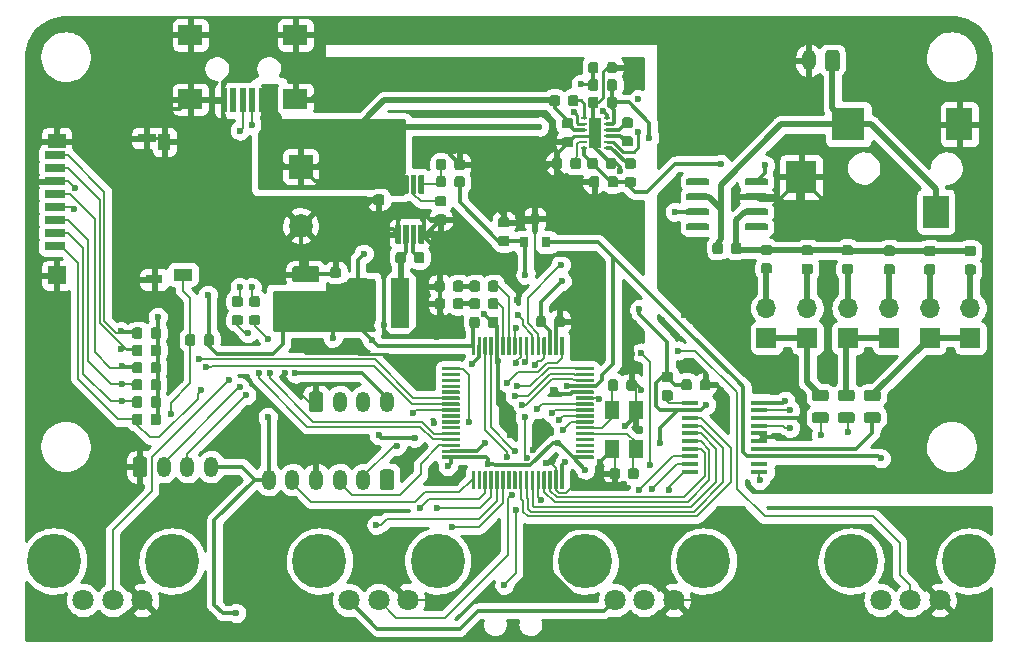
<source format=gtl>
G04 #@! TF.GenerationSoftware,KiCad,Pcbnew,5.99.0-unknown-a5c7d45~86~ubuntu18.04.1*
G04 #@! TF.CreationDate,2020-01-09T22:12:47+01:00*
G04 #@! TF.ProjectId,V1_0,56315f30-2e6b-4696-9361-645f70636258,rev?*
G04 #@! TF.SameCoordinates,Original*
G04 #@! TF.FileFunction,Copper,L1,Top*
G04 #@! TF.FilePolarity,Positive*
%FSLAX46Y46*%
G04 Gerber Fmt 4.6, Leading zero omitted, Abs format (unit mm)*
G04 Created by KiCad (PCBNEW 5.99.0-unknown-a5c7d45~86~ubuntu18.04.1) date 2020-01-09 22:12:47*
%MOMM*%
%LPD*%
G04 APERTURE LIST*
%ADD10R,1.550000X1.000000*%
%ADD11R,1.500000X1.500000*%
%ADD12R,1.750000X0.700000*%
%ADD13R,1.400000X0.800000*%
%ADD14R,1.000000X1.450000*%
%ADD15R,1.500000X0.800000*%
%ADD16R,1.500000X1.300000*%
%ADD17C,2.000000*%
%ADD18R,2.000000X2.000000*%
%ADD19C,4.600000*%
%ADD20C,1.800000*%
%ADD21R,1.300000X1.600000*%
%ADD22R,1.450000X0.450000*%
%ADD23R,0.800000X0.900000*%
%ADD24R,1.000000X2.650000*%
%ADD25C,0.600000*%
%ADD26R,0.500000X0.250000*%
%ADD27O,1.200000X1.750000*%
%ADD28R,1.500000X4.200000*%
%ADD29R,2.200000X2.800000*%
%ADD30R,2.600000X2.800000*%
%ADD31R,2.800000X2.800000*%
%ADD32O,1.700000X1.700000*%
%ADD33R,1.700000X1.700000*%
%ADD34R,2.000000X1.700000*%
%ADD35R,0.500000X2.000000*%
%ADD36C,0.300000*%
%ADD37C,0.250000*%
%ADD38C,0.200000*%
%ADD39C,0.500000*%
%ADD40C,0.400000*%
%ADD41C,0.254000*%
G04 APERTURE END LIST*
D10*
X112930000Y-102435000D03*
D11*
X102255000Y-102485000D03*
D12*
X102130000Y-100035000D03*
X102130000Y-98935000D03*
X102130000Y-97835000D03*
X102130000Y-96735000D03*
X102130000Y-95635000D03*
X102130000Y-94535000D03*
X102130000Y-93435000D03*
D13*
X110505000Y-102835000D03*
D14*
X111355000Y-91210000D03*
D15*
X109855000Y-90885000D03*
D16*
X102255000Y-91135000D03*
D12*
X102130000Y-92335000D03*
G04 #@! TA.AperFunction,SMDPad,CuDef*
G36*
X110949962Y-114231651D02*
G01*
X111020930Y-114279070D01*
X111068349Y-114350038D01*
X111085000Y-114433750D01*
X111085000Y-114946250D01*
X111068349Y-115029962D01*
X111020930Y-115100930D01*
X110949962Y-115148349D01*
X110866250Y-115165000D01*
X110428750Y-115165000D01*
X110345038Y-115148349D01*
X110274070Y-115100930D01*
X110226651Y-115029962D01*
X110210000Y-114946250D01*
X110210000Y-114433750D01*
X110226651Y-114350038D01*
X110274070Y-114279070D01*
X110345038Y-114231651D01*
X110428750Y-114215000D01*
X110866250Y-114215000D01*
X110949962Y-114231651D01*
G37*
G04 #@! TD.AperFunction*
G04 #@! TA.AperFunction,SMDPad,CuDef*
G36*
X109374962Y-114231651D02*
G01*
X109445930Y-114279070D01*
X109493349Y-114350038D01*
X109510000Y-114433750D01*
X109510000Y-114946250D01*
X109493349Y-115029962D01*
X109445930Y-115100930D01*
X109374962Y-115148349D01*
X109291250Y-115165000D01*
X108853750Y-115165000D01*
X108770038Y-115148349D01*
X108699070Y-115100930D01*
X108651651Y-115029962D01*
X108635000Y-114946250D01*
X108635000Y-114433750D01*
X108651651Y-114350038D01*
X108699070Y-114279070D01*
X108770038Y-114231651D01*
X108853750Y-114215000D01*
X109291250Y-114215000D01*
X109374962Y-114231651D01*
G37*
G04 #@! TD.AperFunction*
G04 #@! TA.AperFunction,SMDPad,CuDef*
G36*
X110939962Y-112761651D02*
G01*
X111010930Y-112809070D01*
X111058349Y-112880038D01*
X111075000Y-112963750D01*
X111075000Y-113476250D01*
X111058349Y-113559962D01*
X111010930Y-113630930D01*
X110939962Y-113678349D01*
X110856250Y-113695000D01*
X110418750Y-113695000D01*
X110335038Y-113678349D01*
X110264070Y-113630930D01*
X110216651Y-113559962D01*
X110200000Y-113476250D01*
X110200000Y-112963750D01*
X110216651Y-112880038D01*
X110264070Y-112809070D01*
X110335038Y-112761651D01*
X110418750Y-112745000D01*
X110856250Y-112745000D01*
X110939962Y-112761651D01*
G37*
G04 #@! TD.AperFunction*
G04 #@! TA.AperFunction,SMDPad,CuDef*
G36*
X109364962Y-112761651D02*
G01*
X109435930Y-112809070D01*
X109483349Y-112880038D01*
X109500000Y-112963750D01*
X109500000Y-113476250D01*
X109483349Y-113559962D01*
X109435930Y-113630930D01*
X109364962Y-113678349D01*
X109281250Y-113695000D01*
X108843750Y-113695000D01*
X108760038Y-113678349D01*
X108689070Y-113630930D01*
X108641651Y-113559962D01*
X108625000Y-113476250D01*
X108625000Y-112963750D01*
X108641651Y-112880038D01*
X108689070Y-112809070D01*
X108760038Y-112761651D01*
X108843750Y-112745000D01*
X109281250Y-112745000D01*
X109364962Y-112761651D01*
G37*
G04 #@! TD.AperFunction*
G04 #@! TA.AperFunction,SMDPad,CuDef*
G36*
X110939962Y-111311651D02*
G01*
X111010930Y-111359070D01*
X111058349Y-111430038D01*
X111075000Y-111513750D01*
X111075000Y-112026250D01*
X111058349Y-112109962D01*
X111010930Y-112180930D01*
X110939962Y-112228349D01*
X110856250Y-112245000D01*
X110418750Y-112245000D01*
X110335038Y-112228349D01*
X110264070Y-112180930D01*
X110216651Y-112109962D01*
X110200000Y-112026250D01*
X110200000Y-111513750D01*
X110216651Y-111430038D01*
X110264070Y-111359070D01*
X110335038Y-111311651D01*
X110418750Y-111295000D01*
X110856250Y-111295000D01*
X110939962Y-111311651D01*
G37*
G04 #@! TD.AperFunction*
G04 #@! TA.AperFunction,SMDPad,CuDef*
G36*
X109364962Y-111311651D02*
G01*
X109435930Y-111359070D01*
X109483349Y-111430038D01*
X109500000Y-111513750D01*
X109500000Y-112026250D01*
X109483349Y-112109962D01*
X109435930Y-112180930D01*
X109364962Y-112228349D01*
X109281250Y-112245000D01*
X108843750Y-112245000D01*
X108760038Y-112228349D01*
X108689070Y-112180930D01*
X108641651Y-112109962D01*
X108625000Y-112026250D01*
X108625000Y-111513750D01*
X108641651Y-111430038D01*
X108689070Y-111359070D01*
X108760038Y-111311651D01*
X108843750Y-111295000D01*
X109281250Y-111295000D01*
X109364962Y-111311651D01*
G37*
G04 #@! TD.AperFunction*
G04 #@! TA.AperFunction,SMDPad,CuDef*
G36*
X110939962Y-109851651D02*
G01*
X111010930Y-109899070D01*
X111058349Y-109970038D01*
X111075000Y-110053750D01*
X111075000Y-110566250D01*
X111058349Y-110649962D01*
X111010930Y-110720930D01*
X110939962Y-110768349D01*
X110856250Y-110785000D01*
X110418750Y-110785000D01*
X110335038Y-110768349D01*
X110264070Y-110720930D01*
X110216651Y-110649962D01*
X110200000Y-110566250D01*
X110200000Y-110053750D01*
X110216651Y-109970038D01*
X110264070Y-109899070D01*
X110335038Y-109851651D01*
X110418750Y-109835000D01*
X110856250Y-109835000D01*
X110939962Y-109851651D01*
G37*
G04 #@! TD.AperFunction*
G04 #@! TA.AperFunction,SMDPad,CuDef*
G36*
X109364962Y-109851651D02*
G01*
X109435930Y-109899070D01*
X109483349Y-109970038D01*
X109500000Y-110053750D01*
X109500000Y-110566250D01*
X109483349Y-110649962D01*
X109435930Y-110720930D01*
X109364962Y-110768349D01*
X109281250Y-110785000D01*
X108843750Y-110785000D01*
X108760038Y-110768349D01*
X108689070Y-110720930D01*
X108641651Y-110649962D01*
X108625000Y-110566250D01*
X108625000Y-110053750D01*
X108641651Y-109970038D01*
X108689070Y-109899070D01*
X108760038Y-109851651D01*
X108843750Y-109835000D01*
X109281250Y-109835000D01*
X109364962Y-109851651D01*
G37*
G04 #@! TD.AperFunction*
G04 #@! TA.AperFunction,SMDPad,CuDef*
G36*
X145133701Y-119055709D02*
G01*
X145158033Y-119071967D01*
X145174291Y-119096299D01*
X145180000Y-119125000D01*
X145180000Y-120525000D01*
X145174291Y-120553701D01*
X145158033Y-120578033D01*
X145133701Y-120594291D01*
X145105000Y-120600000D01*
X144955000Y-120600000D01*
X144926299Y-120594291D01*
X144901967Y-120578033D01*
X144885709Y-120553701D01*
X144880000Y-120525000D01*
X144880000Y-119125000D01*
X144885709Y-119096299D01*
X144901967Y-119071967D01*
X144926299Y-119055709D01*
X144955000Y-119050000D01*
X145105000Y-119050000D01*
X145133701Y-119055709D01*
G37*
G04 #@! TD.AperFunction*
G04 #@! TA.AperFunction,SMDPad,CuDef*
G36*
X144633701Y-119055709D02*
G01*
X144658033Y-119071967D01*
X144674291Y-119096299D01*
X144680000Y-119125000D01*
X144680000Y-120525000D01*
X144674291Y-120553701D01*
X144658033Y-120578033D01*
X144633701Y-120594291D01*
X144605000Y-120600000D01*
X144455000Y-120600000D01*
X144426299Y-120594291D01*
X144401967Y-120578033D01*
X144385709Y-120553701D01*
X144380000Y-120525000D01*
X144380000Y-119125000D01*
X144385709Y-119096299D01*
X144401967Y-119071967D01*
X144426299Y-119055709D01*
X144455000Y-119050000D01*
X144605000Y-119050000D01*
X144633701Y-119055709D01*
G37*
G04 #@! TD.AperFunction*
G04 #@! TA.AperFunction,SMDPad,CuDef*
G36*
X144133701Y-119055709D02*
G01*
X144158033Y-119071967D01*
X144174291Y-119096299D01*
X144180000Y-119125000D01*
X144180000Y-120525000D01*
X144174291Y-120553701D01*
X144158033Y-120578033D01*
X144133701Y-120594291D01*
X144105000Y-120600000D01*
X143955000Y-120600000D01*
X143926299Y-120594291D01*
X143901967Y-120578033D01*
X143885709Y-120553701D01*
X143880000Y-120525000D01*
X143880000Y-119125000D01*
X143885709Y-119096299D01*
X143901967Y-119071967D01*
X143926299Y-119055709D01*
X143955000Y-119050000D01*
X144105000Y-119050000D01*
X144133701Y-119055709D01*
G37*
G04 #@! TD.AperFunction*
G04 #@! TA.AperFunction,SMDPad,CuDef*
G36*
X143633701Y-119055709D02*
G01*
X143658033Y-119071967D01*
X143674291Y-119096299D01*
X143680000Y-119125000D01*
X143680000Y-120525000D01*
X143674291Y-120553701D01*
X143658033Y-120578033D01*
X143633701Y-120594291D01*
X143605000Y-120600000D01*
X143455000Y-120600000D01*
X143426299Y-120594291D01*
X143401967Y-120578033D01*
X143385709Y-120553701D01*
X143380000Y-120525000D01*
X143380000Y-119125000D01*
X143385709Y-119096299D01*
X143401967Y-119071967D01*
X143426299Y-119055709D01*
X143455000Y-119050000D01*
X143605000Y-119050000D01*
X143633701Y-119055709D01*
G37*
G04 #@! TD.AperFunction*
G04 #@! TA.AperFunction,SMDPad,CuDef*
G36*
X143133701Y-119055709D02*
G01*
X143158033Y-119071967D01*
X143174291Y-119096299D01*
X143180000Y-119125000D01*
X143180000Y-120525000D01*
X143174291Y-120553701D01*
X143158033Y-120578033D01*
X143133701Y-120594291D01*
X143105000Y-120600000D01*
X142955000Y-120600000D01*
X142926299Y-120594291D01*
X142901967Y-120578033D01*
X142885709Y-120553701D01*
X142880000Y-120525000D01*
X142880000Y-119125000D01*
X142885709Y-119096299D01*
X142901967Y-119071967D01*
X142926299Y-119055709D01*
X142955000Y-119050000D01*
X143105000Y-119050000D01*
X143133701Y-119055709D01*
G37*
G04 #@! TD.AperFunction*
G04 #@! TA.AperFunction,SMDPad,CuDef*
G36*
X142633701Y-119055709D02*
G01*
X142658033Y-119071967D01*
X142674291Y-119096299D01*
X142680000Y-119125000D01*
X142680000Y-120525000D01*
X142674291Y-120553701D01*
X142658033Y-120578033D01*
X142633701Y-120594291D01*
X142605000Y-120600000D01*
X142455000Y-120600000D01*
X142426299Y-120594291D01*
X142401967Y-120578033D01*
X142385709Y-120553701D01*
X142380000Y-120525000D01*
X142380000Y-119125000D01*
X142385709Y-119096299D01*
X142401967Y-119071967D01*
X142426299Y-119055709D01*
X142455000Y-119050000D01*
X142605000Y-119050000D01*
X142633701Y-119055709D01*
G37*
G04 #@! TD.AperFunction*
G04 #@! TA.AperFunction,SMDPad,CuDef*
G36*
X142133701Y-119055709D02*
G01*
X142158033Y-119071967D01*
X142174291Y-119096299D01*
X142180000Y-119125000D01*
X142180000Y-120525000D01*
X142174291Y-120553701D01*
X142158033Y-120578033D01*
X142133701Y-120594291D01*
X142105000Y-120600000D01*
X141955000Y-120600000D01*
X141926299Y-120594291D01*
X141901967Y-120578033D01*
X141885709Y-120553701D01*
X141880000Y-120525000D01*
X141880000Y-119125000D01*
X141885709Y-119096299D01*
X141901967Y-119071967D01*
X141926299Y-119055709D01*
X141955000Y-119050000D01*
X142105000Y-119050000D01*
X142133701Y-119055709D01*
G37*
G04 #@! TD.AperFunction*
G04 #@! TA.AperFunction,SMDPad,CuDef*
G36*
X141633701Y-119055709D02*
G01*
X141658033Y-119071967D01*
X141674291Y-119096299D01*
X141680000Y-119125000D01*
X141680000Y-120525000D01*
X141674291Y-120553701D01*
X141658033Y-120578033D01*
X141633701Y-120594291D01*
X141605000Y-120600000D01*
X141455000Y-120600000D01*
X141426299Y-120594291D01*
X141401967Y-120578033D01*
X141385709Y-120553701D01*
X141380000Y-120525000D01*
X141380000Y-119125000D01*
X141385709Y-119096299D01*
X141401967Y-119071967D01*
X141426299Y-119055709D01*
X141455000Y-119050000D01*
X141605000Y-119050000D01*
X141633701Y-119055709D01*
G37*
G04 #@! TD.AperFunction*
G04 #@! TA.AperFunction,SMDPad,CuDef*
G36*
X141133701Y-119055709D02*
G01*
X141158033Y-119071967D01*
X141174291Y-119096299D01*
X141180000Y-119125000D01*
X141180000Y-120525000D01*
X141174291Y-120553701D01*
X141158033Y-120578033D01*
X141133701Y-120594291D01*
X141105000Y-120600000D01*
X140955000Y-120600000D01*
X140926299Y-120594291D01*
X140901967Y-120578033D01*
X140885709Y-120553701D01*
X140880000Y-120525000D01*
X140880000Y-119125000D01*
X140885709Y-119096299D01*
X140901967Y-119071967D01*
X140926299Y-119055709D01*
X140955000Y-119050000D01*
X141105000Y-119050000D01*
X141133701Y-119055709D01*
G37*
G04 #@! TD.AperFunction*
G04 #@! TA.AperFunction,SMDPad,CuDef*
G36*
X140633701Y-119055709D02*
G01*
X140658033Y-119071967D01*
X140674291Y-119096299D01*
X140680000Y-119125000D01*
X140680000Y-120525000D01*
X140674291Y-120553701D01*
X140658033Y-120578033D01*
X140633701Y-120594291D01*
X140605000Y-120600000D01*
X140455000Y-120600000D01*
X140426299Y-120594291D01*
X140401967Y-120578033D01*
X140385709Y-120553701D01*
X140380000Y-120525000D01*
X140380000Y-119125000D01*
X140385709Y-119096299D01*
X140401967Y-119071967D01*
X140426299Y-119055709D01*
X140455000Y-119050000D01*
X140605000Y-119050000D01*
X140633701Y-119055709D01*
G37*
G04 #@! TD.AperFunction*
G04 #@! TA.AperFunction,SMDPad,CuDef*
G36*
X140133701Y-119055709D02*
G01*
X140158033Y-119071967D01*
X140174291Y-119096299D01*
X140180000Y-119125000D01*
X140180000Y-120525000D01*
X140174291Y-120553701D01*
X140158033Y-120578033D01*
X140133701Y-120594291D01*
X140105000Y-120600000D01*
X139955000Y-120600000D01*
X139926299Y-120594291D01*
X139901967Y-120578033D01*
X139885709Y-120553701D01*
X139880000Y-120525000D01*
X139880000Y-119125000D01*
X139885709Y-119096299D01*
X139901967Y-119071967D01*
X139926299Y-119055709D01*
X139955000Y-119050000D01*
X140105000Y-119050000D01*
X140133701Y-119055709D01*
G37*
G04 #@! TD.AperFunction*
G04 #@! TA.AperFunction,SMDPad,CuDef*
G36*
X139633701Y-119055709D02*
G01*
X139658033Y-119071967D01*
X139674291Y-119096299D01*
X139680000Y-119125000D01*
X139680000Y-120525000D01*
X139674291Y-120553701D01*
X139658033Y-120578033D01*
X139633701Y-120594291D01*
X139605000Y-120600000D01*
X139455000Y-120600000D01*
X139426299Y-120594291D01*
X139401967Y-120578033D01*
X139385709Y-120553701D01*
X139380000Y-120525000D01*
X139380000Y-119125000D01*
X139385709Y-119096299D01*
X139401967Y-119071967D01*
X139426299Y-119055709D01*
X139455000Y-119050000D01*
X139605000Y-119050000D01*
X139633701Y-119055709D01*
G37*
G04 #@! TD.AperFunction*
G04 #@! TA.AperFunction,SMDPad,CuDef*
G36*
X139133701Y-119055709D02*
G01*
X139158033Y-119071967D01*
X139174291Y-119096299D01*
X139180000Y-119125000D01*
X139180000Y-120525000D01*
X139174291Y-120553701D01*
X139158033Y-120578033D01*
X139133701Y-120594291D01*
X139105000Y-120600000D01*
X138955000Y-120600000D01*
X138926299Y-120594291D01*
X138901967Y-120578033D01*
X138885709Y-120553701D01*
X138880000Y-120525000D01*
X138880000Y-119125000D01*
X138885709Y-119096299D01*
X138901967Y-119071967D01*
X138926299Y-119055709D01*
X138955000Y-119050000D01*
X139105000Y-119050000D01*
X139133701Y-119055709D01*
G37*
G04 #@! TD.AperFunction*
G04 #@! TA.AperFunction,SMDPad,CuDef*
G36*
X138633701Y-119055709D02*
G01*
X138658033Y-119071967D01*
X138674291Y-119096299D01*
X138680000Y-119125000D01*
X138680000Y-120525000D01*
X138674291Y-120553701D01*
X138658033Y-120578033D01*
X138633701Y-120594291D01*
X138605000Y-120600000D01*
X138455000Y-120600000D01*
X138426299Y-120594291D01*
X138401967Y-120578033D01*
X138385709Y-120553701D01*
X138380000Y-120525000D01*
X138380000Y-119125000D01*
X138385709Y-119096299D01*
X138401967Y-119071967D01*
X138426299Y-119055709D01*
X138455000Y-119050000D01*
X138605000Y-119050000D01*
X138633701Y-119055709D01*
G37*
G04 #@! TD.AperFunction*
G04 #@! TA.AperFunction,SMDPad,CuDef*
G36*
X138133701Y-119055709D02*
G01*
X138158033Y-119071967D01*
X138174291Y-119096299D01*
X138180000Y-119125000D01*
X138180000Y-120525000D01*
X138174291Y-120553701D01*
X138158033Y-120578033D01*
X138133701Y-120594291D01*
X138105000Y-120600000D01*
X137955000Y-120600000D01*
X137926299Y-120594291D01*
X137901967Y-120578033D01*
X137885709Y-120553701D01*
X137880000Y-120525000D01*
X137880000Y-119125000D01*
X137885709Y-119096299D01*
X137901967Y-119071967D01*
X137926299Y-119055709D01*
X137955000Y-119050000D01*
X138105000Y-119050000D01*
X138133701Y-119055709D01*
G37*
G04 #@! TD.AperFunction*
G04 #@! TA.AperFunction,SMDPad,CuDef*
G36*
X137633701Y-119055709D02*
G01*
X137658033Y-119071967D01*
X137674291Y-119096299D01*
X137680000Y-119125000D01*
X137680000Y-120525000D01*
X137674291Y-120553701D01*
X137658033Y-120578033D01*
X137633701Y-120594291D01*
X137605000Y-120600000D01*
X137455000Y-120600000D01*
X137426299Y-120594291D01*
X137401967Y-120578033D01*
X137385709Y-120553701D01*
X137380000Y-120525000D01*
X137380000Y-119125000D01*
X137385709Y-119096299D01*
X137401967Y-119071967D01*
X137426299Y-119055709D01*
X137455000Y-119050000D01*
X137605000Y-119050000D01*
X137633701Y-119055709D01*
G37*
G04 #@! TD.AperFunction*
G04 #@! TA.AperFunction,SMDPad,CuDef*
G36*
X136333701Y-117755709D02*
G01*
X136358033Y-117771967D01*
X136374291Y-117796299D01*
X136380000Y-117825000D01*
X136380000Y-117975000D01*
X136374291Y-118003701D01*
X136358033Y-118028033D01*
X136333701Y-118044291D01*
X136305000Y-118050000D01*
X134905000Y-118050000D01*
X134876299Y-118044291D01*
X134851967Y-118028033D01*
X134835709Y-118003701D01*
X134830000Y-117975000D01*
X134830000Y-117825000D01*
X134835709Y-117796299D01*
X134851967Y-117771967D01*
X134876299Y-117755709D01*
X134905000Y-117750000D01*
X136305000Y-117750000D01*
X136333701Y-117755709D01*
G37*
G04 #@! TD.AperFunction*
G04 #@! TA.AperFunction,SMDPad,CuDef*
G36*
X136333701Y-117255709D02*
G01*
X136358033Y-117271967D01*
X136374291Y-117296299D01*
X136380000Y-117325000D01*
X136380000Y-117475000D01*
X136374291Y-117503701D01*
X136358033Y-117528033D01*
X136333701Y-117544291D01*
X136305000Y-117550000D01*
X134905000Y-117550000D01*
X134876299Y-117544291D01*
X134851967Y-117528033D01*
X134835709Y-117503701D01*
X134830000Y-117475000D01*
X134830000Y-117325000D01*
X134835709Y-117296299D01*
X134851967Y-117271967D01*
X134876299Y-117255709D01*
X134905000Y-117250000D01*
X136305000Y-117250000D01*
X136333701Y-117255709D01*
G37*
G04 #@! TD.AperFunction*
G04 #@! TA.AperFunction,SMDPad,CuDef*
G36*
X136333701Y-116755709D02*
G01*
X136358033Y-116771967D01*
X136374291Y-116796299D01*
X136380000Y-116825000D01*
X136380000Y-116975000D01*
X136374291Y-117003701D01*
X136358033Y-117028033D01*
X136333701Y-117044291D01*
X136305000Y-117050000D01*
X134905000Y-117050000D01*
X134876299Y-117044291D01*
X134851967Y-117028033D01*
X134835709Y-117003701D01*
X134830000Y-116975000D01*
X134830000Y-116825000D01*
X134835709Y-116796299D01*
X134851967Y-116771967D01*
X134876299Y-116755709D01*
X134905000Y-116750000D01*
X136305000Y-116750000D01*
X136333701Y-116755709D01*
G37*
G04 #@! TD.AperFunction*
G04 #@! TA.AperFunction,SMDPad,CuDef*
G36*
X136333701Y-116255709D02*
G01*
X136358033Y-116271967D01*
X136374291Y-116296299D01*
X136380000Y-116325000D01*
X136380000Y-116475000D01*
X136374291Y-116503701D01*
X136358033Y-116528033D01*
X136333701Y-116544291D01*
X136305000Y-116550000D01*
X134905000Y-116550000D01*
X134876299Y-116544291D01*
X134851967Y-116528033D01*
X134835709Y-116503701D01*
X134830000Y-116475000D01*
X134830000Y-116325000D01*
X134835709Y-116296299D01*
X134851967Y-116271967D01*
X134876299Y-116255709D01*
X134905000Y-116250000D01*
X136305000Y-116250000D01*
X136333701Y-116255709D01*
G37*
G04 #@! TD.AperFunction*
G04 #@! TA.AperFunction,SMDPad,CuDef*
G36*
X136333701Y-115755709D02*
G01*
X136358033Y-115771967D01*
X136374291Y-115796299D01*
X136380000Y-115825000D01*
X136380000Y-115975000D01*
X136374291Y-116003701D01*
X136358033Y-116028033D01*
X136333701Y-116044291D01*
X136305000Y-116050000D01*
X134905000Y-116050000D01*
X134876299Y-116044291D01*
X134851967Y-116028033D01*
X134835709Y-116003701D01*
X134830000Y-115975000D01*
X134830000Y-115825000D01*
X134835709Y-115796299D01*
X134851967Y-115771967D01*
X134876299Y-115755709D01*
X134905000Y-115750000D01*
X136305000Y-115750000D01*
X136333701Y-115755709D01*
G37*
G04 #@! TD.AperFunction*
G04 #@! TA.AperFunction,SMDPad,CuDef*
G36*
X136333701Y-115255709D02*
G01*
X136358033Y-115271967D01*
X136374291Y-115296299D01*
X136380000Y-115325000D01*
X136380000Y-115475000D01*
X136374291Y-115503701D01*
X136358033Y-115528033D01*
X136333701Y-115544291D01*
X136305000Y-115550000D01*
X134905000Y-115550000D01*
X134876299Y-115544291D01*
X134851967Y-115528033D01*
X134835709Y-115503701D01*
X134830000Y-115475000D01*
X134830000Y-115325000D01*
X134835709Y-115296299D01*
X134851967Y-115271967D01*
X134876299Y-115255709D01*
X134905000Y-115250000D01*
X136305000Y-115250000D01*
X136333701Y-115255709D01*
G37*
G04 #@! TD.AperFunction*
G04 #@! TA.AperFunction,SMDPad,CuDef*
G36*
X136333701Y-114755709D02*
G01*
X136358033Y-114771967D01*
X136374291Y-114796299D01*
X136380000Y-114825000D01*
X136380000Y-114975000D01*
X136374291Y-115003701D01*
X136358033Y-115028033D01*
X136333701Y-115044291D01*
X136305000Y-115050000D01*
X134905000Y-115050000D01*
X134876299Y-115044291D01*
X134851967Y-115028033D01*
X134835709Y-115003701D01*
X134830000Y-114975000D01*
X134830000Y-114825000D01*
X134835709Y-114796299D01*
X134851967Y-114771967D01*
X134876299Y-114755709D01*
X134905000Y-114750000D01*
X136305000Y-114750000D01*
X136333701Y-114755709D01*
G37*
G04 #@! TD.AperFunction*
G04 #@! TA.AperFunction,SMDPad,CuDef*
G36*
X136333701Y-114255709D02*
G01*
X136358033Y-114271967D01*
X136374291Y-114296299D01*
X136380000Y-114325000D01*
X136380000Y-114475000D01*
X136374291Y-114503701D01*
X136358033Y-114528033D01*
X136333701Y-114544291D01*
X136305000Y-114550000D01*
X134905000Y-114550000D01*
X134876299Y-114544291D01*
X134851967Y-114528033D01*
X134835709Y-114503701D01*
X134830000Y-114475000D01*
X134830000Y-114325000D01*
X134835709Y-114296299D01*
X134851967Y-114271967D01*
X134876299Y-114255709D01*
X134905000Y-114250000D01*
X136305000Y-114250000D01*
X136333701Y-114255709D01*
G37*
G04 #@! TD.AperFunction*
G04 #@! TA.AperFunction,SMDPad,CuDef*
G36*
X136333701Y-113755709D02*
G01*
X136358033Y-113771967D01*
X136374291Y-113796299D01*
X136380000Y-113825000D01*
X136380000Y-113975000D01*
X136374291Y-114003701D01*
X136358033Y-114028033D01*
X136333701Y-114044291D01*
X136305000Y-114050000D01*
X134905000Y-114050000D01*
X134876299Y-114044291D01*
X134851967Y-114028033D01*
X134835709Y-114003701D01*
X134830000Y-113975000D01*
X134830000Y-113825000D01*
X134835709Y-113796299D01*
X134851967Y-113771967D01*
X134876299Y-113755709D01*
X134905000Y-113750000D01*
X136305000Y-113750000D01*
X136333701Y-113755709D01*
G37*
G04 #@! TD.AperFunction*
G04 #@! TA.AperFunction,SMDPad,CuDef*
G36*
X136333701Y-113255709D02*
G01*
X136358033Y-113271967D01*
X136374291Y-113296299D01*
X136380000Y-113325000D01*
X136380000Y-113475000D01*
X136374291Y-113503701D01*
X136358033Y-113528033D01*
X136333701Y-113544291D01*
X136305000Y-113550000D01*
X134905000Y-113550000D01*
X134876299Y-113544291D01*
X134851967Y-113528033D01*
X134835709Y-113503701D01*
X134830000Y-113475000D01*
X134830000Y-113325000D01*
X134835709Y-113296299D01*
X134851967Y-113271967D01*
X134876299Y-113255709D01*
X134905000Y-113250000D01*
X136305000Y-113250000D01*
X136333701Y-113255709D01*
G37*
G04 #@! TD.AperFunction*
G04 #@! TA.AperFunction,SMDPad,CuDef*
G36*
X136333701Y-112755709D02*
G01*
X136358033Y-112771967D01*
X136374291Y-112796299D01*
X136380000Y-112825000D01*
X136380000Y-112975000D01*
X136374291Y-113003701D01*
X136358033Y-113028033D01*
X136333701Y-113044291D01*
X136305000Y-113050000D01*
X134905000Y-113050000D01*
X134876299Y-113044291D01*
X134851967Y-113028033D01*
X134835709Y-113003701D01*
X134830000Y-112975000D01*
X134830000Y-112825000D01*
X134835709Y-112796299D01*
X134851967Y-112771967D01*
X134876299Y-112755709D01*
X134905000Y-112750000D01*
X136305000Y-112750000D01*
X136333701Y-112755709D01*
G37*
G04 #@! TD.AperFunction*
G04 #@! TA.AperFunction,SMDPad,CuDef*
G36*
X136333701Y-112255709D02*
G01*
X136358033Y-112271967D01*
X136374291Y-112296299D01*
X136380000Y-112325000D01*
X136380000Y-112475000D01*
X136374291Y-112503701D01*
X136358033Y-112528033D01*
X136333701Y-112544291D01*
X136305000Y-112550000D01*
X134905000Y-112550000D01*
X134876299Y-112544291D01*
X134851967Y-112528033D01*
X134835709Y-112503701D01*
X134830000Y-112475000D01*
X134830000Y-112325000D01*
X134835709Y-112296299D01*
X134851967Y-112271967D01*
X134876299Y-112255709D01*
X134905000Y-112250000D01*
X136305000Y-112250000D01*
X136333701Y-112255709D01*
G37*
G04 #@! TD.AperFunction*
G04 #@! TA.AperFunction,SMDPad,CuDef*
G36*
X136333701Y-111755709D02*
G01*
X136358033Y-111771967D01*
X136374291Y-111796299D01*
X136380000Y-111825000D01*
X136380000Y-111975000D01*
X136374291Y-112003701D01*
X136358033Y-112028033D01*
X136333701Y-112044291D01*
X136305000Y-112050000D01*
X134905000Y-112050000D01*
X134876299Y-112044291D01*
X134851967Y-112028033D01*
X134835709Y-112003701D01*
X134830000Y-111975000D01*
X134830000Y-111825000D01*
X134835709Y-111796299D01*
X134851967Y-111771967D01*
X134876299Y-111755709D01*
X134905000Y-111750000D01*
X136305000Y-111750000D01*
X136333701Y-111755709D01*
G37*
G04 #@! TD.AperFunction*
G04 #@! TA.AperFunction,SMDPad,CuDef*
G36*
X136333701Y-111255709D02*
G01*
X136358033Y-111271967D01*
X136374291Y-111296299D01*
X136380000Y-111325000D01*
X136380000Y-111475000D01*
X136374291Y-111503701D01*
X136358033Y-111528033D01*
X136333701Y-111544291D01*
X136305000Y-111550000D01*
X134905000Y-111550000D01*
X134876299Y-111544291D01*
X134851967Y-111528033D01*
X134835709Y-111503701D01*
X134830000Y-111475000D01*
X134830000Y-111325000D01*
X134835709Y-111296299D01*
X134851967Y-111271967D01*
X134876299Y-111255709D01*
X134905000Y-111250000D01*
X136305000Y-111250000D01*
X136333701Y-111255709D01*
G37*
G04 #@! TD.AperFunction*
G04 #@! TA.AperFunction,SMDPad,CuDef*
G36*
X136333701Y-110755709D02*
G01*
X136358033Y-110771967D01*
X136374291Y-110796299D01*
X136380000Y-110825000D01*
X136380000Y-110975000D01*
X136374291Y-111003701D01*
X136358033Y-111028033D01*
X136333701Y-111044291D01*
X136305000Y-111050000D01*
X134905000Y-111050000D01*
X134876299Y-111044291D01*
X134851967Y-111028033D01*
X134835709Y-111003701D01*
X134830000Y-110975000D01*
X134830000Y-110825000D01*
X134835709Y-110796299D01*
X134851967Y-110771967D01*
X134876299Y-110755709D01*
X134905000Y-110750000D01*
X136305000Y-110750000D01*
X136333701Y-110755709D01*
G37*
G04 #@! TD.AperFunction*
G04 #@! TA.AperFunction,SMDPad,CuDef*
G36*
X136333701Y-110255709D02*
G01*
X136358033Y-110271967D01*
X136374291Y-110296299D01*
X136380000Y-110325000D01*
X136380000Y-110475000D01*
X136374291Y-110503701D01*
X136358033Y-110528033D01*
X136333701Y-110544291D01*
X136305000Y-110550000D01*
X134905000Y-110550000D01*
X134876299Y-110544291D01*
X134851967Y-110528033D01*
X134835709Y-110503701D01*
X134830000Y-110475000D01*
X134830000Y-110325000D01*
X134835709Y-110296299D01*
X134851967Y-110271967D01*
X134876299Y-110255709D01*
X134905000Y-110250000D01*
X136305000Y-110250000D01*
X136333701Y-110255709D01*
G37*
G04 #@! TD.AperFunction*
G04 #@! TA.AperFunction,SMDPad,CuDef*
G36*
X137633701Y-107705709D02*
G01*
X137658033Y-107721967D01*
X137674291Y-107746299D01*
X137680000Y-107775000D01*
X137680000Y-109175000D01*
X137674291Y-109203701D01*
X137658033Y-109228033D01*
X137633701Y-109244291D01*
X137605000Y-109250000D01*
X137455000Y-109250000D01*
X137426299Y-109244291D01*
X137401967Y-109228033D01*
X137385709Y-109203701D01*
X137380000Y-109175000D01*
X137380000Y-107775000D01*
X137385709Y-107746299D01*
X137401967Y-107721967D01*
X137426299Y-107705709D01*
X137455000Y-107700000D01*
X137605000Y-107700000D01*
X137633701Y-107705709D01*
G37*
G04 #@! TD.AperFunction*
G04 #@! TA.AperFunction,SMDPad,CuDef*
G36*
X138133701Y-107705709D02*
G01*
X138158033Y-107721967D01*
X138174291Y-107746299D01*
X138180000Y-107775000D01*
X138180000Y-109175000D01*
X138174291Y-109203701D01*
X138158033Y-109228033D01*
X138133701Y-109244291D01*
X138105000Y-109250000D01*
X137955000Y-109250000D01*
X137926299Y-109244291D01*
X137901967Y-109228033D01*
X137885709Y-109203701D01*
X137880000Y-109175000D01*
X137880000Y-107775000D01*
X137885709Y-107746299D01*
X137901967Y-107721967D01*
X137926299Y-107705709D01*
X137955000Y-107700000D01*
X138105000Y-107700000D01*
X138133701Y-107705709D01*
G37*
G04 #@! TD.AperFunction*
G04 #@! TA.AperFunction,SMDPad,CuDef*
G36*
X138633701Y-107705709D02*
G01*
X138658033Y-107721967D01*
X138674291Y-107746299D01*
X138680000Y-107775000D01*
X138680000Y-109175000D01*
X138674291Y-109203701D01*
X138658033Y-109228033D01*
X138633701Y-109244291D01*
X138605000Y-109250000D01*
X138455000Y-109250000D01*
X138426299Y-109244291D01*
X138401967Y-109228033D01*
X138385709Y-109203701D01*
X138380000Y-109175000D01*
X138380000Y-107775000D01*
X138385709Y-107746299D01*
X138401967Y-107721967D01*
X138426299Y-107705709D01*
X138455000Y-107700000D01*
X138605000Y-107700000D01*
X138633701Y-107705709D01*
G37*
G04 #@! TD.AperFunction*
G04 #@! TA.AperFunction,SMDPad,CuDef*
G36*
X139133701Y-107705709D02*
G01*
X139158033Y-107721967D01*
X139174291Y-107746299D01*
X139180000Y-107775000D01*
X139180000Y-109175000D01*
X139174291Y-109203701D01*
X139158033Y-109228033D01*
X139133701Y-109244291D01*
X139105000Y-109250000D01*
X138955000Y-109250000D01*
X138926299Y-109244291D01*
X138901967Y-109228033D01*
X138885709Y-109203701D01*
X138880000Y-109175000D01*
X138880000Y-107775000D01*
X138885709Y-107746299D01*
X138901967Y-107721967D01*
X138926299Y-107705709D01*
X138955000Y-107700000D01*
X139105000Y-107700000D01*
X139133701Y-107705709D01*
G37*
G04 #@! TD.AperFunction*
G04 #@! TA.AperFunction,SMDPad,CuDef*
G36*
X139633701Y-107705709D02*
G01*
X139658033Y-107721967D01*
X139674291Y-107746299D01*
X139680000Y-107775000D01*
X139680000Y-109175000D01*
X139674291Y-109203701D01*
X139658033Y-109228033D01*
X139633701Y-109244291D01*
X139605000Y-109250000D01*
X139455000Y-109250000D01*
X139426299Y-109244291D01*
X139401967Y-109228033D01*
X139385709Y-109203701D01*
X139380000Y-109175000D01*
X139380000Y-107775000D01*
X139385709Y-107746299D01*
X139401967Y-107721967D01*
X139426299Y-107705709D01*
X139455000Y-107700000D01*
X139605000Y-107700000D01*
X139633701Y-107705709D01*
G37*
G04 #@! TD.AperFunction*
G04 #@! TA.AperFunction,SMDPad,CuDef*
G36*
X140133701Y-107705709D02*
G01*
X140158033Y-107721967D01*
X140174291Y-107746299D01*
X140180000Y-107775000D01*
X140180000Y-109175000D01*
X140174291Y-109203701D01*
X140158033Y-109228033D01*
X140133701Y-109244291D01*
X140105000Y-109250000D01*
X139955000Y-109250000D01*
X139926299Y-109244291D01*
X139901967Y-109228033D01*
X139885709Y-109203701D01*
X139880000Y-109175000D01*
X139880000Y-107775000D01*
X139885709Y-107746299D01*
X139901967Y-107721967D01*
X139926299Y-107705709D01*
X139955000Y-107700000D01*
X140105000Y-107700000D01*
X140133701Y-107705709D01*
G37*
G04 #@! TD.AperFunction*
G04 #@! TA.AperFunction,SMDPad,CuDef*
G36*
X140633701Y-107705709D02*
G01*
X140658033Y-107721967D01*
X140674291Y-107746299D01*
X140680000Y-107775000D01*
X140680000Y-109175000D01*
X140674291Y-109203701D01*
X140658033Y-109228033D01*
X140633701Y-109244291D01*
X140605000Y-109250000D01*
X140455000Y-109250000D01*
X140426299Y-109244291D01*
X140401967Y-109228033D01*
X140385709Y-109203701D01*
X140380000Y-109175000D01*
X140380000Y-107775000D01*
X140385709Y-107746299D01*
X140401967Y-107721967D01*
X140426299Y-107705709D01*
X140455000Y-107700000D01*
X140605000Y-107700000D01*
X140633701Y-107705709D01*
G37*
G04 #@! TD.AperFunction*
G04 #@! TA.AperFunction,SMDPad,CuDef*
G36*
X141133701Y-107705709D02*
G01*
X141158033Y-107721967D01*
X141174291Y-107746299D01*
X141180000Y-107775000D01*
X141180000Y-109175000D01*
X141174291Y-109203701D01*
X141158033Y-109228033D01*
X141133701Y-109244291D01*
X141105000Y-109250000D01*
X140955000Y-109250000D01*
X140926299Y-109244291D01*
X140901967Y-109228033D01*
X140885709Y-109203701D01*
X140880000Y-109175000D01*
X140880000Y-107775000D01*
X140885709Y-107746299D01*
X140901967Y-107721967D01*
X140926299Y-107705709D01*
X140955000Y-107700000D01*
X141105000Y-107700000D01*
X141133701Y-107705709D01*
G37*
G04 #@! TD.AperFunction*
G04 #@! TA.AperFunction,SMDPad,CuDef*
G36*
X141633701Y-107705709D02*
G01*
X141658033Y-107721967D01*
X141674291Y-107746299D01*
X141680000Y-107775000D01*
X141680000Y-109175000D01*
X141674291Y-109203701D01*
X141658033Y-109228033D01*
X141633701Y-109244291D01*
X141605000Y-109250000D01*
X141455000Y-109250000D01*
X141426299Y-109244291D01*
X141401967Y-109228033D01*
X141385709Y-109203701D01*
X141380000Y-109175000D01*
X141380000Y-107775000D01*
X141385709Y-107746299D01*
X141401967Y-107721967D01*
X141426299Y-107705709D01*
X141455000Y-107700000D01*
X141605000Y-107700000D01*
X141633701Y-107705709D01*
G37*
G04 #@! TD.AperFunction*
G04 #@! TA.AperFunction,SMDPad,CuDef*
G36*
X142133701Y-107705709D02*
G01*
X142158033Y-107721967D01*
X142174291Y-107746299D01*
X142180000Y-107775000D01*
X142180000Y-109175000D01*
X142174291Y-109203701D01*
X142158033Y-109228033D01*
X142133701Y-109244291D01*
X142105000Y-109250000D01*
X141955000Y-109250000D01*
X141926299Y-109244291D01*
X141901967Y-109228033D01*
X141885709Y-109203701D01*
X141880000Y-109175000D01*
X141880000Y-107775000D01*
X141885709Y-107746299D01*
X141901967Y-107721967D01*
X141926299Y-107705709D01*
X141955000Y-107700000D01*
X142105000Y-107700000D01*
X142133701Y-107705709D01*
G37*
G04 #@! TD.AperFunction*
G04 #@! TA.AperFunction,SMDPad,CuDef*
G36*
X142633701Y-107705709D02*
G01*
X142658033Y-107721967D01*
X142674291Y-107746299D01*
X142680000Y-107775000D01*
X142680000Y-109175000D01*
X142674291Y-109203701D01*
X142658033Y-109228033D01*
X142633701Y-109244291D01*
X142605000Y-109250000D01*
X142455000Y-109250000D01*
X142426299Y-109244291D01*
X142401967Y-109228033D01*
X142385709Y-109203701D01*
X142380000Y-109175000D01*
X142380000Y-107775000D01*
X142385709Y-107746299D01*
X142401967Y-107721967D01*
X142426299Y-107705709D01*
X142455000Y-107700000D01*
X142605000Y-107700000D01*
X142633701Y-107705709D01*
G37*
G04 #@! TD.AperFunction*
G04 #@! TA.AperFunction,SMDPad,CuDef*
G36*
X143133701Y-107705709D02*
G01*
X143158033Y-107721967D01*
X143174291Y-107746299D01*
X143180000Y-107775000D01*
X143180000Y-109175000D01*
X143174291Y-109203701D01*
X143158033Y-109228033D01*
X143133701Y-109244291D01*
X143105000Y-109250000D01*
X142955000Y-109250000D01*
X142926299Y-109244291D01*
X142901967Y-109228033D01*
X142885709Y-109203701D01*
X142880000Y-109175000D01*
X142880000Y-107775000D01*
X142885709Y-107746299D01*
X142901967Y-107721967D01*
X142926299Y-107705709D01*
X142955000Y-107700000D01*
X143105000Y-107700000D01*
X143133701Y-107705709D01*
G37*
G04 #@! TD.AperFunction*
G04 #@! TA.AperFunction,SMDPad,CuDef*
G36*
X143633701Y-107705709D02*
G01*
X143658033Y-107721967D01*
X143674291Y-107746299D01*
X143680000Y-107775000D01*
X143680000Y-109175000D01*
X143674291Y-109203701D01*
X143658033Y-109228033D01*
X143633701Y-109244291D01*
X143605000Y-109250000D01*
X143455000Y-109250000D01*
X143426299Y-109244291D01*
X143401967Y-109228033D01*
X143385709Y-109203701D01*
X143380000Y-109175000D01*
X143380000Y-107775000D01*
X143385709Y-107746299D01*
X143401967Y-107721967D01*
X143426299Y-107705709D01*
X143455000Y-107700000D01*
X143605000Y-107700000D01*
X143633701Y-107705709D01*
G37*
G04 #@! TD.AperFunction*
G04 #@! TA.AperFunction,SMDPad,CuDef*
G36*
X144133701Y-107705709D02*
G01*
X144158033Y-107721967D01*
X144174291Y-107746299D01*
X144180000Y-107775000D01*
X144180000Y-109175000D01*
X144174291Y-109203701D01*
X144158033Y-109228033D01*
X144133701Y-109244291D01*
X144105000Y-109250000D01*
X143955000Y-109250000D01*
X143926299Y-109244291D01*
X143901967Y-109228033D01*
X143885709Y-109203701D01*
X143880000Y-109175000D01*
X143880000Y-107775000D01*
X143885709Y-107746299D01*
X143901967Y-107721967D01*
X143926299Y-107705709D01*
X143955000Y-107700000D01*
X144105000Y-107700000D01*
X144133701Y-107705709D01*
G37*
G04 #@! TD.AperFunction*
G04 #@! TA.AperFunction,SMDPad,CuDef*
G36*
X144633701Y-107705709D02*
G01*
X144658033Y-107721967D01*
X144674291Y-107746299D01*
X144680000Y-107775000D01*
X144680000Y-109175000D01*
X144674291Y-109203701D01*
X144658033Y-109228033D01*
X144633701Y-109244291D01*
X144605000Y-109250000D01*
X144455000Y-109250000D01*
X144426299Y-109244291D01*
X144401967Y-109228033D01*
X144385709Y-109203701D01*
X144380000Y-109175000D01*
X144380000Y-107775000D01*
X144385709Y-107746299D01*
X144401967Y-107721967D01*
X144426299Y-107705709D01*
X144455000Y-107700000D01*
X144605000Y-107700000D01*
X144633701Y-107705709D01*
G37*
G04 #@! TD.AperFunction*
G04 #@! TA.AperFunction,SMDPad,CuDef*
G36*
X145133701Y-107705709D02*
G01*
X145158033Y-107721967D01*
X145174291Y-107746299D01*
X145180000Y-107775000D01*
X145180000Y-109175000D01*
X145174291Y-109203701D01*
X145158033Y-109228033D01*
X145133701Y-109244291D01*
X145105000Y-109250000D01*
X144955000Y-109250000D01*
X144926299Y-109244291D01*
X144901967Y-109228033D01*
X144885709Y-109203701D01*
X144880000Y-109175000D01*
X144880000Y-107775000D01*
X144885709Y-107746299D01*
X144901967Y-107721967D01*
X144926299Y-107705709D01*
X144955000Y-107700000D01*
X145105000Y-107700000D01*
X145133701Y-107705709D01*
G37*
G04 #@! TD.AperFunction*
G04 #@! TA.AperFunction,SMDPad,CuDef*
G36*
X147683701Y-110255709D02*
G01*
X147708033Y-110271967D01*
X147724291Y-110296299D01*
X147730000Y-110325000D01*
X147730000Y-110475000D01*
X147724291Y-110503701D01*
X147708033Y-110528033D01*
X147683701Y-110544291D01*
X147655000Y-110550000D01*
X146255000Y-110550000D01*
X146226299Y-110544291D01*
X146201967Y-110528033D01*
X146185709Y-110503701D01*
X146180000Y-110475000D01*
X146180000Y-110325000D01*
X146185709Y-110296299D01*
X146201967Y-110271967D01*
X146226299Y-110255709D01*
X146255000Y-110250000D01*
X147655000Y-110250000D01*
X147683701Y-110255709D01*
G37*
G04 #@! TD.AperFunction*
G04 #@! TA.AperFunction,SMDPad,CuDef*
G36*
X147683701Y-110755709D02*
G01*
X147708033Y-110771967D01*
X147724291Y-110796299D01*
X147730000Y-110825000D01*
X147730000Y-110975000D01*
X147724291Y-111003701D01*
X147708033Y-111028033D01*
X147683701Y-111044291D01*
X147655000Y-111050000D01*
X146255000Y-111050000D01*
X146226299Y-111044291D01*
X146201967Y-111028033D01*
X146185709Y-111003701D01*
X146180000Y-110975000D01*
X146180000Y-110825000D01*
X146185709Y-110796299D01*
X146201967Y-110771967D01*
X146226299Y-110755709D01*
X146255000Y-110750000D01*
X147655000Y-110750000D01*
X147683701Y-110755709D01*
G37*
G04 #@! TD.AperFunction*
G04 #@! TA.AperFunction,SMDPad,CuDef*
G36*
X147683701Y-111255709D02*
G01*
X147708033Y-111271967D01*
X147724291Y-111296299D01*
X147730000Y-111325000D01*
X147730000Y-111475000D01*
X147724291Y-111503701D01*
X147708033Y-111528033D01*
X147683701Y-111544291D01*
X147655000Y-111550000D01*
X146255000Y-111550000D01*
X146226299Y-111544291D01*
X146201967Y-111528033D01*
X146185709Y-111503701D01*
X146180000Y-111475000D01*
X146180000Y-111325000D01*
X146185709Y-111296299D01*
X146201967Y-111271967D01*
X146226299Y-111255709D01*
X146255000Y-111250000D01*
X147655000Y-111250000D01*
X147683701Y-111255709D01*
G37*
G04 #@! TD.AperFunction*
G04 #@! TA.AperFunction,SMDPad,CuDef*
G36*
X147683701Y-111755709D02*
G01*
X147708033Y-111771967D01*
X147724291Y-111796299D01*
X147730000Y-111825000D01*
X147730000Y-111975000D01*
X147724291Y-112003701D01*
X147708033Y-112028033D01*
X147683701Y-112044291D01*
X147655000Y-112050000D01*
X146255000Y-112050000D01*
X146226299Y-112044291D01*
X146201967Y-112028033D01*
X146185709Y-112003701D01*
X146180000Y-111975000D01*
X146180000Y-111825000D01*
X146185709Y-111796299D01*
X146201967Y-111771967D01*
X146226299Y-111755709D01*
X146255000Y-111750000D01*
X147655000Y-111750000D01*
X147683701Y-111755709D01*
G37*
G04 #@! TD.AperFunction*
G04 #@! TA.AperFunction,SMDPad,CuDef*
G36*
X147683701Y-112255709D02*
G01*
X147708033Y-112271967D01*
X147724291Y-112296299D01*
X147730000Y-112325000D01*
X147730000Y-112475000D01*
X147724291Y-112503701D01*
X147708033Y-112528033D01*
X147683701Y-112544291D01*
X147655000Y-112550000D01*
X146255000Y-112550000D01*
X146226299Y-112544291D01*
X146201967Y-112528033D01*
X146185709Y-112503701D01*
X146180000Y-112475000D01*
X146180000Y-112325000D01*
X146185709Y-112296299D01*
X146201967Y-112271967D01*
X146226299Y-112255709D01*
X146255000Y-112250000D01*
X147655000Y-112250000D01*
X147683701Y-112255709D01*
G37*
G04 #@! TD.AperFunction*
G04 #@! TA.AperFunction,SMDPad,CuDef*
G36*
X147683701Y-112755709D02*
G01*
X147708033Y-112771967D01*
X147724291Y-112796299D01*
X147730000Y-112825000D01*
X147730000Y-112975000D01*
X147724291Y-113003701D01*
X147708033Y-113028033D01*
X147683701Y-113044291D01*
X147655000Y-113050000D01*
X146255000Y-113050000D01*
X146226299Y-113044291D01*
X146201967Y-113028033D01*
X146185709Y-113003701D01*
X146180000Y-112975000D01*
X146180000Y-112825000D01*
X146185709Y-112796299D01*
X146201967Y-112771967D01*
X146226299Y-112755709D01*
X146255000Y-112750000D01*
X147655000Y-112750000D01*
X147683701Y-112755709D01*
G37*
G04 #@! TD.AperFunction*
G04 #@! TA.AperFunction,SMDPad,CuDef*
G36*
X147683701Y-113255709D02*
G01*
X147708033Y-113271967D01*
X147724291Y-113296299D01*
X147730000Y-113325000D01*
X147730000Y-113475000D01*
X147724291Y-113503701D01*
X147708033Y-113528033D01*
X147683701Y-113544291D01*
X147655000Y-113550000D01*
X146255000Y-113550000D01*
X146226299Y-113544291D01*
X146201967Y-113528033D01*
X146185709Y-113503701D01*
X146180000Y-113475000D01*
X146180000Y-113325000D01*
X146185709Y-113296299D01*
X146201967Y-113271967D01*
X146226299Y-113255709D01*
X146255000Y-113250000D01*
X147655000Y-113250000D01*
X147683701Y-113255709D01*
G37*
G04 #@! TD.AperFunction*
G04 #@! TA.AperFunction,SMDPad,CuDef*
G36*
X147683701Y-113755709D02*
G01*
X147708033Y-113771967D01*
X147724291Y-113796299D01*
X147730000Y-113825000D01*
X147730000Y-113975000D01*
X147724291Y-114003701D01*
X147708033Y-114028033D01*
X147683701Y-114044291D01*
X147655000Y-114050000D01*
X146255000Y-114050000D01*
X146226299Y-114044291D01*
X146201967Y-114028033D01*
X146185709Y-114003701D01*
X146180000Y-113975000D01*
X146180000Y-113825000D01*
X146185709Y-113796299D01*
X146201967Y-113771967D01*
X146226299Y-113755709D01*
X146255000Y-113750000D01*
X147655000Y-113750000D01*
X147683701Y-113755709D01*
G37*
G04 #@! TD.AperFunction*
G04 #@! TA.AperFunction,SMDPad,CuDef*
G36*
X147683701Y-114255709D02*
G01*
X147708033Y-114271967D01*
X147724291Y-114296299D01*
X147730000Y-114325000D01*
X147730000Y-114475000D01*
X147724291Y-114503701D01*
X147708033Y-114528033D01*
X147683701Y-114544291D01*
X147655000Y-114550000D01*
X146255000Y-114550000D01*
X146226299Y-114544291D01*
X146201967Y-114528033D01*
X146185709Y-114503701D01*
X146180000Y-114475000D01*
X146180000Y-114325000D01*
X146185709Y-114296299D01*
X146201967Y-114271967D01*
X146226299Y-114255709D01*
X146255000Y-114250000D01*
X147655000Y-114250000D01*
X147683701Y-114255709D01*
G37*
G04 #@! TD.AperFunction*
G04 #@! TA.AperFunction,SMDPad,CuDef*
G36*
X147683701Y-114755709D02*
G01*
X147708033Y-114771967D01*
X147724291Y-114796299D01*
X147730000Y-114825000D01*
X147730000Y-114975000D01*
X147724291Y-115003701D01*
X147708033Y-115028033D01*
X147683701Y-115044291D01*
X147655000Y-115050000D01*
X146255000Y-115050000D01*
X146226299Y-115044291D01*
X146201967Y-115028033D01*
X146185709Y-115003701D01*
X146180000Y-114975000D01*
X146180000Y-114825000D01*
X146185709Y-114796299D01*
X146201967Y-114771967D01*
X146226299Y-114755709D01*
X146255000Y-114750000D01*
X147655000Y-114750000D01*
X147683701Y-114755709D01*
G37*
G04 #@! TD.AperFunction*
G04 #@! TA.AperFunction,SMDPad,CuDef*
G36*
X147683701Y-115255709D02*
G01*
X147708033Y-115271967D01*
X147724291Y-115296299D01*
X147730000Y-115325000D01*
X147730000Y-115475000D01*
X147724291Y-115503701D01*
X147708033Y-115528033D01*
X147683701Y-115544291D01*
X147655000Y-115550000D01*
X146255000Y-115550000D01*
X146226299Y-115544291D01*
X146201967Y-115528033D01*
X146185709Y-115503701D01*
X146180000Y-115475000D01*
X146180000Y-115325000D01*
X146185709Y-115296299D01*
X146201967Y-115271967D01*
X146226299Y-115255709D01*
X146255000Y-115250000D01*
X147655000Y-115250000D01*
X147683701Y-115255709D01*
G37*
G04 #@! TD.AperFunction*
G04 #@! TA.AperFunction,SMDPad,CuDef*
G36*
X147683701Y-115755709D02*
G01*
X147708033Y-115771967D01*
X147724291Y-115796299D01*
X147730000Y-115825000D01*
X147730000Y-115975000D01*
X147724291Y-116003701D01*
X147708033Y-116028033D01*
X147683701Y-116044291D01*
X147655000Y-116050000D01*
X146255000Y-116050000D01*
X146226299Y-116044291D01*
X146201967Y-116028033D01*
X146185709Y-116003701D01*
X146180000Y-115975000D01*
X146180000Y-115825000D01*
X146185709Y-115796299D01*
X146201967Y-115771967D01*
X146226299Y-115755709D01*
X146255000Y-115750000D01*
X147655000Y-115750000D01*
X147683701Y-115755709D01*
G37*
G04 #@! TD.AperFunction*
G04 #@! TA.AperFunction,SMDPad,CuDef*
G36*
X147683701Y-116255709D02*
G01*
X147708033Y-116271967D01*
X147724291Y-116296299D01*
X147730000Y-116325000D01*
X147730000Y-116475000D01*
X147724291Y-116503701D01*
X147708033Y-116528033D01*
X147683701Y-116544291D01*
X147655000Y-116550000D01*
X146255000Y-116550000D01*
X146226299Y-116544291D01*
X146201967Y-116528033D01*
X146185709Y-116503701D01*
X146180000Y-116475000D01*
X146180000Y-116325000D01*
X146185709Y-116296299D01*
X146201967Y-116271967D01*
X146226299Y-116255709D01*
X146255000Y-116250000D01*
X147655000Y-116250000D01*
X147683701Y-116255709D01*
G37*
G04 #@! TD.AperFunction*
G04 #@! TA.AperFunction,SMDPad,CuDef*
G36*
X147683701Y-116755709D02*
G01*
X147708033Y-116771967D01*
X147724291Y-116796299D01*
X147730000Y-116825000D01*
X147730000Y-116975000D01*
X147724291Y-117003701D01*
X147708033Y-117028033D01*
X147683701Y-117044291D01*
X147655000Y-117050000D01*
X146255000Y-117050000D01*
X146226299Y-117044291D01*
X146201967Y-117028033D01*
X146185709Y-117003701D01*
X146180000Y-116975000D01*
X146180000Y-116825000D01*
X146185709Y-116796299D01*
X146201967Y-116771967D01*
X146226299Y-116755709D01*
X146255000Y-116750000D01*
X147655000Y-116750000D01*
X147683701Y-116755709D01*
G37*
G04 #@! TD.AperFunction*
G04 #@! TA.AperFunction,SMDPad,CuDef*
G36*
X147683701Y-117255709D02*
G01*
X147708033Y-117271967D01*
X147724291Y-117296299D01*
X147730000Y-117325000D01*
X147730000Y-117475000D01*
X147724291Y-117503701D01*
X147708033Y-117528033D01*
X147683701Y-117544291D01*
X147655000Y-117550000D01*
X146255000Y-117550000D01*
X146226299Y-117544291D01*
X146201967Y-117528033D01*
X146185709Y-117503701D01*
X146180000Y-117475000D01*
X146180000Y-117325000D01*
X146185709Y-117296299D01*
X146201967Y-117271967D01*
X146226299Y-117255709D01*
X146255000Y-117250000D01*
X147655000Y-117250000D01*
X147683701Y-117255709D01*
G37*
G04 #@! TD.AperFunction*
G04 #@! TA.AperFunction,SMDPad,CuDef*
G36*
X147683701Y-117755709D02*
G01*
X147708033Y-117771967D01*
X147724291Y-117796299D01*
X147730000Y-117825000D01*
X147730000Y-117975000D01*
X147724291Y-118003701D01*
X147708033Y-118028033D01*
X147683701Y-118044291D01*
X147655000Y-118050000D01*
X146255000Y-118050000D01*
X146226299Y-118044291D01*
X146201967Y-118028033D01*
X146185709Y-118003701D01*
X146180000Y-117975000D01*
X146180000Y-117825000D01*
X146185709Y-117796299D01*
X146201967Y-117771967D01*
X146226299Y-117755709D01*
X146255000Y-117750000D01*
X147655000Y-117750000D01*
X147683701Y-117755709D01*
G37*
G04 #@! TD.AperFunction*
G04 #@! TA.AperFunction,SMDPad,CuDef*
G36*
X140439962Y-99166651D02*
G01*
X140510930Y-99214070D01*
X140558349Y-99285038D01*
X140575000Y-99368750D01*
X140575000Y-99806250D01*
X140558349Y-99889962D01*
X140510930Y-99960930D01*
X140439962Y-100008349D01*
X140356250Y-100025000D01*
X139843750Y-100025000D01*
X139760038Y-100008349D01*
X139689070Y-99960930D01*
X139641651Y-99889962D01*
X139625000Y-99806250D01*
X139625000Y-99368750D01*
X139641651Y-99285038D01*
X139689070Y-99214070D01*
X139760038Y-99166651D01*
X139843750Y-99150000D01*
X140356250Y-99150000D01*
X140439962Y-99166651D01*
G37*
G04 #@! TD.AperFunction*
G04 #@! TA.AperFunction,SMDPad,CuDef*
G36*
X140439962Y-97591651D02*
G01*
X140510930Y-97639070D01*
X140558349Y-97710038D01*
X140575000Y-97793750D01*
X140575000Y-98231250D01*
X140558349Y-98314962D01*
X140510930Y-98385930D01*
X140439962Y-98433349D01*
X140356250Y-98450000D01*
X139843750Y-98450000D01*
X139760038Y-98433349D01*
X139689070Y-98385930D01*
X139641651Y-98314962D01*
X139625000Y-98231250D01*
X139625000Y-97793750D01*
X139641651Y-97710038D01*
X139689070Y-97639070D01*
X139760038Y-97591651D01*
X139843750Y-97575000D01*
X140356250Y-97575000D01*
X140439962Y-97591651D01*
G37*
G04 #@! TD.AperFunction*
G04 #@! TA.AperFunction,SMDPad,CuDef*
G36*
X137934962Y-104421651D02*
G01*
X138005930Y-104469070D01*
X138053349Y-104540038D01*
X138070000Y-104623750D01*
X138070000Y-105136250D01*
X138053349Y-105219962D01*
X138005930Y-105290930D01*
X137934962Y-105338349D01*
X137851250Y-105355000D01*
X137413750Y-105355000D01*
X137330038Y-105338349D01*
X137259070Y-105290930D01*
X137211651Y-105219962D01*
X137195000Y-105136250D01*
X137195000Y-104623750D01*
X137211651Y-104540038D01*
X137259070Y-104469070D01*
X137330038Y-104421651D01*
X137413750Y-104405000D01*
X137851250Y-104405000D01*
X137934962Y-104421651D01*
G37*
G04 #@! TD.AperFunction*
G04 #@! TA.AperFunction,SMDPad,CuDef*
G36*
X139509962Y-104421651D02*
G01*
X139580930Y-104469070D01*
X139628349Y-104540038D01*
X139645000Y-104623750D01*
X139645000Y-105136250D01*
X139628349Y-105219962D01*
X139580930Y-105290930D01*
X139509962Y-105338349D01*
X139426250Y-105355000D01*
X138988750Y-105355000D01*
X138905038Y-105338349D01*
X138834070Y-105290930D01*
X138786651Y-105219962D01*
X138770000Y-105136250D01*
X138770000Y-104623750D01*
X138786651Y-104540038D01*
X138834070Y-104469070D01*
X138905038Y-104421651D01*
X138988750Y-104405000D01*
X139426250Y-104405000D01*
X139509962Y-104421651D01*
G37*
G04 #@! TD.AperFunction*
G04 #@! TA.AperFunction,SMDPad,CuDef*
G36*
X137934962Y-102953651D02*
G01*
X138005930Y-103001070D01*
X138053349Y-103072038D01*
X138070000Y-103155750D01*
X138070000Y-103668250D01*
X138053349Y-103751962D01*
X138005930Y-103822930D01*
X137934962Y-103870349D01*
X137851250Y-103887000D01*
X137413750Y-103887000D01*
X137330038Y-103870349D01*
X137259070Y-103822930D01*
X137211651Y-103751962D01*
X137195000Y-103668250D01*
X137195000Y-103155750D01*
X137211651Y-103072038D01*
X137259070Y-103001070D01*
X137330038Y-102953651D01*
X137413750Y-102937000D01*
X137851250Y-102937000D01*
X137934962Y-102953651D01*
G37*
G04 #@! TD.AperFunction*
G04 #@! TA.AperFunction,SMDPad,CuDef*
G36*
X139509962Y-102953651D02*
G01*
X139580930Y-103001070D01*
X139628349Y-103072038D01*
X139645000Y-103155750D01*
X139645000Y-103668250D01*
X139628349Y-103751962D01*
X139580930Y-103822930D01*
X139509962Y-103870349D01*
X139426250Y-103887000D01*
X138988750Y-103887000D01*
X138905038Y-103870349D01*
X138834070Y-103822930D01*
X138786651Y-103751962D01*
X138770000Y-103668250D01*
X138770000Y-103155750D01*
X138786651Y-103072038D01*
X138834070Y-103001070D01*
X138905038Y-102953651D01*
X138988750Y-102937000D01*
X139426250Y-102937000D01*
X139509962Y-102953651D01*
G37*
G04 #@! TD.AperFunction*
G04 #@! TA.AperFunction,SMDPad,CuDef*
G36*
X136551962Y-104421651D02*
G01*
X136622930Y-104469070D01*
X136670349Y-104540038D01*
X136687000Y-104623750D01*
X136687000Y-105136250D01*
X136670349Y-105219962D01*
X136622930Y-105290930D01*
X136551962Y-105338349D01*
X136468250Y-105355000D01*
X136030750Y-105355000D01*
X135947038Y-105338349D01*
X135876070Y-105290930D01*
X135828651Y-105219962D01*
X135812000Y-105136250D01*
X135812000Y-104623750D01*
X135828651Y-104540038D01*
X135876070Y-104469070D01*
X135947038Y-104421651D01*
X136030750Y-104405000D01*
X136468250Y-104405000D01*
X136551962Y-104421651D01*
G37*
G04 #@! TD.AperFunction*
G04 #@! TA.AperFunction,SMDPad,CuDef*
G36*
X134976962Y-104421651D02*
G01*
X135047930Y-104469070D01*
X135095349Y-104540038D01*
X135112000Y-104623750D01*
X135112000Y-105136250D01*
X135095349Y-105219962D01*
X135047930Y-105290930D01*
X134976962Y-105338349D01*
X134893250Y-105355000D01*
X134455750Y-105355000D01*
X134372038Y-105338349D01*
X134301070Y-105290930D01*
X134253651Y-105219962D01*
X134237000Y-105136250D01*
X134237000Y-104623750D01*
X134253651Y-104540038D01*
X134301070Y-104469070D01*
X134372038Y-104421651D01*
X134455750Y-104405000D01*
X134893250Y-104405000D01*
X134976962Y-104421651D01*
G37*
G04 #@! TD.AperFunction*
G04 #@! TA.AperFunction,SMDPad,CuDef*
G36*
X136539962Y-102953651D02*
G01*
X136610930Y-103001070D01*
X136658349Y-103072038D01*
X136675000Y-103155750D01*
X136675000Y-103668250D01*
X136658349Y-103751962D01*
X136610930Y-103822930D01*
X136539962Y-103870349D01*
X136456250Y-103887000D01*
X136018750Y-103887000D01*
X135935038Y-103870349D01*
X135864070Y-103822930D01*
X135816651Y-103751962D01*
X135800000Y-103668250D01*
X135800000Y-103155750D01*
X135816651Y-103072038D01*
X135864070Y-103001070D01*
X135935038Y-102953651D01*
X136018750Y-102937000D01*
X136456250Y-102937000D01*
X136539962Y-102953651D01*
G37*
G04 #@! TD.AperFunction*
G04 #@! TA.AperFunction,SMDPad,CuDef*
G36*
X134964962Y-102953651D02*
G01*
X135035930Y-103001070D01*
X135083349Y-103072038D01*
X135100000Y-103155750D01*
X135100000Y-103668250D01*
X135083349Y-103751962D01*
X135035930Y-103822930D01*
X134964962Y-103870349D01*
X134881250Y-103887000D01*
X134443750Y-103887000D01*
X134360038Y-103870349D01*
X134289070Y-103822930D01*
X134241651Y-103751962D01*
X134225000Y-103668250D01*
X134225000Y-103155750D01*
X134241651Y-103072038D01*
X134289070Y-103001070D01*
X134360038Y-102953651D01*
X134443750Y-102937000D01*
X134881250Y-102937000D01*
X134964962Y-102953651D01*
G37*
G04 #@! TD.AperFunction*
D17*
X122900000Y-98300000D03*
D18*
X122900000Y-93300000D03*
D19*
X169500000Y-126700000D03*
X179500000Y-126700000D03*
D20*
X172000000Y-130000000D03*
X174500000Y-130000000D03*
X177000000Y-130000000D03*
D19*
X124500000Y-126700000D03*
X134500000Y-126700000D03*
D20*
X127000000Y-130000000D03*
X129500000Y-130000000D03*
X132000000Y-130000000D03*
D19*
X147000000Y-126700000D03*
X157000000Y-126700000D03*
D20*
X149500000Y-130000000D03*
X152000000Y-130000000D03*
X154500000Y-130000000D03*
D19*
X102000000Y-126700000D03*
X112000000Y-126700000D03*
D20*
X104500000Y-130000000D03*
X107000000Y-130000000D03*
X109500000Y-130000000D03*
D21*
X149270000Y-117180000D03*
X149270000Y-113880000D03*
X151270000Y-113880000D03*
X151270000Y-117180000D03*
G04 #@! TA.AperFunction,SMDPad,CuDef*
G36*
X157407403Y-98116418D02*
G01*
X157456066Y-98148934D01*
X157488582Y-98197597D01*
X157500000Y-98255000D01*
X157500000Y-98555000D01*
X157488582Y-98612403D01*
X157456066Y-98661066D01*
X157407403Y-98693582D01*
X157350000Y-98705000D01*
X155700000Y-98705000D01*
X155642597Y-98693582D01*
X155593934Y-98661066D01*
X155561418Y-98612403D01*
X155550000Y-98555000D01*
X155550000Y-98255000D01*
X155561418Y-98197597D01*
X155593934Y-98148934D01*
X155642597Y-98116418D01*
X155700000Y-98105000D01*
X157350000Y-98105000D01*
X157407403Y-98116418D01*
G37*
G04 #@! TD.AperFunction*
G04 #@! TA.AperFunction,SMDPad,CuDef*
G36*
X157407403Y-96846418D02*
G01*
X157456066Y-96878934D01*
X157488582Y-96927597D01*
X157500000Y-96985000D01*
X157500000Y-97285000D01*
X157488582Y-97342403D01*
X157456066Y-97391066D01*
X157407403Y-97423582D01*
X157350000Y-97435000D01*
X155700000Y-97435000D01*
X155642597Y-97423582D01*
X155593934Y-97391066D01*
X155561418Y-97342403D01*
X155550000Y-97285000D01*
X155550000Y-96985000D01*
X155561418Y-96927597D01*
X155593934Y-96878934D01*
X155642597Y-96846418D01*
X155700000Y-96835000D01*
X157350000Y-96835000D01*
X157407403Y-96846418D01*
G37*
G04 #@! TD.AperFunction*
G04 #@! TA.AperFunction,SMDPad,CuDef*
G36*
X157407403Y-95576418D02*
G01*
X157456066Y-95608934D01*
X157488582Y-95657597D01*
X157500000Y-95715000D01*
X157500000Y-96015000D01*
X157488582Y-96072403D01*
X157456066Y-96121066D01*
X157407403Y-96153582D01*
X157350000Y-96165000D01*
X155700000Y-96165000D01*
X155642597Y-96153582D01*
X155593934Y-96121066D01*
X155561418Y-96072403D01*
X155550000Y-96015000D01*
X155550000Y-95715000D01*
X155561418Y-95657597D01*
X155593934Y-95608934D01*
X155642597Y-95576418D01*
X155700000Y-95565000D01*
X157350000Y-95565000D01*
X157407403Y-95576418D01*
G37*
G04 #@! TD.AperFunction*
G04 #@! TA.AperFunction,SMDPad,CuDef*
G36*
X157407403Y-94306418D02*
G01*
X157456066Y-94338934D01*
X157488582Y-94387597D01*
X157500000Y-94445000D01*
X157500000Y-94745000D01*
X157488582Y-94802403D01*
X157456066Y-94851066D01*
X157407403Y-94883582D01*
X157350000Y-94895000D01*
X155700000Y-94895000D01*
X155642597Y-94883582D01*
X155593934Y-94851066D01*
X155561418Y-94802403D01*
X155550000Y-94745000D01*
X155550000Y-94445000D01*
X155561418Y-94387597D01*
X155593934Y-94338934D01*
X155642597Y-94306418D01*
X155700000Y-94295000D01*
X157350000Y-94295000D01*
X157407403Y-94306418D01*
G37*
G04 #@! TD.AperFunction*
G04 #@! TA.AperFunction,SMDPad,CuDef*
G36*
X162357403Y-94306418D02*
G01*
X162406066Y-94338934D01*
X162438582Y-94387597D01*
X162450000Y-94445000D01*
X162450000Y-94745000D01*
X162438582Y-94802403D01*
X162406066Y-94851066D01*
X162357403Y-94883582D01*
X162300000Y-94895000D01*
X160650000Y-94895000D01*
X160592597Y-94883582D01*
X160543934Y-94851066D01*
X160511418Y-94802403D01*
X160500000Y-94745000D01*
X160500000Y-94445000D01*
X160511418Y-94387597D01*
X160543934Y-94338934D01*
X160592597Y-94306418D01*
X160650000Y-94295000D01*
X162300000Y-94295000D01*
X162357403Y-94306418D01*
G37*
G04 #@! TD.AperFunction*
G04 #@! TA.AperFunction,SMDPad,CuDef*
G36*
X162357403Y-95576418D02*
G01*
X162406066Y-95608934D01*
X162438582Y-95657597D01*
X162450000Y-95715000D01*
X162450000Y-96015000D01*
X162438582Y-96072403D01*
X162406066Y-96121066D01*
X162357403Y-96153582D01*
X162300000Y-96165000D01*
X160650000Y-96165000D01*
X160592597Y-96153582D01*
X160543934Y-96121066D01*
X160511418Y-96072403D01*
X160500000Y-96015000D01*
X160500000Y-95715000D01*
X160511418Y-95657597D01*
X160543934Y-95608934D01*
X160592597Y-95576418D01*
X160650000Y-95565000D01*
X162300000Y-95565000D01*
X162357403Y-95576418D01*
G37*
G04 #@! TD.AperFunction*
G04 #@! TA.AperFunction,SMDPad,CuDef*
G36*
X162357403Y-96846418D02*
G01*
X162406066Y-96878934D01*
X162438582Y-96927597D01*
X162450000Y-96985000D01*
X162450000Y-97285000D01*
X162438582Y-97342403D01*
X162406066Y-97391066D01*
X162357403Y-97423582D01*
X162300000Y-97435000D01*
X160650000Y-97435000D01*
X160592597Y-97423582D01*
X160543934Y-97391066D01*
X160511418Y-97342403D01*
X160500000Y-97285000D01*
X160500000Y-96985000D01*
X160511418Y-96927597D01*
X160543934Y-96878934D01*
X160592597Y-96846418D01*
X160650000Y-96835000D01*
X162300000Y-96835000D01*
X162357403Y-96846418D01*
G37*
G04 #@! TD.AperFunction*
G04 #@! TA.AperFunction,SMDPad,CuDef*
G36*
X162357403Y-98116418D02*
G01*
X162406066Y-98148934D01*
X162438582Y-98197597D01*
X162450000Y-98255000D01*
X162450000Y-98555000D01*
X162438582Y-98612403D01*
X162406066Y-98661066D01*
X162357403Y-98693582D01*
X162300000Y-98705000D01*
X160650000Y-98705000D01*
X160592597Y-98693582D01*
X160543934Y-98661066D01*
X160511418Y-98612403D01*
X160500000Y-98555000D01*
X160500000Y-98255000D01*
X160511418Y-98197597D01*
X160543934Y-98148934D01*
X160592597Y-98116418D01*
X160650000Y-98105000D01*
X162300000Y-98105000D01*
X162357403Y-98116418D01*
G37*
G04 #@! TD.AperFunction*
D22*
X155850000Y-119125000D03*
X155850000Y-118475000D03*
X155850000Y-117825000D03*
X155850000Y-117175000D03*
X155850000Y-116525000D03*
X155850000Y-115875000D03*
X155850000Y-115225000D03*
X155850000Y-114575000D03*
X155850000Y-113925000D03*
X155850000Y-113275000D03*
X161750000Y-113275000D03*
X161750000Y-113925000D03*
X161750000Y-114575000D03*
X161750000Y-115225000D03*
X161750000Y-115875000D03*
X161750000Y-116525000D03*
X161750000Y-117175000D03*
X161750000Y-117825000D03*
X161750000Y-118475000D03*
X161750000Y-119125000D03*
G04 #@! TA.AperFunction,SMDPad,CuDef*
G36*
X133277835Y-98209515D02*
G01*
X133318388Y-98236612D01*
X133345485Y-98277165D01*
X133355000Y-98325000D01*
X133355000Y-99700000D01*
X133345485Y-99747835D01*
X133318388Y-99788388D01*
X133277835Y-99815485D01*
X133230000Y-99825000D01*
X132980000Y-99825000D01*
X132932165Y-99815485D01*
X132891612Y-99788388D01*
X132864515Y-99747835D01*
X132855000Y-99700000D01*
X132855000Y-98325000D01*
X132864515Y-98277165D01*
X132891612Y-98236612D01*
X132932165Y-98209515D01*
X132980000Y-98200000D01*
X133230000Y-98200000D01*
X133277835Y-98209515D01*
G37*
G04 #@! TD.AperFunction*
G04 #@! TA.AperFunction,SMDPad,CuDef*
G36*
X132627835Y-98209515D02*
G01*
X132668388Y-98236612D01*
X132695485Y-98277165D01*
X132705000Y-98325000D01*
X132705000Y-99700000D01*
X132695485Y-99747835D01*
X132668388Y-99788388D01*
X132627835Y-99815485D01*
X132580000Y-99825000D01*
X132330000Y-99825000D01*
X132282165Y-99815485D01*
X132241612Y-99788388D01*
X132214515Y-99747835D01*
X132205000Y-99700000D01*
X132205000Y-98325000D01*
X132214515Y-98277165D01*
X132241612Y-98236612D01*
X132282165Y-98209515D01*
X132330000Y-98200000D01*
X132580000Y-98200000D01*
X132627835Y-98209515D01*
G37*
G04 #@! TD.AperFunction*
G04 #@! TA.AperFunction,SMDPad,CuDef*
G36*
X131977835Y-98209515D02*
G01*
X132018388Y-98236612D01*
X132045485Y-98277165D01*
X132055000Y-98325000D01*
X132055000Y-99700000D01*
X132045485Y-99747835D01*
X132018388Y-99788388D01*
X131977835Y-99815485D01*
X131930000Y-99825000D01*
X131680000Y-99825000D01*
X131632165Y-99815485D01*
X131591612Y-99788388D01*
X131564515Y-99747835D01*
X131555000Y-99700000D01*
X131555000Y-98325000D01*
X131564515Y-98277165D01*
X131591612Y-98236612D01*
X131632165Y-98209515D01*
X131680000Y-98200000D01*
X131930000Y-98200000D01*
X131977835Y-98209515D01*
G37*
G04 #@! TD.AperFunction*
G04 #@! TA.AperFunction,SMDPad,CuDef*
G36*
X131327835Y-98209515D02*
G01*
X131368388Y-98236612D01*
X131395485Y-98277165D01*
X131405000Y-98325000D01*
X131405000Y-99700000D01*
X131395485Y-99747835D01*
X131368388Y-99788388D01*
X131327835Y-99815485D01*
X131280000Y-99825000D01*
X131030000Y-99825000D01*
X130982165Y-99815485D01*
X130941612Y-99788388D01*
X130914515Y-99747835D01*
X130905000Y-99700000D01*
X130905000Y-98325000D01*
X130914515Y-98277165D01*
X130941612Y-98236612D01*
X130982165Y-98209515D01*
X131030000Y-98200000D01*
X131280000Y-98200000D01*
X131327835Y-98209515D01*
G37*
G04 #@! TD.AperFunction*
G04 #@! TA.AperFunction,SMDPad,CuDef*
G36*
X131327835Y-93984515D02*
G01*
X131368388Y-94011612D01*
X131395485Y-94052165D01*
X131405000Y-94100000D01*
X131405000Y-95475000D01*
X131395485Y-95522835D01*
X131368388Y-95563388D01*
X131327835Y-95590485D01*
X131280000Y-95600000D01*
X131030000Y-95600000D01*
X130982165Y-95590485D01*
X130941612Y-95563388D01*
X130914515Y-95522835D01*
X130905000Y-95475000D01*
X130905000Y-94100000D01*
X130914515Y-94052165D01*
X130941612Y-94011612D01*
X130982165Y-93984515D01*
X131030000Y-93975000D01*
X131280000Y-93975000D01*
X131327835Y-93984515D01*
G37*
G04 #@! TD.AperFunction*
G04 #@! TA.AperFunction,SMDPad,CuDef*
G36*
X131977835Y-93984515D02*
G01*
X132018388Y-94011612D01*
X132045485Y-94052165D01*
X132055000Y-94100000D01*
X132055000Y-95475000D01*
X132045485Y-95522835D01*
X132018388Y-95563388D01*
X131977835Y-95590485D01*
X131930000Y-95600000D01*
X131680000Y-95600000D01*
X131632165Y-95590485D01*
X131591612Y-95563388D01*
X131564515Y-95522835D01*
X131555000Y-95475000D01*
X131555000Y-94100000D01*
X131564515Y-94052165D01*
X131591612Y-94011612D01*
X131632165Y-93984515D01*
X131680000Y-93975000D01*
X131930000Y-93975000D01*
X131977835Y-93984515D01*
G37*
G04 #@! TD.AperFunction*
G04 #@! TA.AperFunction,SMDPad,CuDef*
G36*
X132627835Y-93984515D02*
G01*
X132668388Y-94011612D01*
X132695485Y-94052165D01*
X132705000Y-94100000D01*
X132705000Y-95475000D01*
X132695485Y-95522835D01*
X132668388Y-95563388D01*
X132627835Y-95590485D01*
X132580000Y-95600000D01*
X132330000Y-95600000D01*
X132282165Y-95590485D01*
X132241612Y-95563388D01*
X132214515Y-95522835D01*
X132205000Y-95475000D01*
X132205000Y-94100000D01*
X132214515Y-94052165D01*
X132241612Y-94011612D01*
X132282165Y-93984515D01*
X132330000Y-93975000D01*
X132580000Y-93975000D01*
X132627835Y-93984515D01*
G37*
G04 #@! TD.AperFunction*
G04 #@! TA.AperFunction,SMDPad,CuDef*
G36*
X133277835Y-93984515D02*
G01*
X133318388Y-94011612D01*
X133345485Y-94052165D01*
X133355000Y-94100000D01*
X133355000Y-95475000D01*
X133345485Y-95522835D01*
X133318388Y-95563388D01*
X133277835Y-95590485D01*
X133230000Y-95600000D01*
X132980000Y-95600000D01*
X132932165Y-95590485D01*
X132891612Y-95563388D01*
X132864515Y-95522835D01*
X132855000Y-95475000D01*
X132855000Y-94100000D01*
X132864515Y-94052165D01*
X132891612Y-94011612D01*
X132932165Y-93984515D01*
X132980000Y-93975000D01*
X133230000Y-93975000D01*
X133277835Y-93984515D01*
G37*
G04 #@! TD.AperFunction*
D23*
X142730000Y-97710000D03*
X143680000Y-99710000D03*
X141780000Y-99710000D03*
D24*
X147860000Y-90440000D03*
D25*
X147860000Y-91440000D03*
X147860000Y-89440000D03*
X147860000Y-90440000D03*
D26*
X148810000Y-89190000D03*
X148810000Y-89690000D03*
X148810000Y-90190000D03*
X148810000Y-90690000D03*
X148810000Y-91190000D03*
X148810000Y-91690000D03*
X146910000Y-91690000D03*
X146910000Y-91190000D03*
X146910000Y-90690000D03*
X146910000Y-90190000D03*
X146910000Y-89690000D03*
X146910000Y-89190000D03*
G04 #@! TA.AperFunction,SMDPad,CuDef*
G36*
X160077462Y-99741651D02*
G01*
X160148430Y-99789070D01*
X160195849Y-99860038D01*
X160212500Y-99943750D01*
X160212500Y-100456250D01*
X160195849Y-100539962D01*
X160148430Y-100610930D01*
X160077462Y-100658349D01*
X159993750Y-100675000D01*
X159556250Y-100675000D01*
X159472538Y-100658349D01*
X159401570Y-100610930D01*
X159354151Y-100539962D01*
X159337500Y-100456250D01*
X159337500Y-99943750D01*
X159354151Y-99860038D01*
X159401570Y-99789070D01*
X159472538Y-99741651D01*
X159556250Y-99725000D01*
X159993750Y-99725000D01*
X160077462Y-99741651D01*
G37*
G04 #@! TD.AperFunction*
G04 #@! TA.AperFunction,SMDPad,CuDef*
G36*
X158502462Y-99741651D02*
G01*
X158573430Y-99789070D01*
X158620849Y-99860038D01*
X158637500Y-99943750D01*
X158637500Y-100456250D01*
X158620849Y-100539962D01*
X158573430Y-100610930D01*
X158502462Y-100658349D01*
X158418750Y-100675000D01*
X157981250Y-100675000D01*
X157897538Y-100658349D01*
X157826570Y-100610930D01*
X157779151Y-100539962D01*
X157762500Y-100456250D01*
X157762500Y-99943750D01*
X157779151Y-99860038D01*
X157826570Y-99789070D01*
X157897538Y-99741651D01*
X157981250Y-99725000D01*
X158418750Y-99725000D01*
X158502462Y-99741651D01*
G37*
G04 #@! TD.AperFunction*
G04 #@! TA.AperFunction,SMDPad,CuDef*
G36*
X169539962Y-101526651D02*
G01*
X169610930Y-101574070D01*
X169658349Y-101645038D01*
X169675000Y-101728750D01*
X169675000Y-102166250D01*
X169658349Y-102249962D01*
X169610930Y-102320930D01*
X169539962Y-102368349D01*
X169456250Y-102385000D01*
X168943750Y-102385000D01*
X168860038Y-102368349D01*
X168789070Y-102320930D01*
X168741651Y-102249962D01*
X168725000Y-102166250D01*
X168725000Y-101728750D01*
X168741651Y-101645038D01*
X168789070Y-101574070D01*
X168860038Y-101526651D01*
X168943750Y-101510000D01*
X169456250Y-101510000D01*
X169539962Y-101526651D01*
G37*
G04 #@! TD.AperFunction*
G04 #@! TA.AperFunction,SMDPad,CuDef*
G36*
X169539962Y-99951651D02*
G01*
X169610930Y-99999070D01*
X169658349Y-100070038D01*
X169675000Y-100153750D01*
X169675000Y-100591250D01*
X169658349Y-100674962D01*
X169610930Y-100745930D01*
X169539962Y-100793349D01*
X169456250Y-100810000D01*
X168943750Y-100810000D01*
X168860038Y-100793349D01*
X168789070Y-100745930D01*
X168741651Y-100674962D01*
X168725000Y-100591250D01*
X168725000Y-100153750D01*
X168741651Y-100070038D01*
X168789070Y-99999070D01*
X168860038Y-99951651D01*
X168943750Y-99935000D01*
X169456250Y-99935000D01*
X169539962Y-99951651D01*
G37*
G04 #@! TD.AperFunction*
G04 #@! TA.AperFunction,SMDPad,CuDef*
G36*
X173089962Y-99991651D02*
G01*
X173160930Y-100039070D01*
X173208349Y-100110038D01*
X173225000Y-100193750D01*
X173225000Y-100631250D01*
X173208349Y-100714962D01*
X173160930Y-100785930D01*
X173089962Y-100833349D01*
X173006250Y-100850000D01*
X172493750Y-100850000D01*
X172410038Y-100833349D01*
X172339070Y-100785930D01*
X172291651Y-100714962D01*
X172275000Y-100631250D01*
X172275000Y-100193750D01*
X172291651Y-100110038D01*
X172339070Y-100039070D01*
X172410038Y-99991651D01*
X172493750Y-99975000D01*
X173006250Y-99975000D01*
X173089962Y-99991651D01*
G37*
G04 #@! TD.AperFunction*
G04 #@! TA.AperFunction,SMDPad,CuDef*
G36*
X173089962Y-101566651D02*
G01*
X173160930Y-101614070D01*
X173208349Y-101685038D01*
X173225000Y-101768750D01*
X173225000Y-102206250D01*
X173208349Y-102289962D01*
X173160930Y-102360930D01*
X173089962Y-102408349D01*
X173006250Y-102425000D01*
X172493750Y-102425000D01*
X172410038Y-102408349D01*
X172339070Y-102360930D01*
X172291651Y-102289962D01*
X172275000Y-102206250D01*
X172275000Y-101768750D01*
X172291651Y-101685038D01*
X172339070Y-101614070D01*
X172410038Y-101566651D01*
X172493750Y-101550000D01*
X173006250Y-101550000D01*
X173089962Y-101566651D01*
G37*
G04 #@! TD.AperFunction*
G04 #@! TA.AperFunction,SMDPad,CuDef*
G36*
X162679962Y-101486651D02*
G01*
X162750930Y-101534070D01*
X162798349Y-101605038D01*
X162815000Y-101688750D01*
X162815000Y-102126250D01*
X162798349Y-102209962D01*
X162750930Y-102280930D01*
X162679962Y-102328349D01*
X162596250Y-102345000D01*
X162083750Y-102345000D01*
X162000038Y-102328349D01*
X161929070Y-102280930D01*
X161881651Y-102209962D01*
X161865000Y-102126250D01*
X161865000Y-101688750D01*
X161881651Y-101605038D01*
X161929070Y-101534070D01*
X162000038Y-101486651D01*
X162083750Y-101470000D01*
X162596250Y-101470000D01*
X162679962Y-101486651D01*
G37*
G04 #@! TD.AperFunction*
G04 #@! TA.AperFunction,SMDPad,CuDef*
G36*
X162679962Y-99911651D02*
G01*
X162750930Y-99959070D01*
X162798349Y-100030038D01*
X162815000Y-100113750D01*
X162815000Y-100551250D01*
X162798349Y-100634962D01*
X162750930Y-100705930D01*
X162679962Y-100753349D01*
X162596250Y-100770000D01*
X162083750Y-100770000D01*
X162000038Y-100753349D01*
X161929070Y-100705930D01*
X161881651Y-100634962D01*
X161865000Y-100551250D01*
X161865000Y-100113750D01*
X161881651Y-100030038D01*
X161929070Y-99959070D01*
X162000038Y-99911651D01*
X162083750Y-99895000D01*
X162596250Y-99895000D01*
X162679962Y-99911651D01*
G37*
G04 #@! TD.AperFunction*
G04 #@! TA.AperFunction,SMDPad,CuDef*
G36*
X166139962Y-99964151D02*
G01*
X166210930Y-100011570D01*
X166258349Y-100082538D01*
X166275000Y-100166250D01*
X166275000Y-100603750D01*
X166258349Y-100687462D01*
X166210930Y-100758430D01*
X166139962Y-100805849D01*
X166056250Y-100822500D01*
X165543750Y-100822500D01*
X165460038Y-100805849D01*
X165389070Y-100758430D01*
X165341651Y-100687462D01*
X165325000Y-100603750D01*
X165325000Y-100166250D01*
X165341651Y-100082538D01*
X165389070Y-100011570D01*
X165460038Y-99964151D01*
X165543750Y-99947500D01*
X166056250Y-99947500D01*
X166139962Y-99964151D01*
G37*
G04 #@! TD.AperFunction*
G04 #@! TA.AperFunction,SMDPad,CuDef*
G36*
X166139962Y-101539151D02*
G01*
X166210930Y-101586570D01*
X166258349Y-101657538D01*
X166275000Y-101741250D01*
X166275000Y-102178750D01*
X166258349Y-102262462D01*
X166210930Y-102333430D01*
X166139962Y-102380849D01*
X166056250Y-102397500D01*
X165543750Y-102397500D01*
X165460038Y-102380849D01*
X165389070Y-102333430D01*
X165341651Y-102262462D01*
X165325000Y-102178750D01*
X165325000Y-101741250D01*
X165341651Y-101657538D01*
X165389070Y-101586570D01*
X165460038Y-101539151D01*
X165543750Y-101522500D01*
X166056250Y-101522500D01*
X166139962Y-101539151D01*
G37*
G04 #@! TD.AperFunction*
G04 #@! TA.AperFunction,SMDPad,CuDef*
G36*
X176509962Y-101576651D02*
G01*
X176580930Y-101624070D01*
X176628349Y-101695038D01*
X176645000Y-101778750D01*
X176645000Y-102216250D01*
X176628349Y-102299962D01*
X176580930Y-102370930D01*
X176509962Y-102418349D01*
X176426250Y-102435000D01*
X175913750Y-102435000D01*
X175830038Y-102418349D01*
X175759070Y-102370930D01*
X175711651Y-102299962D01*
X175695000Y-102216250D01*
X175695000Y-101778750D01*
X175711651Y-101695038D01*
X175759070Y-101624070D01*
X175830038Y-101576651D01*
X175913750Y-101560000D01*
X176426250Y-101560000D01*
X176509962Y-101576651D01*
G37*
G04 #@! TD.AperFunction*
G04 #@! TA.AperFunction,SMDPad,CuDef*
G36*
X176509962Y-100001651D02*
G01*
X176580930Y-100049070D01*
X176628349Y-100120038D01*
X176645000Y-100203750D01*
X176645000Y-100641250D01*
X176628349Y-100724962D01*
X176580930Y-100795930D01*
X176509962Y-100843349D01*
X176426250Y-100860000D01*
X175913750Y-100860000D01*
X175830038Y-100843349D01*
X175759070Y-100795930D01*
X175711651Y-100724962D01*
X175695000Y-100641250D01*
X175695000Y-100203750D01*
X175711651Y-100120038D01*
X175759070Y-100049070D01*
X175830038Y-100001651D01*
X175913750Y-99985000D01*
X176426250Y-99985000D01*
X176509962Y-100001651D01*
G37*
G04 #@! TD.AperFunction*
G04 #@! TA.AperFunction,SMDPad,CuDef*
G36*
X179939962Y-100011651D02*
G01*
X180010930Y-100059070D01*
X180058349Y-100130038D01*
X180075000Y-100213750D01*
X180075000Y-100651250D01*
X180058349Y-100734962D01*
X180010930Y-100805930D01*
X179939962Y-100853349D01*
X179856250Y-100870000D01*
X179343750Y-100870000D01*
X179260038Y-100853349D01*
X179189070Y-100805930D01*
X179141651Y-100734962D01*
X179125000Y-100651250D01*
X179125000Y-100213750D01*
X179141651Y-100130038D01*
X179189070Y-100059070D01*
X179260038Y-100011651D01*
X179343750Y-99995000D01*
X179856250Y-99995000D01*
X179939962Y-100011651D01*
G37*
G04 #@! TD.AperFunction*
G04 #@! TA.AperFunction,SMDPad,CuDef*
G36*
X179939962Y-101586651D02*
G01*
X180010930Y-101634070D01*
X180058349Y-101705038D01*
X180075000Y-101788750D01*
X180075000Y-102226250D01*
X180058349Y-102309962D01*
X180010930Y-102380930D01*
X179939962Y-102428349D01*
X179856250Y-102445000D01*
X179343750Y-102445000D01*
X179260038Y-102428349D01*
X179189070Y-102380930D01*
X179141651Y-102309962D01*
X179125000Y-102226250D01*
X179125000Y-101788750D01*
X179141651Y-101705038D01*
X179189070Y-101634070D01*
X179260038Y-101586651D01*
X179343750Y-101570000D01*
X179856250Y-101570000D01*
X179939962Y-101586651D01*
G37*
G04 #@! TD.AperFunction*
G04 #@! TA.AperFunction,SMDPad,CuDef*
G36*
X154289962Y-112254151D02*
G01*
X154360930Y-112301570D01*
X154408349Y-112372538D01*
X154425000Y-112456250D01*
X154425000Y-112893750D01*
X154408349Y-112977462D01*
X154360930Y-113048430D01*
X154289962Y-113095849D01*
X154206250Y-113112500D01*
X153693750Y-113112500D01*
X153610038Y-113095849D01*
X153539070Y-113048430D01*
X153491651Y-112977462D01*
X153475000Y-112893750D01*
X153475000Y-112456250D01*
X153491651Y-112372538D01*
X153539070Y-112301570D01*
X153610038Y-112254151D01*
X153693750Y-112237500D01*
X154206250Y-112237500D01*
X154289962Y-112254151D01*
G37*
G04 #@! TD.AperFunction*
G04 #@! TA.AperFunction,SMDPad,CuDef*
G36*
X154289962Y-110679151D02*
G01*
X154360930Y-110726570D01*
X154408349Y-110797538D01*
X154425000Y-110881250D01*
X154425000Y-111318750D01*
X154408349Y-111402462D01*
X154360930Y-111473430D01*
X154289962Y-111520849D01*
X154206250Y-111537500D01*
X153693750Y-111537500D01*
X153610038Y-111520849D01*
X153539070Y-111473430D01*
X153491651Y-111402462D01*
X153475000Y-111318750D01*
X153475000Y-110881250D01*
X153491651Y-110797538D01*
X153539070Y-110726570D01*
X153610038Y-110679151D01*
X153693750Y-110662500D01*
X154206250Y-110662500D01*
X154289962Y-110679151D01*
G37*
G04 #@! TD.AperFunction*
G04 #@! TA.AperFunction,SMDPad,CuDef*
G36*
X119339962Y-105866651D02*
G01*
X119410930Y-105914070D01*
X119458349Y-105985038D01*
X119475000Y-106068750D01*
X119475000Y-106506250D01*
X119458349Y-106589962D01*
X119410930Y-106660930D01*
X119339962Y-106708349D01*
X119256250Y-106725000D01*
X118743750Y-106725000D01*
X118660038Y-106708349D01*
X118589070Y-106660930D01*
X118541651Y-106589962D01*
X118525000Y-106506250D01*
X118525000Y-106068750D01*
X118541651Y-105985038D01*
X118589070Y-105914070D01*
X118660038Y-105866651D01*
X118743750Y-105850000D01*
X119256250Y-105850000D01*
X119339962Y-105866651D01*
G37*
G04 #@! TD.AperFunction*
G04 #@! TA.AperFunction,SMDPad,CuDef*
G36*
X119339962Y-104291651D02*
G01*
X119410930Y-104339070D01*
X119458349Y-104410038D01*
X119475000Y-104493750D01*
X119475000Y-104931250D01*
X119458349Y-105014962D01*
X119410930Y-105085930D01*
X119339962Y-105133349D01*
X119256250Y-105150000D01*
X118743750Y-105150000D01*
X118660038Y-105133349D01*
X118589070Y-105085930D01*
X118541651Y-105014962D01*
X118525000Y-104931250D01*
X118525000Y-104493750D01*
X118541651Y-104410038D01*
X118589070Y-104339070D01*
X118660038Y-104291651D01*
X118743750Y-104275000D01*
X119256250Y-104275000D01*
X119339962Y-104291651D01*
G37*
G04 #@! TD.AperFunction*
G04 #@! TA.AperFunction,SMDPad,CuDef*
G36*
X117879962Y-105866651D02*
G01*
X117950930Y-105914070D01*
X117998349Y-105985038D01*
X118015000Y-106068750D01*
X118015000Y-106506250D01*
X117998349Y-106589962D01*
X117950930Y-106660930D01*
X117879962Y-106708349D01*
X117796250Y-106725000D01*
X117283750Y-106725000D01*
X117200038Y-106708349D01*
X117129070Y-106660930D01*
X117081651Y-106589962D01*
X117065000Y-106506250D01*
X117065000Y-106068750D01*
X117081651Y-105985038D01*
X117129070Y-105914070D01*
X117200038Y-105866651D01*
X117283750Y-105850000D01*
X117796250Y-105850000D01*
X117879962Y-105866651D01*
G37*
G04 #@! TD.AperFunction*
G04 #@! TA.AperFunction,SMDPad,CuDef*
G36*
X117879962Y-104291651D02*
G01*
X117950930Y-104339070D01*
X117998349Y-104410038D01*
X118015000Y-104493750D01*
X118015000Y-104931250D01*
X117998349Y-105014962D01*
X117950930Y-105085930D01*
X117879962Y-105133349D01*
X117796250Y-105150000D01*
X117283750Y-105150000D01*
X117200038Y-105133349D01*
X117129070Y-105085930D01*
X117081651Y-105014962D01*
X117065000Y-104931250D01*
X117065000Y-104493750D01*
X117081651Y-104410038D01*
X117129070Y-104339070D01*
X117200038Y-104291651D01*
X117283750Y-104275000D01*
X117796250Y-104275000D01*
X117879962Y-104291651D01*
G37*
G04 #@! TD.AperFunction*
G04 #@! TA.AperFunction,SMDPad,CuDef*
G36*
X135084962Y-92651651D02*
G01*
X135155930Y-92699070D01*
X135203349Y-92770038D01*
X135220000Y-92853750D01*
X135220000Y-93366250D01*
X135203349Y-93449962D01*
X135155930Y-93520930D01*
X135084962Y-93568349D01*
X135001250Y-93585000D01*
X134563750Y-93585000D01*
X134480038Y-93568349D01*
X134409070Y-93520930D01*
X134361651Y-93449962D01*
X134345000Y-93366250D01*
X134345000Y-92853750D01*
X134361651Y-92770038D01*
X134409070Y-92699070D01*
X134480038Y-92651651D01*
X134563750Y-92635000D01*
X135001250Y-92635000D01*
X135084962Y-92651651D01*
G37*
G04 #@! TD.AperFunction*
G04 #@! TA.AperFunction,SMDPad,CuDef*
G36*
X136659962Y-92651651D02*
G01*
X136730930Y-92699070D01*
X136778349Y-92770038D01*
X136795000Y-92853750D01*
X136795000Y-93366250D01*
X136778349Y-93449962D01*
X136730930Y-93520930D01*
X136659962Y-93568349D01*
X136576250Y-93585000D01*
X136138750Y-93585000D01*
X136055038Y-93568349D01*
X135984070Y-93520930D01*
X135936651Y-93449962D01*
X135920000Y-93366250D01*
X135920000Y-92853750D01*
X135936651Y-92770038D01*
X135984070Y-92699070D01*
X136055038Y-92651651D01*
X136138750Y-92635000D01*
X136576250Y-92635000D01*
X136659962Y-92651651D01*
G37*
G04 #@! TD.AperFunction*
G04 #@! TA.AperFunction,SMDPad,CuDef*
G36*
X136659962Y-94111651D02*
G01*
X136730930Y-94159070D01*
X136778349Y-94230038D01*
X136795000Y-94313750D01*
X136795000Y-94826250D01*
X136778349Y-94909962D01*
X136730930Y-94980930D01*
X136659962Y-95028349D01*
X136576250Y-95045000D01*
X136138750Y-95045000D01*
X136055038Y-95028349D01*
X135984070Y-94980930D01*
X135936651Y-94909962D01*
X135920000Y-94826250D01*
X135920000Y-94313750D01*
X135936651Y-94230038D01*
X135984070Y-94159070D01*
X136055038Y-94111651D01*
X136138750Y-94095000D01*
X136576250Y-94095000D01*
X136659962Y-94111651D01*
G37*
G04 #@! TD.AperFunction*
G04 #@! TA.AperFunction,SMDPad,CuDef*
G36*
X135084962Y-94111651D02*
G01*
X135155930Y-94159070D01*
X135203349Y-94230038D01*
X135220000Y-94313750D01*
X135220000Y-94826250D01*
X135203349Y-94909962D01*
X135155930Y-94980930D01*
X135084962Y-95028349D01*
X135001250Y-95045000D01*
X134563750Y-95045000D01*
X134480038Y-95028349D01*
X134409070Y-94980930D01*
X134361651Y-94909962D01*
X134345000Y-94826250D01*
X134345000Y-94313750D01*
X134361651Y-94230038D01*
X134409070Y-94159070D01*
X134480038Y-94111651D01*
X134563750Y-94095000D01*
X135001250Y-94095000D01*
X135084962Y-94111651D01*
G37*
G04 #@! TD.AperFunction*
G04 #@! TA.AperFunction,SMDPad,CuDef*
G36*
X149559962Y-84451651D02*
G01*
X149630930Y-84499070D01*
X149678349Y-84570038D01*
X149695000Y-84653750D01*
X149695000Y-85166250D01*
X149678349Y-85249962D01*
X149630930Y-85320930D01*
X149559962Y-85368349D01*
X149476250Y-85385000D01*
X149038750Y-85385000D01*
X148955038Y-85368349D01*
X148884070Y-85320930D01*
X148836651Y-85249962D01*
X148820000Y-85166250D01*
X148820000Y-84653750D01*
X148836651Y-84570038D01*
X148884070Y-84499070D01*
X148955038Y-84451651D01*
X149038750Y-84435000D01*
X149476250Y-84435000D01*
X149559962Y-84451651D01*
G37*
G04 #@! TD.AperFunction*
G04 #@! TA.AperFunction,SMDPad,CuDef*
G36*
X147984962Y-84451651D02*
G01*
X148055930Y-84499070D01*
X148103349Y-84570038D01*
X148120000Y-84653750D01*
X148120000Y-85166250D01*
X148103349Y-85249962D01*
X148055930Y-85320930D01*
X147984962Y-85368349D01*
X147901250Y-85385000D01*
X147463750Y-85385000D01*
X147380038Y-85368349D01*
X147309070Y-85320930D01*
X147261651Y-85249962D01*
X147245000Y-85166250D01*
X147245000Y-84653750D01*
X147261651Y-84570038D01*
X147309070Y-84499070D01*
X147380038Y-84451651D01*
X147463750Y-84435000D01*
X147901250Y-84435000D01*
X147984962Y-84451651D01*
G37*
G04 #@! TD.AperFunction*
G04 #@! TA.AperFunction,SMDPad,CuDef*
G36*
X147984962Y-85921651D02*
G01*
X148055930Y-85969070D01*
X148103349Y-86040038D01*
X148120000Y-86123750D01*
X148120000Y-86636250D01*
X148103349Y-86719962D01*
X148055930Y-86790930D01*
X147984962Y-86838349D01*
X147901250Y-86855000D01*
X147463750Y-86855000D01*
X147380038Y-86838349D01*
X147309070Y-86790930D01*
X147261651Y-86719962D01*
X147245000Y-86636250D01*
X147245000Y-86123750D01*
X147261651Y-86040038D01*
X147309070Y-85969070D01*
X147380038Y-85921651D01*
X147463750Y-85905000D01*
X147901250Y-85905000D01*
X147984962Y-85921651D01*
G37*
G04 #@! TD.AperFunction*
G04 #@! TA.AperFunction,SMDPad,CuDef*
G36*
X149559962Y-85921651D02*
G01*
X149630930Y-85969070D01*
X149678349Y-86040038D01*
X149695000Y-86123750D01*
X149695000Y-86636250D01*
X149678349Y-86719962D01*
X149630930Y-86790930D01*
X149559962Y-86838349D01*
X149476250Y-86855000D01*
X149038750Y-86855000D01*
X148955038Y-86838349D01*
X148884070Y-86790930D01*
X148836651Y-86719962D01*
X148820000Y-86636250D01*
X148820000Y-86123750D01*
X148836651Y-86040038D01*
X148884070Y-85969070D01*
X148955038Y-85921651D01*
X149038750Y-85905000D01*
X149476250Y-85905000D01*
X149559962Y-85921651D01*
G37*
G04 #@! TD.AperFunction*
G04 #@! TA.AperFunction,SMDPad,CuDef*
G36*
X148054962Y-94121651D02*
G01*
X148125930Y-94169070D01*
X148173349Y-94240038D01*
X148190000Y-94323750D01*
X148190000Y-94836250D01*
X148173349Y-94919962D01*
X148125930Y-94990930D01*
X148054962Y-95038349D01*
X147971250Y-95055000D01*
X147533750Y-95055000D01*
X147450038Y-95038349D01*
X147379070Y-94990930D01*
X147331651Y-94919962D01*
X147315000Y-94836250D01*
X147315000Y-94323750D01*
X147331651Y-94240038D01*
X147379070Y-94169070D01*
X147450038Y-94121651D01*
X147533750Y-94105000D01*
X147971250Y-94105000D01*
X148054962Y-94121651D01*
G37*
G04 #@! TD.AperFunction*
G04 #@! TA.AperFunction,SMDPad,CuDef*
G36*
X149629962Y-94121651D02*
G01*
X149700930Y-94169070D01*
X149748349Y-94240038D01*
X149765000Y-94323750D01*
X149765000Y-94836250D01*
X149748349Y-94919962D01*
X149700930Y-94990930D01*
X149629962Y-95038349D01*
X149546250Y-95055000D01*
X149108750Y-95055000D01*
X149025038Y-95038349D01*
X148954070Y-94990930D01*
X148906651Y-94919962D01*
X148890000Y-94836250D01*
X148890000Y-94323750D01*
X148906651Y-94240038D01*
X148954070Y-94169070D01*
X149025038Y-94121651D01*
X149108750Y-94105000D01*
X149546250Y-94105000D01*
X149629962Y-94121651D01*
G37*
G04 #@! TD.AperFunction*
G04 #@! TA.AperFunction,SMDPad,CuDef*
G36*
X151139962Y-94176651D02*
G01*
X151210930Y-94224070D01*
X151258349Y-94295038D01*
X151275000Y-94378750D01*
X151275000Y-94816250D01*
X151258349Y-94899962D01*
X151210930Y-94970930D01*
X151139962Y-95018349D01*
X151056250Y-95035000D01*
X150543750Y-95035000D01*
X150460038Y-95018349D01*
X150389070Y-94970930D01*
X150341651Y-94899962D01*
X150325000Y-94816250D01*
X150325000Y-94378750D01*
X150341651Y-94295038D01*
X150389070Y-94224070D01*
X150460038Y-94176651D01*
X150543750Y-94160000D01*
X151056250Y-94160000D01*
X151139962Y-94176651D01*
G37*
G04 #@! TD.AperFunction*
G04 #@! TA.AperFunction,SMDPad,CuDef*
G36*
X151139962Y-92601651D02*
G01*
X151210930Y-92649070D01*
X151258349Y-92720038D01*
X151275000Y-92803750D01*
X151275000Y-93241250D01*
X151258349Y-93324962D01*
X151210930Y-93395930D01*
X151139962Y-93443349D01*
X151056250Y-93460000D01*
X150543750Y-93460000D01*
X150460038Y-93443349D01*
X150389070Y-93395930D01*
X150341651Y-93324962D01*
X150325000Y-93241250D01*
X150325000Y-92803750D01*
X150341651Y-92720038D01*
X150389070Y-92649070D01*
X150460038Y-92601651D01*
X150543750Y-92585000D01*
X151056250Y-92585000D01*
X151139962Y-92601651D01*
G37*
G04 #@! TD.AperFunction*
G04 #@! TA.AperFunction,SMDPad,CuDef*
G36*
X146279962Y-87241651D02*
G01*
X146350930Y-87289070D01*
X146398349Y-87360038D01*
X146415000Y-87443750D01*
X146415000Y-87956250D01*
X146398349Y-88039962D01*
X146350930Y-88110930D01*
X146279962Y-88158349D01*
X146196250Y-88175000D01*
X145758750Y-88175000D01*
X145675038Y-88158349D01*
X145604070Y-88110930D01*
X145556651Y-88039962D01*
X145540000Y-87956250D01*
X145540000Y-87443750D01*
X145556651Y-87360038D01*
X145604070Y-87289070D01*
X145675038Y-87241651D01*
X145758750Y-87225000D01*
X146196250Y-87225000D01*
X146279962Y-87241651D01*
G37*
G04 #@! TD.AperFunction*
G04 #@! TA.AperFunction,SMDPad,CuDef*
G36*
X144704962Y-87241651D02*
G01*
X144775930Y-87289070D01*
X144823349Y-87360038D01*
X144840000Y-87443750D01*
X144840000Y-87956250D01*
X144823349Y-88039962D01*
X144775930Y-88110930D01*
X144704962Y-88158349D01*
X144621250Y-88175000D01*
X144183750Y-88175000D01*
X144100038Y-88158349D01*
X144029070Y-88110930D01*
X143981651Y-88039962D01*
X143965000Y-87956250D01*
X143965000Y-87443750D01*
X143981651Y-87360038D01*
X144029070Y-87289070D01*
X144100038Y-87241651D01*
X144183750Y-87225000D01*
X144621250Y-87225000D01*
X144704962Y-87241651D01*
G37*
G04 #@! TD.AperFunction*
G04 #@! TA.AperFunction,SMDPad,CuDef*
G36*
X110949962Y-108381651D02*
G01*
X111020930Y-108429070D01*
X111068349Y-108500038D01*
X111085000Y-108583750D01*
X111085000Y-109096250D01*
X111068349Y-109179962D01*
X111020930Y-109250930D01*
X110949962Y-109298349D01*
X110866250Y-109315000D01*
X110428750Y-109315000D01*
X110345038Y-109298349D01*
X110274070Y-109250930D01*
X110226651Y-109179962D01*
X110210000Y-109096250D01*
X110210000Y-108583750D01*
X110226651Y-108500038D01*
X110274070Y-108429070D01*
X110345038Y-108381651D01*
X110428750Y-108365000D01*
X110866250Y-108365000D01*
X110949962Y-108381651D01*
G37*
G04 #@! TD.AperFunction*
G04 #@! TA.AperFunction,SMDPad,CuDef*
G36*
X109374962Y-108381651D02*
G01*
X109445930Y-108429070D01*
X109493349Y-108500038D01*
X109510000Y-108583750D01*
X109510000Y-109096250D01*
X109493349Y-109179962D01*
X109445930Y-109250930D01*
X109374962Y-109298349D01*
X109291250Y-109315000D01*
X108853750Y-109315000D01*
X108770038Y-109298349D01*
X108699070Y-109250930D01*
X108651651Y-109179962D01*
X108635000Y-109096250D01*
X108635000Y-108583750D01*
X108651651Y-108500038D01*
X108699070Y-108429070D01*
X108770038Y-108381651D01*
X108853750Y-108365000D01*
X109291250Y-108365000D01*
X109374962Y-108381651D01*
G37*
G04 #@! TD.AperFunction*
G04 #@! TA.AperFunction,SMDPad,CuDef*
G36*
X110949962Y-106921651D02*
G01*
X111020930Y-106969070D01*
X111068349Y-107040038D01*
X111085000Y-107123750D01*
X111085000Y-107636250D01*
X111068349Y-107719962D01*
X111020930Y-107790930D01*
X110949962Y-107838349D01*
X110866250Y-107855000D01*
X110428750Y-107855000D01*
X110345038Y-107838349D01*
X110274070Y-107790930D01*
X110226651Y-107719962D01*
X110210000Y-107636250D01*
X110210000Y-107123750D01*
X110226651Y-107040038D01*
X110274070Y-106969070D01*
X110345038Y-106921651D01*
X110428750Y-106905000D01*
X110866250Y-106905000D01*
X110949962Y-106921651D01*
G37*
G04 #@! TD.AperFunction*
G04 #@! TA.AperFunction,SMDPad,CuDef*
G36*
X109374962Y-106921651D02*
G01*
X109445930Y-106969070D01*
X109493349Y-107040038D01*
X109510000Y-107123750D01*
X109510000Y-107636250D01*
X109493349Y-107719962D01*
X109445930Y-107790930D01*
X109374962Y-107838349D01*
X109291250Y-107855000D01*
X108853750Y-107855000D01*
X108770038Y-107838349D01*
X108699070Y-107790930D01*
X108651651Y-107719962D01*
X108635000Y-107636250D01*
X108635000Y-107123750D01*
X108651651Y-107040038D01*
X108699070Y-106969070D01*
X108770038Y-106921651D01*
X108853750Y-106905000D01*
X109291250Y-106905000D01*
X109374962Y-106921651D01*
G37*
G04 #@! TD.AperFunction*
G04 #@! TA.AperFunction,SMDPad,CuDef*
G36*
X115439962Y-107511651D02*
G01*
X115510930Y-107559070D01*
X115558349Y-107630038D01*
X115575000Y-107713750D01*
X115575000Y-108226250D01*
X115558349Y-108309962D01*
X115510930Y-108380930D01*
X115439962Y-108428349D01*
X115356250Y-108445000D01*
X114918750Y-108445000D01*
X114835038Y-108428349D01*
X114764070Y-108380930D01*
X114716651Y-108309962D01*
X114700000Y-108226250D01*
X114700000Y-107713750D01*
X114716651Y-107630038D01*
X114764070Y-107559070D01*
X114835038Y-107511651D01*
X114918750Y-107495000D01*
X115356250Y-107495000D01*
X115439962Y-107511651D01*
G37*
G04 #@! TD.AperFunction*
G04 #@! TA.AperFunction,SMDPad,CuDef*
G36*
X113864962Y-107511651D02*
G01*
X113935930Y-107559070D01*
X113983349Y-107630038D01*
X114000000Y-107713750D01*
X114000000Y-108226250D01*
X113983349Y-108309962D01*
X113935930Y-108380930D01*
X113864962Y-108428349D01*
X113781250Y-108445000D01*
X113343750Y-108445000D01*
X113260038Y-108428349D01*
X113189070Y-108380930D01*
X113141651Y-108309962D01*
X113125000Y-108226250D01*
X113125000Y-107713750D01*
X113141651Y-107630038D01*
X113189070Y-107559070D01*
X113260038Y-107511651D01*
X113343750Y-107495000D01*
X113781250Y-107495000D01*
X113864962Y-107511651D01*
G37*
G04 #@! TD.AperFunction*
D27*
X120200000Y-119800000D03*
X122200000Y-119800000D03*
X124200000Y-119800000D03*
X126200000Y-119800000D03*
X128200000Y-119800000D03*
G04 #@! TA.AperFunction,ComponentPad*
G36*
X130645671Y-118944030D02*
G01*
X130726777Y-118998223D01*
X130780970Y-119079329D01*
X130800000Y-119174999D01*
X130800000Y-120425001D01*
X130780970Y-120520671D01*
X130726777Y-120601777D01*
X130645671Y-120655970D01*
X130550001Y-120675000D01*
X129849999Y-120675000D01*
X129754329Y-120655970D01*
X129673223Y-120601777D01*
X129619030Y-120520671D01*
X129600000Y-120425001D01*
X129600000Y-119174999D01*
X129619030Y-119079329D01*
X129673223Y-118998223D01*
X129754329Y-118944030D01*
X129849999Y-118925000D01*
X130550001Y-118925000D01*
X130645671Y-118944030D01*
G37*
G04 #@! TD.AperFunction*
D28*
X127750000Y-104880000D03*
X131350000Y-104880000D03*
D29*
X176680000Y-97120000D03*
X178680000Y-89720000D03*
D30*
X165280000Y-94170000D03*
D31*
X169280000Y-89720000D03*
D27*
X165930000Y-84310000D03*
G04 #@! TA.AperFunction,ComponentPad*
G36*
X168375671Y-83454030D02*
G01*
X168456777Y-83508223D01*
X168510970Y-83589329D01*
X168530000Y-83684999D01*
X168530000Y-84935001D01*
X168510970Y-85030671D01*
X168456777Y-85111777D01*
X168375671Y-85165970D01*
X168280001Y-85185000D01*
X167579999Y-85185000D01*
X167484329Y-85165970D01*
X167403223Y-85111777D01*
X167349030Y-85030671D01*
X167330000Y-84935001D01*
X167330000Y-83684999D01*
X167349030Y-83589329D01*
X167403223Y-83508223D01*
X167484329Y-83454030D01*
X167579999Y-83435000D01*
X168280001Y-83435000D01*
X168375671Y-83454030D01*
G37*
G04 #@! TD.AperFunction*
D32*
X172720000Y-105270000D03*
D33*
X172720000Y-107810000D03*
D32*
X165810000Y-105270000D03*
D33*
X165810000Y-107810000D03*
D32*
X179600000Y-105260000D03*
D33*
X179600000Y-107800000D03*
D32*
X169240000Y-105270000D03*
D33*
X169240000Y-107810000D03*
D32*
X162340000Y-105270000D03*
D33*
X162340000Y-107810000D03*
D32*
X176170000Y-105270000D03*
D33*
X176170000Y-107810000D03*
D27*
X130200000Y-113200000D03*
X128200000Y-113200000D03*
X126200000Y-113200000D03*
G04 #@! TA.AperFunction,ComponentPad*
G36*
X124645671Y-112344030D02*
G01*
X124726777Y-112398223D01*
X124780970Y-112479329D01*
X124800000Y-112574999D01*
X124800000Y-113825001D01*
X124780970Y-113920671D01*
X124726777Y-114001777D01*
X124645671Y-114055970D01*
X124550001Y-114075000D01*
X123849999Y-114075000D01*
X123754329Y-114055970D01*
X123673223Y-114001777D01*
X123619030Y-113920671D01*
X123600000Y-113825001D01*
X123600000Y-112574999D01*
X123619030Y-112479329D01*
X123673223Y-112398223D01*
X123754329Y-112344030D01*
X123849999Y-112325000D01*
X124550001Y-112325000D01*
X124645671Y-112344030D01*
G37*
G04 #@! TD.AperFunction*
D34*
X113550000Y-82150000D03*
X113550000Y-87600000D03*
X122450000Y-82150000D03*
X122450000Y-87600000D03*
D35*
X116400000Y-87700000D03*
X117200000Y-87700000D03*
X118000000Y-87700000D03*
X118800000Y-87700000D03*
X119600000Y-87700000D03*
D27*
X115300000Y-118700000D03*
X113300000Y-118700000D03*
X111300000Y-118700000D03*
G04 #@! TA.AperFunction,ComponentPad*
G36*
X109745671Y-117844030D02*
G01*
X109826777Y-117898223D01*
X109880970Y-117979329D01*
X109900000Y-118074999D01*
X109900000Y-119325001D01*
X109880970Y-119420671D01*
X109826777Y-119501777D01*
X109745671Y-119555970D01*
X109650001Y-119575000D01*
X108949999Y-119575000D01*
X108854329Y-119555970D01*
X108773223Y-119501777D01*
X108719030Y-119420671D01*
X108700000Y-119325001D01*
X108700000Y-118074999D01*
X108719030Y-117979329D01*
X108773223Y-117898223D01*
X108854329Y-117844030D01*
X108949999Y-117825000D01*
X109650001Y-117825000D01*
X109745671Y-117844030D01*
G37*
G04 #@! TD.AperFunction*
G04 #@! TA.AperFunction,SMDPad,CuDef*
G36*
X169659529Y-114068554D02*
G01*
X169738607Y-114121393D01*
X169791446Y-114200471D01*
X169810000Y-114293750D01*
X169810000Y-114781250D01*
X169791446Y-114874529D01*
X169738607Y-114953607D01*
X169659529Y-115006446D01*
X169566250Y-115025000D01*
X168653750Y-115025000D01*
X168560471Y-115006446D01*
X168481393Y-114953607D01*
X168428554Y-114874529D01*
X168410000Y-114781250D01*
X168410000Y-114293750D01*
X168428554Y-114200471D01*
X168481393Y-114121393D01*
X168560471Y-114068554D01*
X168653750Y-114050000D01*
X169566250Y-114050000D01*
X169659529Y-114068554D01*
G37*
G04 #@! TD.AperFunction*
G04 #@! TA.AperFunction,SMDPad,CuDef*
G36*
X169659529Y-112193554D02*
G01*
X169738607Y-112246393D01*
X169791446Y-112325471D01*
X169810000Y-112418750D01*
X169810000Y-112906250D01*
X169791446Y-112999529D01*
X169738607Y-113078607D01*
X169659529Y-113131446D01*
X169566250Y-113150000D01*
X168653750Y-113150000D01*
X168560471Y-113131446D01*
X168481393Y-113078607D01*
X168428554Y-112999529D01*
X168410000Y-112906250D01*
X168410000Y-112418750D01*
X168428554Y-112325471D01*
X168481393Y-112246393D01*
X168560471Y-112193554D01*
X168653750Y-112175000D01*
X169566250Y-112175000D01*
X169659529Y-112193554D01*
G37*
G04 #@! TD.AperFunction*
G04 #@! TA.AperFunction,SMDPad,CuDef*
G36*
X167459529Y-114068554D02*
G01*
X167538607Y-114121393D01*
X167591446Y-114200471D01*
X167610000Y-114293750D01*
X167610000Y-114781250D01*
X167591446Y-114874529D01*
X167538607Y-114953607D01*
X167459529Y-115006446D01*
X167366250Y-115025000D01*
X166453750Y-115025000D01*
X166360471Y-115006446D01*
X166281393Y-114953607D01*
X166228554Y-114874529D01*
X166210000Y-114781250D01*
X166210000Y-114293750D01*
X166228554Y-114200471D01*
X166281393Y-114121393D01*
X166360471Y-114068554D01*
X166453750Y-114050000D01*
X167366250Y-114050000D01*
X167459529Y-114068554D01*
G37*
G04 #@! TD.AperFunction*
G04 #@! TA.AperFunction,SMDPad,CuDef*
G36*
X167459529Y-112193554D02*
G01*
X167538607Y-112246393D01*
X167591446Y-112325471D01*
X167610000Y-112418750D01*
X167610000Y-112906250D01*
X167591446Y-112999529D01*
X167538607Y-113078607D01*
X167459529Y-113131446D01*
X167366250Y-113150000D01*
X166453750Y-113150000D01*
X166360471Y-113131446D01*
X166281393Y-113078607D01*
X166228554Y-112999529D01*
X166210000Y-112906250D01*
X166210000Y-112418750D01*
X166228554Y-112325471D01*
X166281393Y-112246393D01*
X166360471Y-112193554D01*
X166453750Y-112175000D01*
X167366250Y-112175000D01*
X167459529Y-112193554D01*
G37*
G04 #@! TD.AperFunction*
G04 #@! TA.AperFunction,SMDPad,CuDef*
G36*
X171849529Y-114068554D02*
G01*
X171928607Y-114121393D01*
X171981446Y-114200471D01*
X172000000Y-114293750D01*
X172000000Y-114781250D01*
X171981446Y-114874529D01*
X171928607Y-114953607D01*
X171849529Y-115006446D01*
X171756250Y-115025000D01*
X170843750Y-115025000D01*
X170750471Y-115006446D01*
X170671393Y-114953607D01*
X170618554Y-114874529D01*
X170600000Y-114781250D01*
X170600000Y-114293750D01*
X170618554Y-114200471D01*
X170671393Y-114121393D01*
X170750471Y-114068554D01*
X170843750Y-114050000D01*
X171756250Y-114050000D01*
X171849529Y-114068554D01*
G37*
G04 #@! TD.AperFunction*
G04 #@! TA.AperFunction,SMDPad,CuDef*
G36*
X171849529Y-112193554D02*
G01*
X171928607Y-112246393D01*
X171981446Y-112325471D01*
X172000000Y-112418750D01*
X172000000Y-112906250D01*
X171981446Y-112999529D01*
X171928607Y-113078607D01*
X171849529Y-113131446D01*
X171756250Y-113150000D01*
X170843750Y-113150000D01*
X170750471Y-113131446D01*
X170671393Y-113078607D01*
X170618554Y-112999529D01*
X170600000Y-112906250D01*
X170600000Y-112418750D01*
X170618554Y-112325471D01*
X170671393Y-112246393D01*
X170750471Y-112193554D01*
X170843750Y-112175000D01*
X171756250Y-112175000D01*
X171849529Y-112193554D01*
G37*
G04 #@! TD.AperFunction*
G04 #@! TA.AperFunction,SMDPad,CuDef*
G36*
X157449962Y-111301651D02*
G01*
X157520930Y-111349070D01*
X157568349Y-111420038D01*
X157585000Y-111503750D01*
X157585000Y-112016250D01*
X157568349Y-112099962D01*
X157520930Y-112170930D01*
X157449962Y-112218349D01*
X157366250Y-112235000D01*
X156928750Y-112235000D01*
X156845038Y-112218349D01*
X156774070Y-112170930D01*
X156726651Y-112099962D01*
X156710000Y-112016250D01*
X156710000Y-111503750D01*
X156726651Y-111420038D01*
X156774070Y-111349070D01*
X156845038Y-111301651D01*
X156928750Y-111285000D01*
X157366250Y-111285000D01*
X157449962Y-111301651D01*
G37*
G04 #@! TD.AperFunction*
G04 #@! TA.AperFunction,SMDPad,CuDef*
G36*
X155874962Y-111301651D02*
G01*
X155945930Y-111349070D01*
X155993349Y-111420038D01*
X156010000Y-111503750D01*
X156010000Y-112016250D01*
X155993349Y-112099962D01*
X155945930Y-112170930D01*
X155874962Y-112218349D01*
X155791250Y-112235000D01*
X155353750Y-112235000D01*
X155270038Y-112218349D01*
X155199070Y-112170930D01*
X155151651Y-112099962D01*
X155135000Y-112016250D01*
X155135000Y-111503750D01*
X155151651Y-111420038D01*
X155199070Y-111349070D01*
X155270038Y-111301651D01*
X155353750Y-111285000D01*
X155791250Y-111285000D01*
X155874962Y-111301651D01*
G37*
G04 #@! TD.AperFunction*
G04 #@! TA.AperFunction,SMDPad,CuDef*
G36*
X149650962Y-111325651D02*
G01*
X149721930Y-111373070D01*
X149769349Y-111444038D01*
X149786000Y-111527750D01*
X149786000Y-112040250D01*
X149769349Y-112123962D01*
X149721930Y-112194930D01*
X149650962Y-112242349D01*
X149567250Y-112259000D01*
X149129750Y-112259000D01*
X149046038Y-112242349D01*
X148975070Y-112194930D01*
X148927651Y-112123962D01*
X148911000Y-112040250D01*
X148911000Y-111527750D01*
X148927651Y-111444038D01*
X148975070Y-111373070D01*
X149046038Y-111325651D01*
X149129750Y-111309000D01*
X149567250Y-111309000D01*
X149650962Y-111325651D01*
G37*
G04 #@! TD.AperFunction*
G04 #@! TA.AperFunction,SMDPad,CuDef*
G36*
X151225962Y-111325651D02*
G01*
X151296930Y-111373070D01*
X151344349Y-111444038D01*
X151361000Y-111527750D01*
X151361000Y-112040250D01*
X151344349Y-112123962D01*
X151296930Y-112194930D01*
X151225962Y-112242349D01*
X151142250Y-112259000D01*
X150704750Y-112259000D01*
X150621038Y-112242349D01*
X150550070Y-112194930D01*
X150502651Y-112123962D01*
X150486000Y-112040250D01*
X150486000Y-111527750D01*
X150502651Y-111444038D01*
X150550070Y-111373070D01*
X150621038Y-111325651D01*
X150704750Y-111309000D01*
X151142250Y-111309000D01*
X151225962Y-111325651D01*
G37*
G04 #@! TD.AperFunction*
G04 #@! TA.AperFunction,SMDPad,CuDef*
G36*
X139499962Y-106021651D02*
G01*
X139570930Y-106069070D01*
X139618349Y-106140038D01*
X139635000Y-106223750D01*
X139635000Y-106736250D01*
X139618349Y-106819962D01*
X139570930Y-106890930D01*
X139499962Y-106938349D01*
X139416250Y-106955000D01*
X138978750Y-106955000D01*
X138895038Y-106938349D01*
X138824070Y-106890930D01*
X138776651Y-106819962D01*
X138760000Y-106736250D01*
X138760000Y-106223750D01*
X138776651Y-106140038D01*
X138824070Y-106069070D01*
X138895038Y-106021651D01*
X138978750Y-106005000D01*
X139416250Y-106005000D01*
X139499962Y-106021651D01*
G37*
G04 #@! TD.AperFunction*
G04 #@! TA.AperFunction,SMDPad,CuDef*
G36*
X137924962Y-106021651D02*
G01*
X137995930Y-106069070D01*
X138043349Y-106140038D01*
X138060000Y-106223750D01*
X138060000Y-106736250D01*
X138043349Y-106819962D01*
X137995930Y-106890930D01*
X137924962Y-106938349D01*
X137841250Y-106955000D01*
X137403750Y-106955000D01*
X137320038Y-106938349D01*
X137249070Y-106890930D01*
X137201651Y-106819962D01*
X137185000Y-106736250D01*
X137185000Y-106223750D01*
X137201651Y-106140038D01*
X137249070Y-106069070D01*
X137320038Y-106021651D01*
X137403750Y-106005000D01*
X137841250Y-106005000D01*
X137924962Y-106021651D01*
G37*
G04 #@! TD.AperFunction*
G04 #@! TA.AperFunction,SMDPad,CuDef*
G36*
X151379962Y-118811651D02*
G01*
X151450930Y-118859070D01*
X151498349Y-118930038D01*
X151515000Y-119013750D01*
X151515000Y-119526250D01*
X151498349Y-119609962D01*
X151450930Y-119680930D01*
X151379962Y-119728349D01*
X151296250Y-119745000D01*
X150858750Y-119745000D01*
X150775038Y-119728349D01*
X150704070Y-119680930D01*
X150656651Y-119609962D01*
X150640000Y-119526250D01*
X150640000Y-119013750D01*
X150656651Y-118930038D01*
X150704070Y-118859070D01*
X150775038Y-118811651D01*
X150858750Y-118795000D01*
X151296250Y-118795000D01*
X151379962Y-118811651D01*
G37*
G04 #@! TD.AperFunction*
G04 #@! TA.AperFunction,SMDPad,CuDef*
G36*
X149804962Y-118811651D02*
G01*
X149875930Y-118859070D01*
X149923349Y-118930038D01*
X149940000Y-119013750D01*
X149940000Y-119526250D01*
X149923349Y-119609962D01*
X149875930Y-119680930D01*
X149804962Y-119728349D01*
X149721250Y-119745000D01*
X149283750Y-119745000D01*
X149200038Y-119728349D01*
X149129070Y-119680930D01*
X149081651Y-119609962D01*
X149065000Y-119526250D01*
X149065000Y-119013750D01*
X149081651Y-118930038D01*
X149129070Y-118859070D01*
X149200038Y-118811651D01*
X149283750Y-118795000D01*
X149721250Y-118795000D01*
X149804962Y-118811651D01*
G37*
G04 #@! TD.AperFunction*
G04 #@! TA.AperFunction,SMDPad,CuDef*
G36*
X145129962Y-105961651D02*
G01*
X145200930Y-106009070D01*
X145248349Y-106080038D01*
X145265000Y-106163750D01*
X145265000Y-106676250D01*
X145248349Y-106759962D01*
X145200930Y-106830930D01*
X145129962Y-106878349D01*
X145046250Y-106895000D01*
X144608750Y-106895000D01*
X144525038Y-106878349D01*
X144454070Y-106830930D01*
X144406651Y-106759962D01*
X144390000Y-106676250D01*
X144390000Y-106163750D01*
X144406651Y-106080038D01*
X144454070Y-106009070D01*
X144525038Y-105961651D01*
X144608750Y-105945000D01*
X145046250Y-105945000D01*
X145129962Y-105961651D01*
G37*
G04 #@! TD.AperFunction*
G04 #@! TA.AperFunction,SMDPad,CuDef*
G36*
X143554962Y-105961651D02*
G01*
X143625930Y-106009070D01*
X143673349Y-106080038D01*
X143690000Y-106163750D01*
X143690000Y-106676250D01*
X143673349Y-106759962D01*
X143625930Y-106830930D01*
X143554962Y-106878349D01*
X143471250Y-106895000D01*
X143033750Y-106895000D01*
X142950038Y-106878349D01*
X142879070Y-106830930D01*
X142831651Y-106759962D01*
X142815000Y-106676250D01*
X142815000Y-106163750D01*
X142831651Y-106080038D01*
X142879070Y-106009070D01*
X142950038Y-105961651D01*
X143033750Y-105945000D01*
X143471250Y-105945000D01*
X143554962Y-105961651D01*
G37*
G04 #@! TD.AperFunction*
G04 #@! TA.AperFunction,SMDPad,CuDef*
G36*
X124340671Y-101749030D02*
G01*
X124421777Y-101803223D01*
X124475970Y-101884329D01*
X124495000Y-101979999D01*
X124495000Y-102805001D01*
X124475970Y-102900671D01*
X124421777Y-102981777D01*
X124340671Y-103035970D01*
X124245001Y-103055000D01*
X122394999Y-103055000D01*
X122299329Y-103035970D01*
X122218223Y-102981777D01*
X122164030Y-102900671D01*
X122145000Y-102805001D01*
X122145000Y-101979999D01*
X122164030Y-101884329D01*
X122218223Y-101803223D01*
X122299329Y-101749030D01*
X122394999Y-101730000D01*
X124245001Y-101730000D01*
X124340671Y-101749030D01*
G37*
G04 #@! TD.AperFunction*
G04 #@! TA.AperFunction,SMDPad,CuDef*
G36*
X124340408Y-104824062D02*
G01*
X124421652Y-104878348D01*
X124475938Y-104959592D01*
X124495000Y-105055425D01*
X124495000Y-105879575D01*
X124475938Y-105975408D01*
X124421652Y-106056652D01*
X124340408Y-106110938D01*
X124244575Y-106130000D01*
X122395425Y-106130000D01*
X122299592Y-106110938D01*
X122218348Y-106056652D01*
X122164062Y-105975408D01*
X122145000Y-105879575D01*
X122145000Y-105055425D01*
X122164062Y-104959592D01*
X122218348Y-104878348D01*
X122299592Y-104824062D01*
X122395425Y-104805000D01*
X124244575Y-104805000D01*
X124340408Y-104824062D01*
G37*
G04 #@! TD.AperFunction*
G04 #@! TA.AperFunction,SMDPad,CuDef*
G36*
X126189962Y-101829151D02*
G01*
X126260930Y-101876570D01*
X126308349Y-101947538D01*
X126325000Y-102031250D01*
X126325000Y-102468750D01*
X126308349Y-102552462D01*
X126260930Y-102623430D01*
X126189962Y-102670849D01*
X126106250Y-102687500D01*
X125593750Y-102687500D01*
X125510038Y-102670849D01*
X125439070Y-102623430D01*
X125391651Y-102552462D01*
X125375000Y-102468750D01*
X125375000Y-102031250D01*
X125391651Y-101947538D01*
X125439070Y-101876570D01*
X125510038Y-101829151D01*
X125593750Y-101812500D01*
X126106250Y-101812500D01*
X126189962Y-101829151D01*
G37*
G04 #@! TD.AperFunction*
G04 #@! TA.AperFunction,SMDPad,CuDef*
G36*
X126189962Y-103404151D02*
G01*
X126260930Y-103451570D01*
X126308349Y-103522538D01*
X126325000Y-103606250D01*
X126325000Y-104043750D01*
X126308349Y-104127462D01*
X126260930Y-104198430D01*
X126189962Y-104245849D01*
X126106250Y-104262500D01*
X125593750Y-104262500D01*
X125510038Y-104245849D01*
X125439070Y-104198430D01*
X125391651Y-104127462D01*
X125375000Y-104043750D01*
X125375000Y-103606250D01*
X125391651Y-103522538D01*
X125439070Y-103451570D01*
X125510038Y-103404151D01*
X125593750Y-103387500D01*
X126106250Y-103387500D01*
X126189962Y-103404151D01*
G37*
G04 #@! TD.AperFunction*
G04 #@! TA.AperFunction,SMDPad,CuDef*
G36*
X131664962Y-100541651D02*
G01*
X131735930Y-100589070D01*
X131783349Y-100660038D01*
X131800000Y-100743750D01*
X131800000Y-101256250D01*
X131783349Y-101339962D01*
X131735930Y-101410930D01*
X131664962Y-101458349D01*
X131581250Y-101475000D01*
X131143750Y-101475000D01*
X131060038Y-101458349D01*
X130989070Y-101410930D01*
X130941651Y-101339962D01*
X130925000Y-101256250D01*
X130925000Y-100743750D01*
X130941651Y-100660038D01*
X130989070Y-100589070D01*
X131060038Y-100541651D01*
X131143750Y-100525000D01*
X131581250Y-100525000D01*
X131664962Y-100541651D01*
G37*
G04 #@! TD.AperFunction*
G04 #@! TA.AperFunction,SMDPad,CuDef*
G36*
X133239962Y-100541651D02*
G01*
X133310930Y-100589070D01*
X133358349Y-100660038D01*
X133375000Y-100743750D01*
X133375000Y-101256250D01*
X133358349Y-101339962D01*
X133310930Y-101410930D01*
X133239962Y-101458349D01*
X133156250Y-101475000D01*
X132718750Y-101475000D01*
X132635038Y-101458349D01*
X132564070Y-101410930D01*
X132516651Y-101339962D01*
X132500000Y-101256250D01*
X132500000Y-100743750D01*
X132516651Y-100660038D01*
X132564070Y-100589070D01*
X132635038Y-100541651D01*
X132718750Y-100525000D01*
X133156250Y-100525000D01*
X133239962Y-100541651D01*
G37*
G04 #@! TD.AperFunction*
G04 #@! TA.AperFunction,SMDPad,CuDef*
G36*
X135109962Y-97366651D02*
G01*
X135180930Y-97414070D01*
X135228349Y-97485038D01*
X135245000Y-97568750D01*
X135245000Y-98006250D01*
X135228349Y-98089962D01*
X135180930Y-98160930D01*
X135109962Y-98208349D01*
X135026250Y-98225000D01*
X134513750Y-98225000D01*
X134430038Y-98208349D01*
X134359070Y-98160930D01*
X134311651Y-98089962D01*
X134295000Y-98006250D01*
X134295000Y-97568750D01*
X134311651Y-97485038D01*
X134359070Y-97414070D01*
X134430038Y-97366651D01*
X134513750Y-97350000D01*
X135026250Y-97350000D01*
X135109962Y-97366651D01*
G37*
G04 #@! TD.AperFunction*
G04 #@! TA.AperFunction,SMDPad,CuDef*
G36*
X135109962Y-95791651D02*
G01*
X135180930Y-95839070D01*
X135228349Y-95910038D01*
X135245000Y-95993750D01*
X135245000Y-96431250D01*
X135228349Y-96514962D01*
X135180930Y-96585930D01*
X135109962Y-96633349D01*
X135026250Y-96650000D01*
X134513750Y-96650000D01*
X134430038Y-96633349D01*
X134359070Y-96585930D01*
X134311651Y-96514962D01*
X134295000Y-96431250D01*
X134295000Y-95993750D01*
X134311651Y-95910038D01*
X134359070Y-95839070D01*
X134430038Y-95791651D01*
X134513750Y-95775000D01*
X135026250Y-95775000D01*
X135109962Y-95791651D01*
G37*
G04 #@! TD.AperFunction*
G04 #@! TA.AperFunction,SMDPad,CuDef*
G36*
X149489962Y-92551651D02*
G01*
X149560930Y-92599070D01*
X149608349Y-92670038D01*
X149625000Y-92753750D01*
X149625000Y-93266250D01*
X149608349Y-93349962D01*
X149560930Y-93420930D01*
X149489962Y-93468349D01*
X149406250Y-93485000D01*
X148968750Y-93485000D01*
X148885038Y-93468349D01*
X148814070Y-93420930D01*
X148766651Y-93349962D01*
X148750000Y-93266250D01*
X148750000Y-92753750D01*
X148766651Y-92670038D01*
X148814070Y-92599070D01*
X148885038Y-92551651D01*
X148968750Y-92535000D01*
X149406250Y-92535000D01*
X149489962Y-92551651D01*
G37*
G04 #@! TD.AperFunction*
G04 #@! TA.AperFunction,SMDPad,CuDef*
G36*
X147914962Y-92551651D02*
G01*
X147985930Y-92599070D01*
X148033349Y-92670038D01*
X148050000Y-92753750D01*
X148050000Y-93266250D01*
X148033349Y-93349962D01*
X147985930Y-93420930D01*
X147914962Y-93468349D01*
X147831250Y-93485000D01*
X147393750Y-93485000D01*
X147310038Y-93468349D01*
X147239070Y-93420930D01*
X147191651Y-93349962D01*
X147175000Y-93266250D01*
X147175000Y-92753750D01*
X147191651Y-92670038D01*
X147239070Y-92599070D01*
X147310038Y-92551651D01*
X147393750Y-92535000D01*
X147831250Y-92535000D01*
X147914962Y-92551651D01*
G37*
G04 #@! TD.AperFunction*
G04 #@! TA.AperFunction,SMDPad,CuDef*
G36*
X147984962Y-87391651D02*
G01*
X148055930Y-87439070D01*
X148103349Y-87510038D01*
X148120000Y-87593750D01*
X148120000Y-88106250D01*
X148103349Y-88189962D01*
X148055930Y-88260930D01*
X147984962Y-88308349D01*
X147901250Y-88325000D01*
X147463750Y-88325000D01*
X147380038Y-88308349D01*
X147309070Y-88260930D01*
X147261651Y-88189962D01*
X147245000Y-88106250D01*
X147245000Y-87593750D01*
X147261651Y-87510038D01*
X147309070Y-87439070D01*
X147380038Y-87391651D01*
X147463750Y-87375000D01*
X147901250Y-87375000D01*
X147984962Y-87391651D01*
G37*
G04 #@! TD.AperFunction*
G04 #@! TA.AperFunction,SMDPad,CuDef*
G36*
X149559962Y-87391651D02*
G01*
X149630930Y-87439070D01*
X149678349Y-87510038D01*
X149695000Y-87593750D01*
X149695000Y-88106250D01*
X149678349Y-88189962D01*
X149630930Y-88260930D01*
X149559962Y-88308349D01*
X149476250Y-88325000D01*
X149038750Y-88325000D01*
X148955038Y-88308349D01*
X148884070Y-88260930D01*
X148836651Y-88189962D01*
X148820000Y-88106250D01*
X148820000Y-87593750D01*
X148836651Y-87510038D01*
X148884070Y-87439070D01*
X148955038Y-87391651D01*
X149038750Y-87375000D01*
X149476250Y-87375000D01*
X149559962Y-87391651D01*
G37*
G04 #@! TD.AperFunction*
G04 #@! TA.AperFunction,SMDPad,CuDef*
G36*
X129859962Y-95666651D02*
G01*
X129930930Y-95714070D01*
X129978349Y-95785038D01*
X129995000Y-95868750D01*
X129995000Y-96306250D01*
X129978349Y-96389962D01*
X129930930Y-96460930D01*
X129859962Y-96508349D01*
X129776250Y-96525000D01*
X129263750Y-96525000D01*
X129180038Y-96508349D01*
X129109070Y-96460930D01*
X129061651Y-96389962D01*
X129045000Y-96306250D01*
X129045000Y-95868750D01*
X129061651Y-95785038D01*
X129109070Y-95714070D01*
X129180038Y-95666651D01*
X129263750Y-95650000D01*
X129776250Y-95650000D01*
X129859962Y-95666651D01*
G37*
G04 #@! TD.AperFunction*
G04 #@! TA.AperFunction,SMDPad,CuDef*
G36*
X129859962Y-94091651D02*
G01*
X129930930Y-94139070D01*
X129978349Y-94210038D01*
X129995000Y-94293750D01*
X129995000Y-94731250D01*
X129978349Y-94814962D01*
X129930930Y-94885930D01*
X129859962Y-94933349D01*
X129776250Y-94950000D01*
X129263750Y-94950000D01*
X129180038Y-94933349D01*
X129109070Y-94885930D01*
X129061651Y-94814962D01*
X129045000Y-94731250D01*
X129045000Y-94293750D01*
X129061651Y-94210038D01*
X129109070Y-94139070D01*
X129180038Y-94091651D01*
X129263750Y-94075000D01*
X129776250Y-94075000D01*
X129859962Y-94091651D01*
G37*
G04 #@! TD.AperFunction*
G04 #@! TA.AperFunction,SMDPad,CuDef*
G36*
X144904962Y-92551651D02*
G01*
X144975930Y-92599070D01*
X145023349Y-92670038D01*
X145040000Y-92753750D01*
X145040000Y-93266250D01*
X145023349Y-93349962D01*
X144975930Y-93420930D01*
X144904962Y-93468349D01*
X144821250Y-93485000D01*
X144383750Y-93485000D01*
X144300038Y-93468349D01*
X144229070Y-93420930D01*
X144181651Y-93349962D01*
X144165000Y-93266250D01*
X144165000Y-92753750D01*
X144181651Y-92670038D01*
X144229070Y-92599070D01*
X144300038Y-92551651D01*
X144383750Y-92535000D01*
X144821250Y-92535000D01*
X144904962Y-92551651D01*
G37*
G04 #@! TD.AperFunction*
G04 #@! TA.AperFunction,SMDPad,CuDef*
G36*
X146479962Y-92551651D02*
G01*
X146550930Y-92599070D01*
X146598349Y-92670038D01*
X146615000Y-92753750D01*
X146615000Y-93266250D01*
X146598349Y-93349962D01*
X146550930Y-93420930D01*
X146479962Y-93468349D01*
X146396250Y-93485000D01*
X145958750Y-93485000D01*
X145875038Y-93468349D01*
X145804070Y-93420930D01*
X145756651Y-93349962D01*
X145740000Y-93266250D01*
X145740000Y-92753750D01*
X145756651Y-92670038D01*
X145804070Y-92599070D01*
X145875038Y-92551651D01*
X145958750Y-92535000D01*
X146396250Y-92535000D01*
X146479962Y-92551651D01*
G37*
G04 #@! TD.AperFunction*
G04 #@! TA.AperFunction,SMDPad,CuDef*
G36*
X150909962Y-90726651D02*
G01*
X150980930Y-90774070D01*
X151028349Y-90845038D01*
X151045000Y-90928750D01*
X151045000Y-91366250D01*
X151028349Y-91449962D01*
X150980930Y-91520930D01*
X150909962Y-91568349D01*
X150826250Y-91585000D01*
X150313750Y-91585000D01*
X150230038Y-91568349D01*
X150159070Y-91520930D01*
X150111651Y-91449962D01*
X150095000Y-91366250D01*
X150095000Y-90928750D01*
X150111651Y-90845038D01*
X150159070Y-90774070D01*
X150230038Y-90726651D01*
X150313750Y-90710000D01*
X150826250Y-90710000D01*
X150909962Y-90726651D01*
G37*
G04 #@! TD.AperFunction*
G04 #@! TA.AperFunction,SMDPad,CuDef*
G36*
X150909962Y-89151651D02*
G01*
X150980930Y-89199070D01*
X151028349Y-89270038D01*
X151045000Y-89353750D01*
X151045000Y-89791250D01*
X151028349Y-89874962D01*
X150980930Y-89945930D01*
X150909962Y-89993349D01*
X150826250Y-90010000D01*
X150313750Y-90010000D01*
X150230038Y-89993349D01*
X150159070Y-89945930D01*
X150111651Y-89874962D01*
X150095000Y-89791250D01*
X150095000Y-89353750D01*
X150111651Y-89270038D01*
X150159070Y-89199070D01*
X150230038Y-89151651D01*
X150313750Y-89135000D01*
X150826250Y-89135000D01*
X150909962Y-89151651D01*
G37*
G04 #@! TD.AperFunction*
G04 #@! TA.AperFunction,SMDPad,CuDef*
G36*
X145849962Y-90786651D02*
G01*
X145920930Y-90834070D01*
X145968349Y-90905038D01*
X145985000Y-90988750D01*
X145985000Y-91426250D01*
X145968349Y-91509962D01*
X145920930Y-91580930D01*
X145849962Y-91628349D01*
X145766250Y-91645000D01*
X145253750Y-91645000D01*
X145170038Y-91628349D01*
X145099070Y-91580930D01*
X145051651Y-91509962D01*
X145035000Y-91426250D01*
X145035000Y-90988750D01*
X145051651Y-90905038D01*
X145099070Y-90834070D01*
X145170038Y-90786651D01*
X145253750Y-90770000D01*
X145766250Y-90770000D01*
X145849962Y-90786651D01*
G37*
G04 #@! TD.AperFunction*
G04 #@! TA.AperFunction,SMDPad,CuDef*
G36*
X145849962Y-89211651D02*
G01*
X145920930Y-89259070D01*
X145968349Y-89330038D01*
X145985000Y-89413750D01*
X145985000Y-89851250D01*
X145968349Y-89934962D01*
X145920930Y-90005930D01*
X145849962Y-90053349D01*
X145766250Y-90070000D01*
X145253750Y-90070000D01*
X145170038Y-90053349D01*
X145099070Y-90005930D01*
X145051651Y-89934962D01*
X145035000Y-89851250D01*
X145035000Y-89413750D01*
X145051651Y-89330038D01*
X145099070Y-89259070D01*
X145170038Y-89211651D01*
X145253750Y-89195000D01*
X145766250Y-89195000D01*
X145849962Y-89211651D01*
G37*
G04 #@! TD.AperFunction*
D25*
X117460000Y-131100000D03*
X149050000Y-132520000D03*
X146360000Y-129910000D03*
X142330000Y-128140000D03*
X140140000Y-128700000D03*
X147130000Y-109369990D03*
X150923500Y-109136500D03*
X151717405Y-109037837D03*
X150940000Y-107536477D03*
X146990000Y-118950000D03*
X142560000Y-117250000D03*
X143280000Y-115100000D03*
X147710000Y-120130000D03*
X148207923Y-118346412D03*
X140780000Y-121090000D03*
X146050000Y-120200000D03*
X150670000Y-125240000D03*
X153450000Y-125280000D03*
X161755811Y-119829990D03*
X153300000Y-116700000D03*
X127550000Y-82150000D03*
X129350000Y-82150000D03*
X130850000Y-82150000D03*
X132850000Y-82150000D03*
X134450000Y-82150000D03*
X136050000Y-82150000D03*
X137550000Y-82150000D03*
X138950000Y-82150000D03*
X140450000Y-82150000D03*
X141800000Y-82200000D03*
X155500000Y-91800000D03*
X155500000Y-90300000D03*
X155500000Y-89100000D03*
X155500000Y-87800000D03*
X155500000Y-86300000D03*
X155490000Y-84910000D03*
X160500000Y-81400000D03*
X160500000Y-82500000D03*
X160500000Y-83600000D03*
X160500000Y-84800000D03*
X159000000Y-84800000D03*
X157300000Y-84800000D03*
X149952970Y-96047030D03*
X150645000Y-97255000D03*
X153365000Y-98235000D03*
X154365000Y-99235000D03*
X155165000Y-100035000D03*
X159800000Y-107400000D03*
X159800000Y-105900000D03*
X159800000Y-104500000D03*
X158700000Y-103500000D03*
X157800000Y-102700000D03*
X156900000Y-101800000D03*
X133120000Y-110390000D03*
X132650000Y-117350000D03*
X134640000Y-119450000D03*
X136020000Y-119740000D03*
X135700000Y-123830000D03*
X140295369Y-114077675D03*
X137170000Y-114920000D03*
X121610000Y-110810021D03*
X119380000Y-110810021D03*
X120280000Y-110810021D03*
X122434289Y-110810021D03*
X138070000Y-125260000D03*
X133000000Y-122240000D03*
X129320000Y-123620000D03*
X134460000Y-122230000D03*
X120170000Y-107930000D03*
X118450000Y-107400000D03*
X154830000Y-108870000D03*
X151709990Y-112220000D03*
X141940000Y-109880000D03*
X142713000Y-110086133D03*
X141140120Y-109894543D03*
X118310000Y-112650000D03*
X116800000Y-111360000D03*
X142050000Y-117950000D03*
X142900010Y-113840000D03*
X144199502Y-114177979D03*
X144776664Y-114731968D03*
X141880000Y-114500000D03*
X141047836Y-117395634D03*
X140394500Y-117857339D03*
X140625728Y-116054272D03*
X140410794Y-111616645D03*
X141212978Y-111891117D03*
X141040000Y-112710000D03*
X141668766Y-113477665D03*
X144940000Y-101600000D03*
X145000000Y-103000000D03*
X171000000Y-120000000D03*
X129000000Y-125000000D03*
X106000000Y-124000000D03*
X172000000Y-118000000D03*
X149952970Y-93667030D03*
X171620000Y-85170000D03*
X173150000Y-97060000D03*
X174680000Y-88990000D03*
X165180000Y-91540000D03*
X158510000Y-112180000D03*
X165030000Y-96860000D03*
X155970000Y-100840000D03*
X151500000Y-98110000D03*
X162210000Y-93190000D03*
X158470000Y-93050000D03*
X154580000Y-97120000D03*
X146630000Y-86280000D03*
X146090000Y-88680000D03*
X148490000Y-88600000D03*
X151470000Y-87580000D03*
X135561145Y-91491401D03*
X143110000Y-89910000D03*
X165400000Y-115010000D03*
X164350000Y-113924990D03*
X163440000Y-116180000D03*
X151570000Y-105360000D03*
X157250000Y-113460000D03*
X136130000Y-97610000D03*
X150350000Y-115300000D03*
X146750000Y-106370000D03*
X144710000Y-116670000D03*
X134780000Y-105830000D03*
X138440000Y-105800000D03*
X129510000Y-116040001D03*
X131060000Y-116920010D03*
X132570000Y-116270000D03*
X135350000Y-118650000D03*
X143690000Y-118390000D03*
X138800000Y-118500000D03*
X145290000Y-118290000D03*
X145447476Y-111898191D03*
X144232099Y-112252101D03*
X141940000Y-102450000D03*
X139640000Y-109720000D03*
X137409695Y-110027378D03*
X138530000Y-116690000D03*
X125610000Y-107790000D03*
X110240000Y-88450000D03*
X115830000Y-96650000D03*
X120370000Y-97430000D03*
X128460000Y-98560000D03*
X121570000Y-114690000D03*
X120110000Y-114490000D03*
X117200000Y-124460000D03*
X123090000Y-122780000D03*
X120230000Y-103040000D03*
X117750000Y-112000000D03*
X117750000Y-103500000D03*
X117750000Y-90250000D03*
X118750000Y-103500000D03*
X118750000Y-89750000D03*
X166960000Y-116010000D03*
X169220000Y-115790000D03*
X164360000Y-115410000D03*
X163939272Y-113110728D03*
X145110000Y-115580000D03*
X148129252Y-112984245D03*
X132440000Y-114130000D03*
X155390000Y-105850000D03*
X153460000Y-106310000D03*
X147660000Y-103260000D03*
X134190000Y-114980000D03*
X134480000Y-107710000D03*
X140660000Y-86240000D03*
X142510000Y-95910000D03*
X162210000Y-81350000D03*
X138440000Y-95840000D03*
X140550000Y-95860000D03*
X144700000Y-95930000D03*
X147390000Y-95970000D03*
X140550000Y-91490000D03*
X122490000Y-108280000D03*
X129920000Y-106720000D03*
X129920000Y-102540000D03*
X128260000Y-100670000D03*
X127160000Y-108450000D03*
X128910000Y-107960000D03*
X133140000Y-104340000D03*
X141170000Y-106990000D03*
X141280000Y-105860000D03*
X144940000Y-104600000D03*
X136900000Y-99290000D03*
X143000000Y-126000000D03*
X163000000Y-130000000D03*
X165000000Y-130000000D03*
X165000000Y-127000000D03*
X163000000Y-127000000D03*
X165000000Y-125000002D03*
X169000000Y-120000000D03*
X172000000Y-120000000D03*
X174000000Y-120000000D03*
X175000000Y-120000000D03*
X151480000Y-90400000D03*
X152430000Y-90860000D03*
X151580000Y-120700000D03*
X152490000Y-118550000D03*
X170000000Y-120000000D03*
X169000000Y-119000000D03*
X168000000Y-119000000D03*
X167000000Y-119000000D03*
X166000000Y-119000000D03*
X150300000Y-120170000D03*
X152635000Y-120575000D03*
X154080000Y-120709946D03*
X143280000Y-121509968D03*
X141120000Y-122390000D03*
X141260000Y-104610000D03*
X125520000Y-85810000D03*
X164560000Y-110330000D03*
X167510000Y-110430000D03*
X171400000Y-110400000D03*
X158710000Y-115060000D03*
X107800000Y-113170000D03*
X107790000Y-111730000D03*
X107760000Y-110210000D03*
X114490000Y-112250000D03*
X111910000Y-114230000D03*
X114280000Y-109610000D03*
X107690000Y-107250000D03*
X114930000Y-110230000D03*
X107680000Y-108760000D03*
X103770000Y-95090000D03*
X103720000Y-96870000D03*
X115050000Y-104160000D03*
X105170000Y-91580000D03*
X101490000Y-105200000D03*
X102110000Y-88860000D03*
X110810000Y-106010000D03*
D36*
X116300000Y-131100000D02*
X115590000Y-130390000D01*
X117460000Y-131100000D02*
X116300000Y-131100000D01*
X115590000Y-130390000D02*
X115590000Y-123250000D01*
X115590000Y-123250000D02*
X119040000Y-119800000D01*
X119040000Y-119800000D02*
X120200000Y-119800000D01*
X148600001Y-130899999D02*
X137890001Y-130899999D01*
X149500000Y-130000000D02*
X148600001Y-130899999D01*
X129410000Y-132410000D02*
X127000000Y-130000000D01*
X137890001Y-130899999D02*
X136380000Y-132410000D01*
X136380000Y-132410000D02*
X129410000Y-132410000D01*
D37*
X146060001Y-129610001D02*
X146360000Y-129910000D01*
X143000000Y-126000000D02*
X143000000Y-126550000D01*
X143000000Y-126550000D02*
X146060001Y-129610001D01*
D38*
X140439999Y-128400001D02*
X140140000Y-128700000D01*
X141120000Y-127720000D02*
X140439999Y-128400001D01*
X141120000Y-122390000D02*
X141120000Y-127720000D01*
D36*
X104750000Y-91160000D02*
X102280000Y-91160000D01*
X105170000Y-91580000D02*
X104750000Y-91160000D01*
X102280000Y-91160000D02*
X102255000Y-91135000D01*
D37*
X111055000Y-90910000D02*
X109880000Y-90910000D01*
X111355000Y-91210000D02*
X111055000Y-90910000D01*
X109880000Y-90910000D02*
X109855000Y-90885000D01*
D36*
X110505000Y-92725000D02*
X109850000Y-92070000D01*
X110505000Y-102835000D02*
X110505000Y-92725000D01*
X109850000Y-92070000D02*
X109850000Y-90890000D01*
X109850000Y-90890000D02*
X109855000Y-90885000D01*
D37*
X109870000Y-90870000D02*
X109870000Y-88820000D01*
X109855000Y-90885000D02*
X109870000Y-90870000D01*
X109870000Y-88820000D02*
X110240000Y-88450000D01*
D36*
X147130000Y-109369990D02*
X147130000Y-106750000D01*
X147130000Y-106750000D02*
X146750000Y-106370000D01*
X150923500Y-107552977D02*
X150940000Y-107536477D01*
X150923500Y-111784000D02*
X150923500Y-107552977D01*
D37*
X151123523Y-107536477D02*
X150940000Y-107536477D01*
D36*
X145940000Y-117900000D02*
X146990000Y-118950000D01*
X143280000Y-116530000D02*
X142560000Y-117250000D01*
X143280000Y-115100000D02*
X143280000Y-116530000D01*
D37*
X148207923Y-118346412D02*
X148207923Y-119632077D01*
D38*
X146050000Y-120200000D02*
X147640000Y-120200000D01*
D37*
X148207923Y-119632077D02*
X148009999Y-119830001D01*
D38*
X147640000Y-120200000D02*
X147710000Y-120130000D01*
D37*
X148009999Y-119830001D02*
X147710000Y-120130000D01*
D36*
X148253588Y-118346412D02*
X148207923Y-118346412D01*
X149270000Y-117330000D02*
X148253588Y-118346412D01*
X149270000Y-117180000D02*
X149270000Y-117330000D01*
D38*
X140419999Y-126180001D02*
X140419999Y-121450001D01*
X130989989Y-131489989D02*
X135110011Y-131489989D01*
X135110011Y-131489989D02*
X140419999Y-126180001D01*
X140419999Y-121450001D02*
X140480001Y-121389999D01*
X140480001Y-121389999D02*
X140780000Y-121090000D01*
X129500000Y-130000000D02*
X130989989Y-131489989D01*
X139999988Y-120630012D02*
X139999988Y-121800012D01*
X140030000Y-120600000D02*
X139999988Y-120630012D01*
X136124264Y-123830000D02*
X135700000Y-123830000D01*
X139999988Y-121800012D02*
X137970000Y-123830000D01*
X140030000Y-119825000D02*
X140030000Y-120600000D01*
X137970000Y-123830000D02*
X136124264Y-123830000D01*
X153450000Y-128950000D02*
X153450000Y-125280000D01*
X154500000Y-130000000D02*
X153450000Y-128950000D01*
X161750000Y-119824179D02*
X161755811Y-119829990D01*
X161750000Y-119125000D02*
X161750000Y-119824179D01*
D36*
X153300000Y-116275736D02*
X153300000Y-116700000D01*
X153300000Y-115450000D02*
X153300000Y-116275736D01*
X154825000Y-113925000D02*
X153300000Y-115450000D01*
D38*
X120200000Y-119800000D02*
X119400000Y-119800000D01*
X127550000Y-82150000D02*
X129350000Y-82150000D01*
X129350000Y-82150000D02*
X130850000Y-82150000D01*
X130850000Y-82150000D02*
X132850000Y-82150000D01*
X132850000Y-82150000D02*
X134450000Y-82150000D01*
X134450000Y-82150000D02*
X136050000Y-82150000D01*
X136050000Y-82150000D02*
X137550000Y-82150000D01*
X137550000Y-82150000D02*
X138950000Y-82150000D01*
X138950000Y-82150000D02*
X140450000Y-82150000D01*
X140450000Y-82150000D02*
X141750000Y-82150000D01*
X141750000Y-82150000D02*
X141800000Y-82200000D01*
X122450000Y-82150000D02*
X127550000Y-82150000D01*
X155500000Y-90300000D02*
X155500000Y-91800000D01*
X155500000Y-87800000D02*
X155500000Y-89100000D01*
X155490000Y-86290000D02*
X155500000Y-86300000D01*
X155490000Y-84910000D02*
X155490000Y-86290000D01*
X155490000Y-84910000D02*
X157190000Y-84910000D01*
X160500000Y-83600000D02*
X160500000Y-82500000D01*
X159000000Y-84800000D02*
X160500000Y-84800000D01*
X157190000Y-84910000D02*
X157300000Y-84800000D01*
D36*
X153365000Y-98235000D02*
X154365000Y-99235000D01*
X154365000Y-99235000D02*
X155165000Y-100035000D01*
X155165000Y-100035000D02*
X155970000Y-100840000D01*
D38*
X159800000Y-104500000D02*
X159800000Y-105900000D01*
X157900000Y-102700000D02*
X158700000Y-103500000D01*
X157800000Y-102700000D02*
X157900000Y-102700000D01*
X155970000Y-100870000D02*
X156900000Y-101800000D01*
X155970000Y-100840000D02*
X155970000Y-100870000D01*
X138070000Y-127660000D02*
X135730000Y-130000000D01*
X135730000Y-130000000D02*
X132000000Y-130000000D01*
X138070000Y-125260000D02*
X138070000Y-127660000D01*
X134930000Y-119740000D02*
X134640000Y-119450000D01*
X136020000Y-119740000D02*
X134930000Y-119740000D01*
D36*
X140595368Y-114377674D02*
X140295369Y-114077675D01*
X140625728Y-116054272D02*
X140625728Y-114408034D01*
X140625728Y-114408034D02*
X140595368Y-114377674D01*
X139640000Y-109720000D02*
X139640000Y-113422306D01*
X139640000Y-113422306D02*
X140295369Y-114077675D01*
D38*
X137170000Y-114495736D02*
X137170000Y-114920000D01*
X137170000Y-110930000D02*
X137170000Y-114495736D01*
X136640000Y-110400000D02*
X137170000Y-110930000D01*
X135605000Y-110400000D02*
X136640000Y-110400000D01*
X124200000Y-113200000D02*
X123600000Y-113200000D01*
D36*
X130200000Y-112925000D02*
X128085021Y-110810021D01*
D38*
X135605000Y-116400000D02*
X134090000Y-116400000D01*
X135605000Y-115900000D02*
X134155700Y-115900000D01*
X123465715Y-115320000D02*
X119380000Y-111234285D01*
X133175689Y-114919989D02*
X123965704Y-114919989D01*
X121610000Y-111210000D02*
X121610000Y-110810021D01*
X133010000Y-115320000D02*
X123465715Y-115320000D01*
X123965704Y-114919989D02*
X120280000Y-111234285D01*
X119380000Y-111234285D02*
X119380000Y-110810021D01*
X134090000Y-116400000D02*
X133010000Y-115320000D01*
X120280000Y-111234285D02*
X120280000Y-110810021D01*
D36*
X128085021Y-110810021D02*
X122434289Y-110810021D01*
D38*
X123600000Y-113200000D02*
X121610000Y-111210000D01*
D36*
X130200000Y-113200000D02*
X130200000Y-112925000D01*
D38*
X134155700Y-115900000D02*
X133175689Y-114919989D01*
X110290000Y-117870000D02*
X110290000Y-120790000D01*
X116800000Y-111360000D02*
X110290000Y-117870000D01*
X110290000Y-120790000D02*
X107000000Y-124080000D01*
X107000000Y-124080000D02*
X107000000Y-128727208D01*
X107000000Y-128727208D02*
X107000000Y-130000000D01*
X131310000Y-121110000D02*
X133070000Y-119350000D01*
X131250000Y-121110000D02*
X131310000Y-121110000D01*
X131240000Y-121100000D02*
X131250000Y-121110000D01*
X126200000Y-119800000D02*
X126200000Y-120075000D01*
X126200000Y-120075000D02*
X127225000Y-121100000D01*
X127225000Y-121100000D02*
X131240000Y-121100000D01*
X133070000Y-119350000D02*
X133070000Y-118490000D01*
X133070000Y-118490000D02*
X134660000Y-116900000D01*
X134660000Y-116900000D02*
X134830000Y-116900000D01*
X134830000Y-116900000D02*
X135605000Y-116900000D01*
X133414300Y-120870000D02*
X136335000Y-120870000D01*
X132624300Y-121660000D02*
X133414300Y-120870000D01*
X136335000Y-120870000D02*
X137380000Y-119825000D01*
X123785000Y-121660000D02*
X132624300Y-121660000D01*
X122200000Y-120075000D02*
X123785000Y-121660000D01*
X122200000Y-119800000D02*
X122200000Y-120075000D01*
X137380000Y-119825000D02*
X137530000Y-119825000D01*
X138530000Y-120950000D02*
X138030000Y-121450000D01*
X138030000Y-121450000D02*
X133790000Y-121450000D01*
X138530000Y-119825000D02*
X138530000Y-120950000D01*
X133790000Y-121450000D02*
X133299999Y-121940001D01*
X133299999Y-121940001D02*
X133000000Y-122240000D01*
X139530000Y-121583628D02*
X137963628Y-123150000D01*
X139530000Y-119825000D02*
X139530000Y-121583628D01*
X130214264Y-123150000D02*
X129744264Y-123620000D01*
X129744264Y-123620000D02*
X129320000Y-123620000D01*
X137963628Y-123150000D02*
X130214264Y-123150000D01*
X139030000Y-119825000D02*
X139030000Y-121255700D01*
X139030000Y-121255700D02*
X138055700Y-122230000D01*
X134884264Y-122230000D02*
X134460000Y-122230000D01*
X138055700Y-122230000D02*
X134884264Y-122230000D01*
X119000000Y-106760000D02*
X119870001Y-107630001D01*
X119870001Y-107630001D02*
X120170000Y-107930000D01*
X119000000Y-106287500D02*
X119000000Y-106760000D01*
X117540000Y-106287500D02*
X117540000Y-106725000D01*
X118215000Y-107400000D02*
X118450000Y-107400000D01*
X117540000Y-106725000D02*
X118215000Y-107400000D01*
D36*
X153950000Y-111100000D02*
X153475000Y-111100000D01*
X151709990Y-112132990D02*
X151709990Y-112220000D01*
X150923500Y-111784000D02*
X151361000Y-111784000D01*
X152980011Y-111594989D02*
X152980011Y-113580011D01*
X151361000Y-111784000D02*
X151709990Y-112132990D01*
X152980011Y-113580011D02*
X153325000Y-113925000D01*
X153325000Y-113925000D02*
X154825000Y-113925000D01*
X153475000Y-111100000D02*
X152980011Y-111594989D01*
X155850000Y-113925000D02*
X154825000Y-113925000D01*
D38*
X143218130Y-109786134D02*
X143012999Y-109786134D01*
X143530000Y-109474264D02*
X143218130Y-109786134D01*
X143012999Y-109786134D02*
X142713000Y-110086133D01*
X141530000Y-108475000D02*
X141530000Y-109401996D01*
X143530000Y-108475000D02*
X143530000Y-109474264D01*
X142030000Y-108475000D02*
X142030000Y-109790000D01*
X145030000Y-109490000D02*
X144570045Y-109949955D01*
X143902871Y-110349966D02*
X142361720Y-111891117D01*
X141637242Y-111891117D02*
X141212978Y-111891117D01*
X145030000Y-108475000D02*
X145030000Y-109490000D01*
X146129966Y-110349966D02*
X143902871Y-110349966D01*
X141140120Y-109791876D02*
X141140120Y-109894543D01*
X146180000Y-110400000D02*
X146129966Y-110349966D01*
X141341304Y-110686135D02*
X140710793Y-111316646D01*
X142030000Y-109790000D02*
X141940000Y-109880000D01*
X144570045Y-109949955D02*
X143737182Y-109949955D01*
X142361720Y-111891117D02*
X141637242Y-111891117D01*
X146955000Y-110400000D02*
X146180000Y-110400000D01*
X143001002Y-110686135D02*
X141341304Y-110686135D01*
X140710793Y-111316646D02*
X140410794Y-111616645D01*
X141530000Y-109401996D02*
X141140120Y-109791876D01*
X143737182Y-109949955D02*
X143001002Y-110686135D01*
X113300000Y-118700000D02*
X113300000Y-117625000D01*
X118275000Y-112650000D02*
X118310000Y-112650000D01*
X113300000Y-117625000D02*
X118275000Y-112650000D01*
X141880000Y-114500000D02*
X141880000Y-117780000D01*
D36*
X139224264Y-118500000D02*
X139324266Y-118600002D01*
D38*
X141880000Y-117780000D02*
X142050000Y-117950000D01*
D36*
X139324266Y-118600002D02*
X142355734Y-118600002D01*
X138800000Y-118500000D02*
X139224264Y-118500000D01*
X142355734Y-118600002D02*
X144285736Y-116670000D01*
X144285736Y-116670000D02*
X144710000Y-116670000D01*
D38*
X144477481Y-113900000D02*
X144199502Y-114177979D01*
X146955000Y-113900000D02*
X144477481Y-113900000D01*
X145108632Y-114400000D02*
X144776664Y-114731968D01*
X146955000Y-114400000D02*
X145108632Y-114400000D01*
X143340010Y-113400000D02*
X142900010Y-113840000D01*
X146955000Y-113400000D02*
X143340010Y-113400000D01*
X139030000Y-115377798D02*
X140747837Y-117095635D01*
X139030000Y-108475000D02*
X139030000Y-115377798D01*
X140747837Y-117095635D02*
X141047836Y-117395634D01*
X140394500Y-117433075D02*
X140394500Y-117857339D01*
X138530000Y-115568575D02*
X140394500Y-117433075D01*
X138530000Y-108475000D02*
X138530000Y-115568575D01*
X144014275Y-110819989D02*
X142124264Y-112710000D01*
X142124264Y-112710000D02*
X141464264Y-112710000D01*
X146955000Y-110900000D02*
X146105179Y-110900000D01*
X146025168Y-110819989D02*
X144014275Y-110819989D01*
X146105179Y-110900000D02*
X146025168Y-110819989D01*
X141464264Y-112710000D02*
X141040000Y-112710000D01*
X145909490Y-111270011D02*
X144199463Y-111270011D01*
X146955000Y-111400000D02*
X146039479Y-111400000D01*
X146039479Y-111400000D02*
X145909490Y-111270011D01*
X144199463Y-111270011D02*
X141991809Y-113477665D01*
X141991809Y-113477665D02*
X141668766Y-113477665D01*
D36*
X143252500Y-104747500D02*
X145000000Y-103000000D01*
X143252500Y-106420000D02*
X143252500Y-104747500D01*
X126780000Y-122780000D02*
X129000000Y-125000000D01*
X123090000Y-122780000D02*
X126780000Y-122780000D01*
X109300000Y-120700000D02*
X106000000Y-124000000D01*
X109300000Y-118700000D02*
X109300000Y-120700000D01*
X171825000Y-117825000D02*
X172000000Y-118000000D01*
X161750000Y-117825000D02*
X171825000Y-117825000D01*
X149625000Y-93010000D02*
X149952970Y-93337970D01*
X149952970Y-93337970D02*
X149952970Y-93667030D01*
X149187500Y-93010000D02*
X149625000Y-93010000D01*
X174680000Y-88230000D02*
X171620000Y-85170000D01*
X174680000Y-88990000D02*
X174680000Y-88230000D01*
X173150000Y-97060000D02*
X168070000Y-97060000D01*
X165280000Y-94270000D02*
X165280000Y-94170000D01*
X168070000Y-97060000D02*
X165280000Y-94270000D01*
X175410000Y-89720000D02*
X174680000Y-88990000D01*
X178680000Y-89720000D02*
X175410000Y-89720000D01*
X165280000Y-91640000D02*
X165180000Y-91540000D01*
X165280000Y-94170000D02*
X165280000Y-91640000D01*
X129520000Y-94512500D02*
X124112500Y-94512500D01*
X124112500Y-94512500D02*
X122900000Y-93300000D01*
X125850000Y-103825000D02*
X125850000Y-104262500D01*
X125850000Y-104262500D02*
X124645000Y-105467500D01*
X124645000Y-105467500D02*
X124495000Y-105467500D01*
X124495000Y-105467500D02*
X123320000Y-105467500D01*
X127750000Y-104880000D02*
X126905000Y-104880000D01*
X126905000Y-104880000D02*
X125850000Y-103825000D01*
X165030000Y-96860000D02*
X165030000Y-94420000D01*
X165030000Y-94420000D02*
X165280000Y-94170000D01*
X153240000Y-98110000D02*
X153365000Y-98235000D01*
X154629639Y-93050000D02*
X158045736Y-93050000D01*
X150800000Y-95035000D02*
X151185691Y-95420691D01*
X150800000Y-94597500D02*
X150800000Y-95035000D01*
X158045736Y-93050000D02*
X158470000Y-93050000D01*
X152258948Y-95420691D02*
X154629639Y-93050000D01*
X151185691Y-95420691D02*
X152258948Y-95420691D01*
X161475000Y-95865000D02*
X161775000Y-96165000D01*
X161775000Y-96165000D02*
X163385000Y-96165000D01*
X163385000Y-96165000D02*
X165280000Y-94270000D01*
X162210000Y-93190000D02*
X162210000Y-93860000D01*
X162210000Y-93860000D02*
X161475000Y-94595000D01*
X154580000Y-97120000D02*
X156510000Y-97120000D01*
X156510000Y-97120000D02*
X156525000Y-97135000D01*
D37*
X147682500Y-87850000D02*
X148120000Y-87850000D01*
X148494990Y-87475010D02*
X148494990Y-85235010D01*
X148120000Y-87850000D02*
X148494990Y-87475010D01*
X148494990Y-85235010D02*
X148820000Y-84910000D01*
X148820000Y-84910000D02*
X149257500Y-84910000D01*
X146910000Y-87980000D02*
X146630000Y-87700000D01*
X146630000Y-87700000D02*
X145977500Y-87700000D01*
X146910000Y-89190000D02*
X146910000Y-87980000D01*
D36*
X145510000Y-89430000D02*
X144402500Y-88322500D01*
X144402500Y-88175000D02*
X144402500Y-87700000D01*
X145510000Y-89632500D02*
X145510000Y-89430000D01*
X144402500Y-88322500D02*
X144402500Y-88175000D01*
D37*
X146630000Y-86280000D02*
X147582500Y-86280000D01*
X147582500Y-86280000D02*
X147682500Y-86380000D01*
X146910000Y-89690000D02*
X146410000Y-89690000D01*
X146410000Y-89690000D02*
X146334999Y-89614999D01*
X146334999Y-89614999D02*
X146334999Y-88924999D01*
X146334999Y-88924999D02*
X146090000Y-88680000D01*
X146910000Y-90690000D02*
X147610000Y-90690000D01*
X147610000Y-90690000D02*
X147860000Y-90440000D01*
X146910000Y-90690000D02*
X146027500Y-90690000D01*
X146027500Y-90690000D02*
X145510000Y-91207500D01*
D36*
X148810000Y-90690000D02*
X149982500Y-90690000D01*
X149982500Y-90690000D02*
X150440000Y-91147500D01*
X148810000Y-90190000D02*
X149822500Y-90190000D01*
X149822500Y-90190000D02*
X150440000Y-89572500D01*
X148810000Y-88920000D02*
X148490000Y-88600000D01*
X148810000Y-89190000D02*
X148810000Y-88920000D01*
X136357500Y-93110000D02*
X135561145Y-92313645D01*
X135561145Y-92313645D02*
X135561145Y-91491401D01*
D39*
X124400000Y-93300000D02*
X127790000Y-89910000D01*
X127790000Y-89910000D02*
X143110000Y-89910000D01*
D36*
X146910000Y-90190000D02*
X146067500Y-90190000D01*
X146067500Y-90190000D02*
X145510000Y-89632500D01*
D38*
X146910000Y-91190000D02*
X146460000Y-91190000D01*
X146460000Y-91190000D02*
X146285010Y-91364990D01*
X146285010Y-91364990D02*
X146285010Y-92427490D01*
X146177500Y-92535000D02*
X146177500Y-93010000D01*
X146285010Y-92427490D02*
X146177500Y-92535000D01*
D36*
X147682500Y-84910000D02*
X147682500Y-86380000D01*
X149257500Y-87850000D02*
X149257500Y-86380000D01*
X148810000Y-89690000D02*
X149360000Y-89690000D01*
X149360000Y-89690000D02*
X149410001Y-89639999D01*
X149410001Y-89639999D02*
X149410001Y-88477501D01*
X149410001Y-88477501D02*
X149257500Y-88325000D01*
X149257500Y-88325000D02*
X149257500Y-87850000D01*
X147682500Y-87850000D02*
X147682500Y-90262500D01*
X147682500Y-90262500D02*
X147860000Y-90440000D01*
X150800000Y-94597500D02*
X149345000Y-94597500D01*
X149345000Y-94597500D02*
X149327500Y-94580000D01*
X149327500Y-94580000D02*
X149182500Y-94580000D01*
X149182500Y-94580000D02*
X147612500Y-93010000D01*
X147752500Y-94580000D02*
X145697500Y-94580000D01*
X145697500Y-94580000D02*
X144602500Y-93485000D01*
X144602500Y-93485000D02*
X144602500Y-93010000D01*
X149187500Y-93010000D02*
X147860000Y-91682500D01*
X147860000Y-91682500D02*
X147860000Y-90440000D01*
X146910000Y-91690000D02*
X146910000Y-92307500D01*
X146910000Y-92307500D02*
X147612500Y-93010000D01*
X145510000Y-91320000D02*
X144602500Y-92227500D01*
X145510000Y-91207500D02*
X145510000Y-91320000D01*
X144602500Y-92227500D02*
X144602500Y-93010000D01*
X136357500Y-93110000D02*
X144502500Y-93110000D01*
X144502500Y-93110000D02*
X144602500Y-93010000D01*
X142730000Y-97710000D02*
X142730000Y-94445000D01*
X142730000Y-94445000D02*
X144165000Y-93010000D01*
X144165000Y-93010000D02*
X144602500Y-93010000D01*
D38*
X164349990Y-113925000D02*
X164350000Y-113924990D01*
X161750000Y-113925000D02*
X164349990Y-113925000D01*
D36*
X161750000Y-114575000D02*
X164965000Y-114575000D01*
X164965000Y-114575000D02*
X165400000Y-115010000D01*
X163440000Y-116180000D02*
X162095000Y-116180000D01*
X162095000Y-116180000D02*
X161750000Y-116525000D01*
X163440000Y-116180000D02*
X162055000Y-116180000D01*
X162055000Y-116180000D02*
X161750000Y-115875000D01*
X151570000Y-105360000D02*
X151570000Y-105784264D01*
X151570000Y-105784264D02*
X153950000Y-108164264D01*
X153950000Y-108164264D02*
X153950000Y-110662500D01*
X153950000Y-110662500D02*
X153950000Y-111100000D01*
X156785000Y-113925000D02*
X157250000Y-113460000D01*
X155850000Y-113925000D02*
X156785000Y-113925000D01*
X155572500Y-111760000D02*
X154610000Y-111760000D01*
X154610000Y-111760000D02*
X153950000Y-111100000D01*
D40*
X137632500Y-104880000D02*
X136249500Y-104880000D01*
X137632500Y-103412000D02*
X136237500Y-103412000D01*
D38*
X155850000Y-113275000D02*
X154112500Y-113275000D01*
X154112500Y-113275000D02*
X153950000Y-113112500D01*
X153950000Y-113112500D02*
X153950000Y-112675000D01*
X134782500Y-93110000D02*
X134782500Y-94570000D01*
X133105000Y-94787500D02*
X134565000Y-94787500D01*
X134565000Y-94787500D02*
X134782500Y-94570000D01*
X132455000Y-94787500D02*
X132455000Y-95600000D01*
X132455000Y-95600000D02*
X133067500Y-96212500D01*
X133067500Y-96212500D02*
X134295000Y-96212500D01*
X134295000Y-96212500D02*
X134770000Y-96212500D01*
D39*
X122900000Y-93300000D02*
X124400000Y-93300000D01*
X124400000Y-93300000D02*
X130000000Y-87700000D01*
X130000000Y-87700000D02*
X143965000Y-87700000D01*
X143965000Y-87700000D02*
X144402500Y-87700000D01*
D36*
X135952500Y-97787500D02*
X136130000Y-97610000D01*
X134770000Y-97787500D02*
X135952500Y-97787500D01*
X131240000Y-97120000D02*
X131155000Y-97205000D01*
X131155000Y-97205000D02*
X131155000Y-99012500D01*
X132980000Y-97120000D02*
X131240000Y-97120000D01*
X133355000Y-97495000D02*
X132980000Y-97120000D01*
X133105000Y-99012500D02*
X133355000Y-98762500D01*
X133355000Y-98762500D02*
X133355000Y-97495000D01*
X133105000Y-99012500D02*
X133545000Y-99012500D01*
X133545000Y-99012500D02*
X134770000Y-97787500D01*
X134662500Y-103412000D02*
X134662500Y-100570000D01*
X134662500Y-100570000D02*
X133105000Y-99012500D01*
X151270000Y-114380000D02*
X150350000Y-115300000D01*
X151270000Y-113880000D02*
X151270000Y-114380000D01*
X146750000Y-106370000D02*
X144877500Y-106370000D01*
X144877500Y-106370000D02*
X144827500Y-106420000D01*
X145940000Y-117900000D02*
X145009999Y-116969999D01*
X145009999Y-116969999D02*
X144710000Y-116670000D01*
X146955000Y-117900000D02*
X145940000Y-117900000D01*
X134662500Y-103412000D02*
X134662500Y-104868000D01*
X134662500Y-104868000D02*
X134674500Y-104880000D01*
X134780000Y-105830000D02*
X134780000Y-104985500D01*
X134780000Y-104985500D02*
X134674500Y-104880000D01*
X139120000Y-106480000D02*
X138440000Y-105800000D01*
X139197500Y-106480000D02*
X139120000Y-106480000D01*
X132570000Y-116270000D02*
X129739999Y-116270000D01*
X129739999Y-116270000D02*
X129510000Y-116040001D01*
D38*
X130804990Y-116920010D02*
X131060000Y-116920010D01*
X128200000Y-119525000D02*
X130804990Y-116920010D01*
X128200000Y-119800000D02*
X128200000Y-119525000D01*
D36*
X135605000Y-118395000D02*
X135350000Y-118650000D01*
X135605000Y-117900000D02*
X135605000Y-118395000D01*
D38*
X144530000Y-119825000D02*
X144530000Y-118805736D01*
X144114264Y-118390000D02*
X143690000Y-118390000D01*
X144530000Y-118805736D02*
X144114264Y-118390000D01*
D36*
X138624264Y-117900000D02*
X138800000Y-118075736D01*
X135605000Y-117900000D02*
X138624264Y-117900000D01*
X138800000Y-118075736D02*
X138800000Y-118500000D01*
X144530000Y-119050000D02*
X144530000Y-119825000D01*
X145030000Y-118550000D02*
X145290000Y-118290000D01*
X145030000Y-119825000D02*
X145030000Y-118550000D01*
X144532098Y-112552100D02*
X144232099Y-112252101D01*
X145449285Y-111900000D02*
X145447476Y-111898191D01*
X146955000Y-111900000D02*
X145449285Y-111900000D01*
X145906875Y-112400000D02*
X145754775Y-112552100D01*
X146955000Y-112400000D02*
X145906875Y-112400000D01*
X145754775Y-112552100D02*
X144532098Y-112552100D01*
X141940000Y-102450000D02*
X141940000Y-99870000D01*
X141940000Y-99870000D02*
X141780000Y-99710000D01*
D38*
X140530000Y-108475000D02*
X140530000Y-104297000D01*
X140530000Y-104297000D02*
X139645000Y-103412000D01*
X139645000Y-103412000D02*
X139207500Y-103412000D01*
X140030000Y-108475000D02*
X140030000Y-105265000D01*
X140030000Y-105265000D02*
X139645000Y-104880000D01*
X139645000Y-104880000D02*
X139207500Y-104880000D01*
D36*
X139530000Y-108475000D02*
X139530000Y-106812500D01*
X139530000Y-106812500D02*
X139197500Y-106480000D01*
X139640000Y-109720000D02*
X139530000Y-109610000D01*
X139530000Y-109610000D02*
X139530000Y-108475000D01*
X138030000Y-109407073D02*
X137409695Y-110027378D01*
X138030000Y-108475000D02*
X138030000Y-109407073D01*
X137530000Y-108475000D02*
X137530000Y-106572500D01*
X137530000Y-106572500D02*
X137622500Y-106480000D01*
X127750000Y-104880000D02*
X127750000Y-106230000D01*
X138530000Y-116690000D02*
X137820000Y-117400000D01*
X137820000Y-117400000D02*
X135605000Y-117400000D01*
X128460000Y-98560000D02*
X130702500Y-98560000D01*
X130702500Y-98560000D02*
X131155000Y-99012500D01*
X110240000Y-88450000D02*
X112700000Y-88450000D01*
X112700000Y-88450000D02*
X113550000Y-87600000D01*
X116610000Y-97430000D02*
X115830000Y-96650000D01*
X120370000Y-97430000D02*
X116610000Y-97430000D01*
X128460000Y-98560000D02*
X128460000Y-96672500D01*
X128460000Y-96672500D02*
X129045000Y-96087500D01*
X129045000Y-96087500D02*
X129520000Y-96087500D01*
D38*
X124200000Y-117320000D02*
X121869999Y-114989999D01*
X121869999Y-114989999D02*
X121570000Y-114690000D01*
X124200000Y-119800000D02*
X124200000Y-117320000D01*
D36*
X120200000Y-119800000D02*
X120200000Y-114580000D01*
X120200000Y-114580000D02*
X120110000Y-114490000D01*
D38*
X121410000Y-124460000D02*
X117200000Y-124460000D01*
X123090000Y-122780000D02*
X121410000Y-124460000D01*
X120877500Y-102392500D02*
X120230000Y-103040000D01*
X123320000Y-102392500D02*
X120877500Y-102392500D01*
X111300000Y-118425000D02*
X117725000Y-112000000D01*
X111300000Y-118700000D02*
X111300000Y-118425000D01*
X117725000Y-112000000D02*
X117750000Y-112000000D01*
X117750000Y-103500000D02*
X117750000Y-104502500D01*
X117750000Y-104502500D02*
X117540000Y-104712500D01*
X118000000Y-90000000D02*
X117750000Y-90250000D01*
X118000000Y-87700000D02*
X118000000Y-90000000D01*
X118750000Y-103500000D02*
X118750000Y-104462500D01*
X118750000Y-104462500D02*
X119000000Y-104712500D01*
X118800000Y-89700000D02*
X118750000Y-89750000D01*
X118800000Y-87700000D02*
X118800000Y-89700000D01*
D36*
X122450000Y-87600000D02*
X122450000Y-82150000D01*
X122450000Y-82150000D02*
X113550000Y-82150000D01*
X113550000Y-87600000D02*
X116300000Y-87600000D01*
X116300000Y-87600000D02*
X116400000Y-87700000D01*
X113550000Y-82150000D02*
X113550000Y-83300000D01*
X113550000Y-83300000D02*
X113550000Y-87600000D01*
X123320000Y-102392500D02*
X125707500Y-102392500D01*
X125707500Y-102392500D02*
X125850000Y-102250000D01*
X122900000Y-98300000D02*
X122900000Y-101972500D01*
X122900000Y-101972500D02*
X123320000Y-102392500D01*
D39*
X131362500Y-101000000D02*
X131362500Y-104867500D01*
X131362500Y-104867500D02*
X131350000Y-104880000D01*
D36*
X132455000Y-99012500D02*
X132455000Y-100517500D01*
X132455000Y-100517500D02*
X132937500Y-101000000D01*
X131805000Y-99012500D02*
X131805000Y-100557500D01*
X131805000Y-100557500D02*
X131362500Y-101000000D01*
X136357500Y-96320000D02*
X139625000Y-99587500D01*
X136357500Y-94570000D02*
X136357500Y-96320000D01*
X139625000Y-99587500D02*
X140100000Y-99587500D01*
X140100000Y-98012500D02*
X142427500Y-98012500D01*
X142427500Y-98012500D02*
X142730000Y-97710000D01*
X140100000Y-99587500D02*
X141657500Y-99587500D01*
X141657500Y-99587500D02*
X141780000Y-99710000D01*
D39*
X167930000Y-84310000D02*
X167930000Y-88370000D01*
X167930000Y-88370000D02*
X169280000Y-89720000D01*
X169280000Y-89720000D02*
X171180000Y-89720000D01*
X171180000Y-89720000D02*
X176680000Y-95220000D01*
X176680000Y-95220000D02*
X176680000Y-97120000D01*
X158500000Y-94830000D02*
X163610000Y-89720000D01*
X163610000Y-89720000D02*
X169280000Y-89720000D01*
X158500000Y-96865000D02*
X158500000Y-94830000D01*
X158500000Y-99425000D02*
X158500000Y-96865000D01*
X158500000Y-96865000D02*
X157500000Y-95865000D01*
X157500000Y-95865000D02*
X156525000Y-95865000D01*
X158200000Y-100200000D02*
X158200000Y-99725000D01*
X158200000Y-99725000D02*
X158500000Y-99425000D01*
X159775000Y-100200000D02*
X159775000Y-97860000D01*
X159775000Y-97860000D02*
X160500000Y-97135000D01*
X160500000Y-97135000D02*
X161475000Y-97135000D01*
X162340000Y-100332500D02*
X159907500Y-100332500D01*
X159907500Y-100332500D02*
X159775000Y-100200000D01*
X165800000Y-100385000D02*
X162392500Y-100385000D01*
X162392500Y-100385000D02*
X162340000Y-100332500D01*
X169200000Y-100372500D02*
X165812500Y-100372500D01*
X165812500Y-100372500D02*
X165800000Y-100385000D01*
X172750000Y-100412500D02*
X169240000Y-100412500D01*
X169240000Y-100412500D02*
X169200000Y-100372500D01*
X176170000Y-100422500D02*
X172760000Y-100422500D01*
X172760000Y-100422500D02*
X172750000Y-100412500D01*
X179600000Y-100432500D02*
X176180000Y-100432500D01*
X176180000Y-100432500D02*
X176170000Y-100422500D01*
X179600000Y-105260000D02*
X179600000Y-102007500D01*
X176170000Y-105270000D02*
X176170000Y-101997500D01*
X172720000Y-105270000D02*
X172720000Y-102017500D01*
X172720000Y-102017500D02*
X172750000Y-101987500D01*
X169240000Y-105270000D02*
X169240000Y-101987500D01*
X169240000Y-101987500D02*
X169200000Y-101947500D01*
X165810000Y-105270000D02*
X165810000Y-101970000D01*
X165810000Y-101970000D02*
X165800000Y-101960000D01*
X162340000Y-105270000D02*
X162340000Y-101907500D01*
X176170000Y-107810000D02*
X179590000Y-107810000D01*
X179590000Y-107810000D02*
X179600000Y-107800000D01*
X171300000Y-112662500D02*
X176152500Y-107810000D01*
X176152500Y-107810000D02*
X176170000Y-107810000D01*
X169240000Y-107810000D02*
X172720000Y-107810000D01*
X169110000Y-112662500D02*
X169110000Y-107940000D01*
X169110000Y-107940000D02*
X169240000Y-107810000D01*
X165810000Y-107810000D02*
X162340000Y-107810000D01*
X166910000Y-112662500D02*
X165810000Y-111562500D01*
X165810000Y-111562500D02*
X165810000Y-107810000D01*
D38*
X166960000Y-116010000D02*
X166960000Y-114587500D01*
X166960000Y-114587500D02*
X166910000Y-114537500D01*
X169220000Y-115790000D02*
X169220000Y-114647500D01*
X169220000Y-114647500D02*
X169110000Y-114537500D01*
D36*
X144030000Y-108475000D02*
X144030000Y-107197500D01*
X144030000Y-107197500D02*
X143252500Y-106420000D01*
X144530000Y-108475000D02*
X144530000Y-106717500D01*
X144530000Y-106717500D02*
X144827500Y-106420000D01*
X169965000Y-117175000D02*
X171300000Y-115840000D01*
X171300000Y-115840000D02*
X171300000Y-114537500D01*
X161750000Y-117175000D02*
X169965000Y-117175000D01*
D38*
X164360000Y-115410000D02*
X163935736Y-115410000D01*
X163935736Y-115410000D02*
X163750736Y-115225000D01*
X163750736Y-115225000D02*
X162675000Y-115225000D01*
X162675000Y-115225000D02*
X161750000Y-115225000D01*
D36*
X163775000Y-113275000D02*
X163939272Y-113110728D01*
X161750000Y-113275000D02*
X163775000Y-113275000D01*
D38*
X145110000Y-115580000D02*
X145790000Y-114900000D01*
X145790000Y-114900000D02*
X146955000Y-114900000D01*
D36*
X147870000Y-111900000D02*
X148420000Y-111350000D01*
X148420000Y-111350000D02*
X148420000Y-110970000D01*
X148420000Y-110970000D02*
X149390000Y-110000000D01*
X146955000Y-111900000D02*
X147870000Y-111900000D01*
X149390000Y-110000000D02*
X149390000Y-100990000D01*
X149390000Y-100990000D02*
X148110000Y-99710000D01*
X160390000Y-111960000D02*
X160380000Y-111970000D01*
X160380000Y-111970000D02*
X160380000Y-117480000D01*
X160380000Y-117480000D02*
X160725000Y-117825000D01*
X160725000Y-117825000D02*
X161750000Y-117825000D01*
X159920000Y-111490000D02*
X160390000Y-111960000D01*
X159910000Y-111490000D02*
X159920000Y-111490000D01*
X155540000Y-107120000D02*
X159910000Y-111490000D01*
X155520000Y-107120000D02*
X155540000Y-107120000D01*
X148110000Y-99710000D02*
X155520000Y-107120000D01*
X143680000Y-99710000D02*
X148110000Y-99710000D01*
D38*
X148129252Y-112984245D02*
X148045007Y-112900000D01*
X148045007Y-112900000D02*
X146955000Y-112900000D01*
X146965000Y-111890000D02*
X146955000Y-111900000D01*
X151270000Y-113880000D02*
X151270000Y-112130500D01*
X151270000Y-112130500D02*
X150923500Y-111784000D01*
X149270000Y-113880000D02*
X149270000Y-111862500D01*
X149270000Y-111862500D02*
X149348500Y-111784000D01*
X149502500Y-119270000D02*
X149502500Y-117412500D01*
X149502500Y-117412500D02*
X149270000Y-117180000D01*
X151077500Y-119270000D02*
X151077500Y-117372500D01*
X151077500Y-117372500D02*
X151270000Y-117180000D01*
X149270000Y-114550000D02*
X148420000Y-115400000D01*
X147730000Y-115400000D02*
X146955000Y-115400000D01*
X149270000Y-113880000D02*
X149270000Y-114550000D01*
X148420000Y-115400000D02*
X147730000Y-115400000D01*
X151270000Y-116640000D02*
X150530000Y-115900000D01*
X151270000Y-117180000D02*
X151270000Y-116640000D01*
X150530000Y-115900000D02*
X147730000Y-115900000D01*
X147730000Y-115900000D02*
X146955000Y-115900000D01*
D36*
X120200000Y-119800000D02*
X119050000Y-119800000D01*
X117950000Y-118700000D02*
X119050000Y-119800000D01*
X115300000Y-118700000D02*
X117950000Y-118700000D01*
D38*
X132670000Y-113900000D02*
X134830000Y-113900000D01*
X132440000Y-114130000D02*
X132670000Y-113900000D01*
X134830000Y-113900000D02*
X135605000Y-113900000D01*
X135655000Y-116850000D02*
X135605000Y-116900000D01*
D36*
X130200000Y-113475000D02*
X130200000Y-113200000D01*
D38*
X146915000Y-114940000D02*
X146955000Y-114900000D01*
D37*
X131805000Y-94787500D02*
X131155000Y-94787500D01*
X119600000Y-87700000D02*
X119600000Y-91250000D01*
X119600000Y-91250000D02*
X121650000Y-93300000D01*
X121650000Y-93300000D02*
X122900000Y-93300000D01*
X133120000Y-110390000D02*
X131430000Y-110390000D01*
X131430000Y-110390000D02*
X130180000Y-109140000D01*
X130180000Y-109140000D02*
X129230000Y-109140000D01*
X134780000Y-105830000D02*
X134780000Y-107410000D01*
X134780000Y-107410000D02*
X134480000Y-107710000D01*
D38*
X162160000Y-81400000D02*
X162210000Y-81350000D01*
X160500000Y-81400000D02*
X162160000Y-81400000D01*
D36*
X140100000Y-97500000D02*
X138739999Y-96139999D01*
X140100000Y-98012500D02*
X140100000Y-97500000D01*
X138739999Y-96139999D02*
X138440000Y-95840000D01*
D38*
X140600000Y-95910000D02*
X140550000Y-95860000D01*
X142510000Y-95910000D02*
X140600000Y-95910000D01*
X144700000Y-95930000D02*
X147350000Y-95930000D01*
X147350000Y-95930000D02*
X147390000Y-95970000D01*
X140550000Y-95860000D02*
X140550000Y-91490000D01*
D36*
X130880000Y-94512500D02*
X131155000Y-94787500D01*
X129520000Y-94512500D02*
X130880000Y-94512500D01*
D38*
X123350000Y-109140000D02*
X122789999Y-108579999D01*
X122789999Y-108579999D02*
X122490000Y-108280000D01*
X129230000Y-109140000D02*
X123350000Y-109140000D01*
D36*
X125610000Y-106830000D02*
X125610000Y-107790000D01*
X127750000Y-106230000D02*
X126210000Y-106230000D01*
X126210000Y-106230000D02*
X125610000Y-106830000D01*
X129920000Y-106720000D02*
X129920000Y-102540000D01*
D37*
X127459999Y-108749999D02*
X127160000Y-108450000D01*
X129230000Y-109140000D02*
X127850000Y-109140000D01*
X127850000Y-109140000D02*
X127459999Y-108749999D01*
D36*
X127750000Y-106230000D02*
X127750000Y-106800000D01*
X127750000Y-106800000D02*
X128610001Y-107660001D01*
X129425000Y-108475000D02*
X128910000Y-107960000D01*
X137530000Y-108475000D02*
X129425000Y-108475000D01*
X128610001Y-107660001D02*
X128910000Y-107960000D01*
X129920000Y-107144264D02*
X130375736Y-107600000D01*
X129920000Y-106720000D02*
X129920000Y-107144264D01*
X130375736Y-107600000D02*
X132110002Y-107600000D01*
X133140000Y-106570002D02*
X133140000Y-104340000D01*
X132110002Y-107600000D02*
X133140000Y-106570002D01*
D38*
X141030000Y-108475000D02*
X141030000Y-107130000D01*
X141030000Y-107130000D02*
X141170000Y-106990000D01*
X141690000Y-106270000D02*
X141280000Y-105860000D01*
X141690000Y-106675700D02*
X141690000Y-106270000D01*
X142530000Y-108475000D02*
X142530000Y-107515700D01*
X142530000Y-107515700D02*
X141690000Y-106675700D01*
X144640001Y-101899999D02*
X144940000Y-101600000D01*
X142150000Y-104390000D02*
X144640001Y-101899999D01*
X142150000Y-106570000D02*
X142150000Y-104390000D01*
X143030000Y-108475000D02*
X143030000Y-107450000D01*
X143030000Y-107450000D02*
X142150000Y-106570000D01*
D36*
X136900000Y-98380000D02*
X136900000Y-99290000D01*
X136130000Y-97610000D02*
X136900000Y-98380000D01*
D38*
X154500000Y-130000000D02*
X163000000Y-130000000D01*
D37*
X165000000Y-130000000D02*
X165000000Y-127000000D01*
X163300001Y-126700001D02*
X164700001Y-125300001D01*
X163000000Y-127000000D02*
X163300001Y-126700001D01*
X164700001Y-125300001D02*
X165000000Y-125000002D01*
D36*
X171000000Y-120000000D02*
X172000000Y-120000000D01*
X172000000Y-120000000D02*
X174000000Y-120000000D01*
X174000000Y-120000000D02*
X175000000Y-120000000D01*
D37*
X165000000Y-130000000D02*
X168000000Y-130000000D01*
X168000000Y-130000000D02*
X170000000Y-132000000D01*
X175000000Y-132000000D02*
X177000000Y-130000000D01*
X170000000Y-132000000D02*
X175000000Y-132000000D01*
D36*
X150690000Y-87850000D02*
X152430000Y-89590000D01*
X152430000Y-89590000D02*
X152430000Y-90435736D01*
X149257500Y-87850000D02*
X150690000Y-87850000D01*
X152430000Y-90435736D02*
X152430000Y-90860000D01*
D38*
X155850000Y-117825000D02*
X154455000Y-117825000D01*
X154455000Y-117825000D02*
X151580000Y-120700000D01*
X152490000Y-109810432D02*
X152490000Y-118125736D01*
X152490000Y-118125736D02*
X152490000Y-118550000D01*
X151717405Y-109037837D02*
X152490000Y-109810432D01*
X159850000Y-112390000D02*
X156330000Y-108870000D01*
X159850000Y-120590000D02*
X159850000Y-112390000D01*
X174500000Y-128727208D02*
X173610000Y-127837208D01*
X174500000Y-130000000D02*
X174500000Y-128727208D01*
X156330000Y-108870000D02*
X154830000Y-108870000D01*
X173610000Y-127837208D02*
X173610000Y-125130000D01*
X173610000Y-125130000D02*
X171400000Y-122920000D01*
X162180000Y-122920000D02*
X159850000Y-120590000D01*
X171400000Y-122920000D02*
X162180000Y-122920000D01*
X146320000Y-104600000D02*
X147660000Y-103260000D01*
X144940000Y-104600000D02*
X146320000Y-104600000D01*
D36*
X150260000Y-120130000D02*
X150300000Y-120170000D01*
X147710000Y-120130000D02*
X150260000Y-120130000D01*
D38*
X154735000Y-118475000D02*
X152635000Y-120575000D01*
X155850000Y-118475000D02*
X154735000Y-118475000D01*
X143000000Y-125575736D02*
X144575736Y-124000000D01*
X143000000Y-126000000D02*
X143000000Y-125575736D01*
X149430000Y-124000000D02*
X150670000Y-125240000D01*
X144575736Y-124000000D02*
X149430000Y-124000000D01*
X155850000Y-119125000D02*
X155350000Y-119125000D01*
X155350000Y-119125000D02*
X154080000Y-120395000D01*
X154080000Y-120395000D02*
X154080000Y-120709946D01*
X156775000Y-115225000D02*
X155850000Y-115225000D01*
X158690000Y-117140000D02*
X156775000Y-115225000D01*
X158690000Y-120010000D02*
X158690000Y-117140000D01*
X142409989Y-122509989D02*
X156190011Y-122509989D01*
X156190011Y-122509989D02*
X158690000Y-120010000D01*
X142150012Y-122250012D02*
X142409989Y-122509989D01*
X142150012Y-121456310D02*
X142150012Y-122250012D01*
X142030000Y-121336298D02*
X142150012Y-121456310D01*
X142030000Y-119825000D02*
X142030000Y-121336298D01*
X156785000Y-116525000D02*
X157519967Y-117259967D01*
X144408567Y-121709967D02*
X143530000Y-120831400D01*
X155850000Y-115875000D02*
X156775000Y-115875000D01*
X144030000Y-120765700D02*
X144030000Y-120600000D01*
X142530000Y-120600000D02*
X142530000Y-119825000D01*
X155850000Y-117175000D02*
X156775000Y-117175000D01*
X144574256Y-121309956D02*
X144030000Y-120765700D01*
X142550023Y-120620023D02*
X142530000Y-120600000D01*
X143530000Y-120600000D02*
X143530000Y-119825000D01*
X157519967Y-119865733D02*
X155675733Y-121709967D01*
X157119956Y-117519956D02*
X157119956Y-119520044D01*
X145340055Y-120909945D02*
X144739945Y-120909945D01*
X156775000Y-117175000D02*
X157119956Y-117519956D01*
X144530000Y-120600000D02*
X144530000Y-119825000D01*
X155330044Y-121309956D02*
X144574256Y-121309956D01*
X144530000Y-120700000D02*
X144530000Y-120600000D01*
X146050000Y-120200000D02*
X145340055Y-120909945D01*
X144030000Y-120600000D02*
X144030000Y-119825000D01*
X157119956Y-119520044D02*
X155330044Y-121309956D01*
X144739945Y-120909945D02*
X144530000Y-120700000D01*
X155675733Y-121709967D02*
X144408567Y-121709967D01*
X143030000Y-121259968D02*
X143280000Y-121509968D01*
X143030000Y-119825000D02*
X143030000Y-121259968D01*
X156775000Y-115875000D02*
X158079999Y-117179999D01*
X155940022Y-122109978D02*
X142639978Y-122109978D01*
X143530000Y-120831400D02*
X143530000Y-120600000D01*
X142550023Y-122020023D02*
X142550023Y-120620023D01*
X142639978Y-122109978D02*
X142550023Y-122020023D01*
X157519967Y-117259967D02*
X157519967Y-119865733D01*
X155850000Y-116525000D02*
X156785000Y-116525000D01*
X158079999Y-119970001D02*
X155940022Y-122109978D01*
X158079999Y-117179999D02*
X158079999Y-119970001D01*
X141750001Y-121621999D02*
X141530000Y-121401998D01*
X141750001Y-122510001D02*
X141750001Y-121621999D01*
X156775000Y-114575000D02*
X159360000Y-117160000D01*
X155850000Y-114575000D02*
X156775000Y-114575000D01*
X159360000Y-117160000D02*
X159360000Y-119990000D01*
X159360000Y-119990000D02*
X156440000Y-122910000D01*
X156440000Y-122910000D02*
X142150000Y-122910000D01*
X141530000Y-120600000D02*
X141530000Y-119825000D01*
X141530000Y-121401998D02*
X141530000Y-120600000D01*
X142150000Y-122910000D02*
X141750001Y-122510001D01*
X141260000Y-104610000D02*
X141260000Y-103300000D01*
X140910000Y-103300000D02*
X136900000Y-99290000D01*
X141260000Y-103300000D02*
X140910000Y-103300000D01*
X142730000Y-100320000D02*
X142730000Y-97710000D01*
X143240000Y-100830000D02*
X142730000Y-100320000D01*
X147660000Y-103260000D02*
X147660000Y-102010000D01*
X146480000Y-100830000D02*
X143240000Y-100830000D01*
X147660000Y-102010000D02*
X146480000Y-100830000D01*
X122450000Y-87600000D02*
X123730000Y-87600000D01*
X123730000Y-87600000D02*
X125520000Y-85810000D01*
D36*
X157157500Y-111770000D02*
X157147500Y-111760000D01*
X158510000Y-112180000D02*
X158100000Y-111770000D01*
X158100000Y-111770000D02*
X157157500Y-111770000D01*
D38*
X158510000Y-112180000D02*
X158510000Y-114860000D01*
X158510000Y-114860000D02*
X158710000Y-115060000D01*
X113340000Y-94160000D02*
X115830000Y-96650000D01*
D36*
X122145000Y-105467500D02*
X121410000Y-106202500D01*
X123320000Y-105467500D02*
X122145000Y-105467500D01*
X121410000Y-106202500D02*
X121410000Y-108300000D01*
X121410000Y-108300000D02*
X120570000Y-109140000D01*
D38*
X109012500Y-113170000D02*
X109062500Y-113220000D01*
X107800000Y-113170000D02*
X109012500Y-113170000D01*
X109022500Y-111730000D02*
X109062500Y-111770000D01*
X107790000Y-111730000D02*
X109022500Y-111730000D01*
X108962500Y-110210000D02*
X109062500Y-110310000D01*
X107760000Y-110210000D02*
X108962500Y-110210000D01*
X114190001Y-112549999D02*
X114190001Y-112989999D01*
X114490000Y-112250000D02*
X114190001Y-112549999D01*
X114190001Y-112989999D02*
X110950000Y-116230000D01*
X109072500Y-115165000D02*
X109072500Y-114690000D01*
X110137500Y-116230000D02*
X109072500Y-115165000D01*
X110950000Y-116230000D02*
X110137500Y-116230000D01*
X112930000Y-103830000D02*
X112930000Y-102435000D01*
X113562500Y-104462500D02*
X113175000Y-104075000D01*
X113562500Y-107970000D02*
X113562500Y-104462500D01*
X113175000Y-104075000D02*
X112930000Y-103830000D01*
X113560000Y-104460000D02*
X113175000Y-104075000D01*
X113560000Y-111630000D02*
X113560000Y-104460000D01*
X111910000Y-114230000D02*
X111910000Y-113280000D01*
X111910000Y-113280000D02*
X113560000Y-111630000D01*
D36*
X115137500Y-108445000D02*
X115137500Y-107970000D01*
X115832500Y-109140000D02*
X115137500Y-108445000D01*
X120570000Y-109140000D02*
X115832500Y-109140000D01*
D38*
X129160000Y-109610000D02*
X114704264Y-109610000D01*
X135605000Y-112900000D02*
X132450000Y-112900000D01*
X114704264Y-109610000D02*
X114280000Y-109610000D01*
X132450000Y-112900000D02*
X129160000Y-109610000D01*
X108942500Y-107250000D02*
X109072500Y-107380000D01*
X107690000Y-107250000D02*
X108942500Y-107250000D01*
X132300000Y-113400000D02*
X129080000Y-110180000D01*
X115404264Y-110180000D02*
X115354264Y-110230000D01*
X135605000Y-113400000D02*
X132300000Y-113400000D01*
X115354264Y-110230000D02*
X114930000Y-110230000D01*
X129080000Y-110180000D02*
X115404264Y-110180000D01*
X108992500Y-108760000D02*
X109072500Y-108840000D01*
X107680000Y-108760000D02*
X108992500Y-108760000D01*
X109072500Y-114690000D02*
X107450000Y-114690000D01*
X107450000Y-114690000D02*
X104060000Y-111300000D01*
X102655000Y-100035000D02*
X102130000Y-100035000D01*
X104060000Y-101440000D02*
X102655000Y-100035000D01*
X104060000Y-111300000D02*
X104060000Y-101440000D01*
X108625000Y-111770000D02*
X108595000Y-111740000D01*
X109062500Y-111770000D02*
X108625000Y-111770000D01*
X108595000Y-111740000D02*
X106880000Y-111740000D01*
X107800000Y-113170000D02*
X106850000Y-113170000D01*
X106850000Y-113170000D02*
X104499989Y-110819989D01*
X103205000Y-98935000D02*
X102130000Y-98935000D01*
X106880000Y-111740000D02*
X104900000Y-109760000D01*
X104499989Y-110819989D02*
X104499989Y-100229989D01*
X104499989Y-100229989D02*
X103205000Y-98935000D01*
X103205000Y-97835000D02*
X102130000Y-97835000D01*
X104900000Y-99530000D02*
X103205000Y-97835000D01*
X104900000Y-109760000D02*
X104900000Y-99530000D01*
X109072500Y-107380000D02*
X107270000Y-107380000D01*
X107270000Y-107380000D02*
X106280000Y-106390000D01*
X105879989Y-96109989D02*
X103205000Y-93435000D01*
X108164300Y-108840000D02*
X105879989Y-106555689D01*
X109072500Y-108840000D02*
X108164300Y-108840000D01*
X103205000Y-93435000D02*
X102130000Y-93435000D01*
X105879989Y-106555689D02*
X105879989Y-96109989D01*
X106280000Y-95410000D02*
X103205000Y-92335000D01*
X103205000Y-92335000D02*
X102130000Y-92335000D01*
X106280000Y-106390000D02*
X106280000Y-95410000D01*
X102130000Y-94535000D02*
X103215000Y-94535000D01*
X103215000Y-94535000D02*
X103770000Y-95090000D01*
X102130000Y-96735000D02*
X103585000Y-96735000D01*
X105479978Y-109029978D02*
X105479978Y-97741974D01*
X105479978Y-97741974D02*
X103373004Y-95635000D01*
X106760000Y-110310000D02*
X105479978Y-109029978D01*
X103585000Y-96735000D02*
X103720000Y-96870000D01*
X109062500Y-110310000D02*
X106760000Y-110310000D01*
X103205000Y-95635000D02*
X102130000Y-95635000D01*
X103373004Y-95635000D02*
X103205000Y-95635000D01*
D36*
X127750000Y-101180000D02*
X128260000Y-100670000D01*
X127750000Y-104880000D02*
X127750000Y-101180000D01*
X115137500Y-107970000D02*
X115137500Y-104247500D01*
X115137500Y-104247500D02*
X115050000Y-104160000D01*
X109815736Y-88450000D02*
X110240000Y-88450000D01*
X102255000Y-90185000D02*
X103990000Y-88450000D01*
X102255000Y-91135000D02*
X102255000Y-90185000D01*
X102255000Y-102485000D02*
X102255000Y-104435000D01*
X102255000Y-104435000D02*
X101490000Y-105200000D01*
X102944264Y-88450000D02*
X104470000Y-88450000D01*
X102534264Y-88860000D02*
X102944264Y-88450000D01*
X102110000Y-88860000D02*
X102534264Y-88860000D01*
X103990000Y-88450000D02*
X104470000Y-88450000D01*
X104470000Y-88450000D02*
X109815736Y-88450000D01*
X110810000Y-107217500D02*
X110647500Y-107380000D01*
X110810000Y-106010000D02*
X110810000Y-107217500D01*
X110810000Y-108677500D02*
X110647500Y-108840000D01*
X110810000Y-106010000D02*
X110810000Y-108677500D01*
X110810000Y-110137500D02*
X110637500Y-110310000D01*
X110810000Y-106010000D02*
X110810000Y-110137500D01*
X110810000Y-111597500D02*
X110637500Y-111770000D01*
X110810000Y-106010000D02*
X110810000Y-111597500D01*
X110810000Y-113047500D02*
X110637500Y-113220000D01*
X110810000Y-106010000D02*
X110810000Y-113047500D01*
X110810000Y-114527500D02*
X110647500Y-114690000D01*
X110810000Y-106010000D02*
X110810000Y-114527500D01*
X149170000Y-91690000D02*
X148810000Y-91690000D01*
X150502500Y-93022500D02*
X149170000Y-91690000D01*
X150800000Y-93022500D02*
X150502500Y-93022500D01*
D37*
X151480000Y-91680000D02*
X151480000Y-90824264D01*
X151140000Y-92020000D02*
X151480000Y-91680000D01*
X148810000Y-91190000D02*
X149341766Y-91190000D01*
X151480000Y-90824264D02*
X151480000Y-90400000D01*
X150171766Y-92020000D02*
X151140000Y-92020000D01*
X149341766Y-91190000D02*
X150171766Y-92020000D01*
G36*
X120845044Y-86529814D02*
G01*
X120808163Y-86738976D01*
X120808163Y-88466588D01*
X120888795Y-88767512D01*
X121036185Y-88943165D01*
X121124000Y-88993864D01*
X121124000Y-89376000D01*
X131624000Y-89376000D01*
X131624000Y-93819814D01*
X131597379Y-93875093D01*
X131564668Y-94092116D01*
X131564668Y-95485257D01*
X131590920Y-95624000D01*
X130583439Y-95624000D01*
X130560162Y-95516996D01*
X130425094Y-95306824D01*
X130376000Y-95264284D01*
X130376000Y-95124000D01*
X130191068Y-95124000D01*
X130016719Y-95044378D01*
X129783013Y-95010776D01*
X129252453Y-95010776D01*
X128911996Y-95084838D01*
X128851058Y-95124000D01*
X119376000Y-95124000D01*
X119376000Y-94316588D01*
X121258163Y-94316588D01*
X121338795Y-94617512D01*
X121486185Y-94793165D01*
X121679814Y-94904956D01*
X121888976Y-94941837D01*
X122772000Y-94941837D01*
X123027999Y-94941837D01*
X123916588Y-94941837D01*
X124217512Y-94861205D01*
X124393165Y-94713815D01*
X124504956Y-94520186D01*
X124541837Y-94311024D01*
X124541837Y-93428000D01*
X123028000Y-93427999D01*
X123027999Y-94941837D01*
X122772000Y-94941837D01*
X122772001Y-93428000D01*
X121258163Y-93427999D01*
X121258163Y-94316588D01*
X119376000Y-94316588D01*
X119376000Y-92288976D01*
X121258163Y-92288976D01*
X121258163Y-93172000D01*
X122772000Y-93172001D01*
X122772000Y-93172000D01*
X123027999Y-93172000D01*
X124541837Y-93172001D01*
X124541837Y-92283412D01*
X124461205Y-91982489D01*
X124313815Y-91806835D01*
X124120186Y-91695044D01*
X123911024Y-91658163D01*
X123028000Y-91658163D01*
X123027999Y-93172000D01*
X122772000Y-93172000D01*
X122772001Y-91658163D01*
X121883412Y-91658163D01*
X121582489Y-91738795D01*
X121406835Y-91886185D01*
X121295044Y-92079814D01*
X121258163Y-92288976D01*
X119376000Y-92288976D01*
X119376000Y-90443236D01*
X119470086Y-90358520D01*
X119607203Y-90142458D01*
X119681360Y-89896838D01*
X119684231Y-89622699D01*
X119615234Y-89375580D01*
X119534000Y-89241446D01*
X119534000Y-89121505D01*
X119543165Y-89113815D01*
X119654956Y-88920186D01*
X119691837Y-88711024D01*
X119691837Y-86683412D01*
X119611205Y-86382489D01*
X119605760Y-86376000D01*
X120933848Y-86376000D01*
X120845044Y-86529814D01*
G37*
D41*
X120845044Y-86529814D02*
X120808163Y-86738976D01*
X120808163Y-88466588D01*
X120888795Y-88767512D01*
X121036185Y-88943165D01*
X121124000Y-88993864D01*
X121124000Y-89376000D01*
X131624000Y-89376000D01*
X131624000Y-93819814D01*
X131597379Y-93875093D01*
X131564668Y-94092116D01*
X131564668Y-95485257D01*
X131590920Y-95624000D01*
X130583439Y-95624000D01*
X130560162Y-95516996D01*
X130425094Y-95306824D01*
X130376000Y-95264284D01*
X130376000Y-95124000D01*
X130191068Y-95124000D01*
X130016719Y-95044378D01*
X129783013Y-95010776D01*
X129252453Y-95010776D01*
X128911996Y-95084838D01*
X128851058Y-95124000D01*
X119376000Y-95124000D01*
X119376000Y-94316588D01*
X121258163Y-94316588D01*
X121338795Y-94617512D01*
X121486185Y-94793165D01*
X121679814Y-94904956D01*
X121888976Y-94941837D01*
X122772000Y-94941837D01*
X123027999Y-94941837D01*
X123916588Y-94941837D01*
X124217512Y-94861205D01*
X124393165Y-94713815D01*
X124504956Y-94520186D01*
X124541837Y-94311024D01*
X124541837Y-93428000D01*
X123028000Y-93427999D01*
X123027999Y-94941837D01*
X122772000Y-94941837D01*
X122772001Y-93428000D01*
X121258163Y-93427999D01*
X121258163Y-94316588D01*
X119376000Y-94316588D01*
X119376000Y-92288976D01*
X121258163Y-92288976D01*
X121258163Y-93172000D01*
X122772000Y-93172001D01*
X122772000Y-93172000D01*
X123027999Y-93172000D01*
X124541837Y-93172001D01*
X124541837Y-92283412D01*
X124461205Y-91982489D01*
X124313815Y-91806835D01*
X124120186Y-91695044D01*
X123911024Y-91658163D01*
X123028000Y-91658163D01*
X123027999Y-93172000D01*
X122772000Y-93172000D01*
X122772001Y-91658163D01*
X121883412Y-91658163D01*
X121582489Y-91738795D01*
X121406835Y-91886185D01*
X121295044Y-92079814D01*
X121258163Y-92288976D01*
X119376000Y-92288976D01*
X119376000Y-90443236D01*
X119470086Y-90358520D01*
X119607203Y-90142458D01*
X119681360Y-89896838D01*
X119684231Y-89622699D01*
X119615234Y-89375580D01*
X119534000Y-89241446D01*
X119534000Y-89121505D01*
X119543165Y-89113815D01*
X119654956Y-88920186D01*
X119691837Y-88711024D01*
X119691837Y-86683412D01*
X119611205Y-86382489D01*
X119605760Y-86376000D01*
X120933848Y-86376000D01*
X120845044Y-86529814D01*
G36*
X129108516Y-103019910D02*
G01*
X129124000Y-103039446D01*
X129124000Y-106216848D01*
X129118745Y-106223200D01*
X129014661Y-106456975D01*
X128977279Y-106710127D01*
X129009352Y-106964008D01*
X129076606Y-107124000D01*
X120644362Y-107124000D01*
X120626000Y-107114401D01*
X120626000Y-103886226D01*
X120646600Y-103876000D01*
X125126000Y-103876000D01*
X125126000Y-103187594D01*
X125130227Y-103191257D01*
X125353281Y-103293122D01*
X125586987Y-103326724D01*
X126117547Y-103326724D01*
X126458004Y-103252662D01*
X126655095Y-103126000D01*
X126876000Y-103126000D01*
X126876000Y-102876000D01*
X129048022Y-102876000D01*
X129108516Y-103019910D01*
G37*
X129108516Y-103019910D02*
X129124000Y-103039446D01*
X129124000Y-106216848D01*
X129118745Y-106223200D01*
X129014661Y-106456975D01*
X128977279Y-106710127D01*
X129009352Y-106964008D01*
X129076606Y-107124000D01*
X120644362Y-107124000D01*
X120626000Y-107114401D01*
X120626000Y-103886226D01*
X120646600Y-103876000D01*
X125126000Y-103876000D01*
X125126000Y-103187594D01*
X125130227Y-103191257D01*
X125353281Y-103293122D01*
X125586987Y-103326724D01*
X126117547Y-103326724D01*
X126458004Y-103252662D01*
X126655095Y-103126000D01*
X126876000Y-103126000D01*
X126876000Y-102876000D01*
X129048022Y-102876000D01*
X129108516Y-103019910D01*
G36*
X117936258Y-119794999D02*
G01*
X115068552Y-122662707D01*
X115012040Y-122707258D01*
X114952016Y-122794104D01*
X114889308Y-122879004D01*
X114885146Y-122890858D01*
X114875107Y-122905382D01*
X114865517Y-122946753D01*
X114811196Y-123101436D01*
X114807427Y-123197374D01*
X114806001Y-123203526D01*
X114806001Y-123233665D01*
X114801942Y-123337002D01*
X114806001Y-123352311D01*
X114806001Y-125830226D01*
X114697424Y-125532721D01*
X114542815Y-125225981D01*
X114353474Y-124939377D01*
X114131989Y-124676819D01*
X113881382Y-124441896D01*
X113605079Y-124237815D01*
X113306852Y-124067364D01*
X112990776Y-123932872D01*
X112661166Y-123836174D01*
X112322526Y-123778594D01*
X111979481Y-123760916D01*
X111636716Y-123783382D01*
X111298913Y-123845686D01*
X110970686Y-123946974D01*
X110656518Y-124085867D01*
X110360700Y-124260464D01*
X110087273Y-124468383D01*
X109839971Y-124706784D01*
X109622173Y-124972407D01*
X109436852Y-125261629D01*
X109286541Y-125570496D01*
X109173292Y-125894791D01*
X109098653Y-126230085D01*
X109063641Y-126571795D01*
X109068737Y-126915259D01*
X109113870Y-127255781D01*
X109198424Y-127588712D01*
X109321244Y-127909505D01*
X109480652Y-128213777D01*
X109656952Y-128471740D01*
X109443585Y-128461491D01*
X109185170Y-128492991D01*
X108935756Y-128567582D01*
X108702475Y-128683130D01*
X108506670Y-128825651D01*
X110688368Y-131007349D01*
X110890723Y-130660364D01*
X110982105Y-130416601D01*
X111031224Y-130160327D01*
X111034245Y-129871775D01*
X110990505Y-129614530D01*
X110925951Y-129430708D01*
X111052811Y-129482350D01*
X111383899Y-129573858D01*
X111723401Y-129626112D01*
X112066681Y-129638399D01*
X112409052Y-129610552D01*
X112745834Y-129542950D01*
X113072430Y-129436518D01*
X113384377Y-129292708D01*
X113677416Y-129113485D01*
X113947543Y-128901298D01*
X114191070Y-128659043D01*
X114404669Y-128390030D01*
X114585424Y-128097933D01*
X114730865Y-127786743D01*
X114806000Y-127560217D01*
X114806000Y-130343454D01*
X114797544Y-130414904D01*
X114816507Y-130518735D01*
X114832201Y-130623125D01*
X114837641Y-130634454D01*
X114840815Y-130651829D01*
X114863283Y-130687854D01*
X114934251Y-130835645D01*
X114999428Y-130906154D01*
X115002771Y-130911513D01*
X115024058Y-130932799D01*
X115094279Y-131008763D01*
X115107978Y-131016720D01*
X115712711Y-131621454D01*
X115757258Y-131677961D01*
X115844127Y-131738001D01*
X115929004Y-131800693D01*
X115940857Y-131804855D01*
X115955383Y-131814895D01*
X115996751Y-131824482D01*
X116151435Y-131878804D01*
X116247367Y-131882573D01*
X116253521Y-131884000D01*
X116283675Y-131884000D01*
X116387003Y-131888060D01*
X116402314Y-131884000D01*
X116949982Y-131884000D01*
X117014491Y-131930869D01*
X117254340Y-132020068D01*
X117509341Y-132041480D01*
X117760706Y-131993530D01*
X117989917Y-131879749D01*
X118180086Y-131708520D01*
X118317203Y-131492458D01*
X118391360Y-131246838D01*
X118394231Y-130972699D01*
X118325234Y-130725580D01*
X118192672Y-130506694D01*
X118006130Y-130331520D01*
X117779353Y-130212963D01*
X117529047Y-130159759D01*
X117273653Y-130175827D01*
X117031990Y-130259984D01*
X116951393Y-130316000D01*
X116624742Y-130316000D01*
X116374000Y-130065258D01*
X116374000Y-123574741D01*
X119177619Y-120771123D01*
X119302308Y-120929860D01*
X119480154Y-121084186D01*
X119683973Y-121202099D01*
X119906413Y-121279343D01*
X120139445Y-121313131D01*
X120374662Y-121302244D01*
X120603577Y-121247075D01*
X120817929Y-121149615D01*
X121009988Y-121013380D01*
X121172818Y-120843285D01*
X121200557Y-120800325D01*
X121302308Y-120929860D01*
X121480154Y-121084186D01*
X121683973Y-121202099D01*
X121906413Y-121279343D01*
X122139445Y-121313131D01*
X122374663Y-121302244D01*
X122386387Y-121299419D01*
X123348188Y-122261220D01*
X123400303Y-122287775D01*
X123447617Y-122322149D01*
X123503242Y-122340223D01*
X123555354Y-122366776D01*
X123613124Y-122375926D01*
X123668746Y-122393999D01*
X132077981Y-122394000D01*
X132080761Y-122416000D01*
X130098010Y-122416001D01*
X130042388Y-122434074D01*
X129984618Y-122443224D01*
X129932506Y-122469777D01*
X129876881Y-122487851D01*
X129829567Y-122522225D01*
X129777452Y-122548780D01*
X129601347Y-122724885D01*
X129389047Y-122679759D01*
X129133653Y-122695827D01*
X128891990Y-122779984D01*
X128681860Y-122926028D01*
X128518745Y-123123200D01*
X128414661Y-123356975D01*
X128377279Y-123610127D01*
X128409352Y-123864008D01*
X128508516Y-124099910D01*
X128667466Y-124300456D01*
X128874491Y-124450869D01*
X129114340Y-124540068D01*
X129369341Y-124561480D01*
X129620706Y-124513530D01*
X129849917Y-124399749D01*
X129921794Y-124335030D01*
X129973909Y-124326776D01*
X130026024Y-124300222D01*
X130081646Y-124282149D01*
X130128958Y-124247775D01*
X130181076Y-124221220D01*
X130518296Y-123884000D01*
X133674755Y-123884000D01*
X133470686Y-123946974D01*
X133156518Y-124085867D01*
X132860700Y-124260464D01*
X132587273Y-124468383D01*
X132339971Y-124706784D01*
X132122173Y-124972407D01*
X131936852Y-125261629D01*
X131786541Y-125570496D01*
X131673292Y-125894791D01*
X131598653Y-126230085D01*
X131563641Y-126571795D01*
X131568737Y-126915259D01*
X131613870Y-127255781D01*
X131698424Y-127588712D01*
X131821244Y-127909505D01*
X131980652Y-128213777D01*
X132156952Y-128471740D01*
X131943585Y-128461491D01*
X131685170Y-128492991D01*
X131435756Y-128567582D01*
X131202475Y-128683130D01*
X131006670Y-128825651D01*
X132181020Y-130000000D01*
X132000000Y-130181020D01*
X130823165Y-129004184D01*
X130751408Y-129108396D01*
X130614894Y-128938302D01*
X130420069Y-128765632D01*
X130198937Y-128628258D01*
X129957821Y-128530105D01*
X129703614Y-128473981D01*
X129443585Y-128461491D01*
X129185170Y-128492991D01*
X128935756Y-128567582D01*
X128702475Y-128683130D01*
X128491998Y-128836331D01*
X128310344Y-129022806D01*
X128251409Y-129108396D01*
X128114894Y-128938302D01*
X127920069Y-128765632D01*
X127698937Y-128628258D01*
X127457821Y-128530105D01*
X127203614Y-128473981D01*
X126943585Y-128461491D01*
X126837677Y-128474401D01*
X126904669Y-128390030D01*
X127085424Y-128097933D01*
X127230865Y-127786743D01*
X127339006Y-127460709D01*
X127408917Y-127121634D01*
X127434596Y-126533499D01*
X127394503Y-126189621D01*
X127315189Y-125855403D01*
X127197424Y-125532721D01*
X127042815Y-125225981D01*
X126853474Y-124939377D01*
X126631989Y-124676819D01*
X126381382Y-124441896D01*
X126105079Y-124237815D01*
X125806852Y-124067364D01*
X125490776Y-123932872D01*
X125161166Y-123836174D01*
X124822526Y-123778594D01*
X124479481Y-123760916D01*
X124136716Y-123783382D01*
X123798913Y-123845686D01*
X123470686Y-123946974D01*
X123156518Y-124085867D01*
X122860700Y-124260464D01*
X122587273Y-124468383D01*
X122339971Y-124706784D01*
X122122173Y-124972407D01*
X121936852Y-125261629D01*
X121786541Y-125570496D01*
X121673292Y-125894791D01*
X121598653Y-126230085D01*
X121563641Y-126571795D01*
X121568737Y-126915259D01*
X121613870Y-127255781D01*
X121698424Y-127588712D01*
X121821244Y-127909505D01*
X121980652Y-128213777D01*
X122174471Y-128497373D01*
X122400053Y-128756420D01*
X122654319Y-128987377D01*
X122933794Y-129187094D01*
X123234661Y-129352838D01*
X123552811Y-129482350D01*
X123883899Y-129573858D01*
X124223401Y-129626112D01*
X124566681Y-129638399D01*
X124909052Y-129610552D01*
X125245834Y-129542950D01*
X125570045Y-129437295D01*
X125553303Y-129473446D01*
X125485267Y-129724726D01*
X125460541Y-129983878D01*
X125479834Y-130243492D01*
X125542593Y-130496141D01*
X125647023Y-130734606D01*
X125790139Y-130952066D01*
X125967850Y-131142304D01*
X126175072Y-131299879D01*
X126405881Y-131420286D01*
X126653678Y-131500085D01*
X126911378Y-131536990D01*
X127171612Y-131529949D01*
X127379796Y-131488537D01*
X128822707Y-132931449D01*
X128867258Y-132987961D01*
X128954127Y-133048001D01*
X129039004Y-133110693D01*
X129050857Y-133114855D01*
X129065383Y-133124895D01*
X129106751Y-133134482D01*
X129261435Y-133188804D01*
X129357367Y-133192573D01*
X129363521Y-133194000D01*
X129393675Y-133194000D01*
X129497003Y-133198060D01*
X129512314Y-133194000D01*
X136333454Y-133194000D01*
X136404903Y-133202456D01*
X136508730Y-133183494D01*
X136613131Y-133167798D01*
X136624459Y-133162358D01*
X136641824Y-133159187D01*
X136677852Y-133136719D01*
X136825646Y-133065749D01*
X136896157Y-133000570D01*
X136901515Y-132997227D01*
X136922807Y-132975934D01*
X136998763Y-132905721D01*
X137006721Y-132892020D01*
X138214743Y-131683999D01*
X138328858Y-131683999D01*
X138283437Y-131827184D01*
X138260418Y-132046197D01*
X138281908Y-132265365D01*
X138347029Y-132475736D01*
X138453120Y-132668716D01*
X138595849Y-132836422D01*
X138769384Y-132972002D01*
X138966638Y-133069919D01*
X139179551Y-133126174D01*
X139399427Y-133138467D01*
X139617284Y-133106297D01*
X139824222Y-133030977D01*
X140011789Y-132915585D01*
X140172323Y-132764834D01*
X140299265Y-132584883D01*
X140387429Y-132383082D01*
X140433262Y-132167458D01*
X140434055Y-131940108D01*
X140389729Y-131724169D01*
X140372512Y-131683999D01*
X141328858Y-131683999D01*
X141283437Y-131827184D01*
X141260418Y-132046197D01*
X141281908Y-132265365D01*
X141347029Y-132475736D01*
X141453120Y-132668716D01*
X141595849Y-132836422D01*
X141769384Y-132972002D01*
X141966638Y-133069919D01*
X142179551Y-133126174D01*
X142399427Y-133138467D01*
X142617284Y-133106297D01*
X142824222Y-133030977D01*
X143011789Y-132915585D01*
X143172323Y-132764834D01*
X143299265Y-132584883D01*
X143387429Y-132383082D01*
X143433262Y-132167458D01*
X143434055Y-131940108D01*
X143389729Y-131724169D01*
X143372512Y-131683999D01*
X148553455Y-131683999D01*
X148624904Y-131692455D01*
X148728731Y-131673493D01*
X148833132Y-131657797D01*
X148844460Y-131652357D01*
X148861825Y-131649186D01*
X148897853Y-131626718D01*
X149045647Y-131555748D01*
X149116158Y-131490569D01*
X149118871Y-131488876D01*
X149153678Y-131500085D01*
X149411378Y-131536990D01*
X149671612Y-131529949D01*
X149926938Y-131479160D01*
X150170057Y-131386079D01*
X150394017Y-131253365D01*
X150592414Y-131084815D01*
X150752064Y-130894213D01*
X150790139Y-130952066D01*
X150967850Y-131142304D01*
X151175072Y-131299879D01*
X151405881Y-131420286D01*
X151653678Y-131500085D01*
X151911378Y-131536990D01*
X152171612Y-131529949D01*
X152426938Y-131479160D01*
X152670057Y-131386079D01*
X152894017Y-131253365D01*
X152988715Y-131172913D01*
X153508106Y-131172913D01*
X153675072Y-131299878D01*
X153905881Y-131420286D01*
X154153678Y-131500085D01*
X154411378Y-131536990D01*
X154671612Y-131529949D01*
X154926938Y-131479160D01*
X155170057Y-131386079D01*
X155505992Y-131187011D01*
X154500000Y-130181019D01*
X153508106Y-131172913D01*
X152988715Y-131172913D01*
X153092414Y-131084815D01*
X153252064Y-130894213D01*
X153320612Y-130998369D01*
X154318981Y-130000000D01*
X153323165Y-129004184D01*
X153251408Y-129108396D01*
X153114894Y-128938302D01*
X152987789Y-128825651D01*
X153506670Y-128825651D01*
X155688368Y-131007349D01*
X155890723Y-130660364D01*
X155982105Y-130416601D01*
X156031224Y-130160327D01*
X156034245Y-129871775D01*
X155990505Y-129614530D01*
X155925951Y-129430708D01*
X156052811Y-129482350D01*
X156383899Y-129573858D01*
X156723401Y-129626112D01*
X157066681Y-129638399D01*
X157409052Y-129610552D01*
X157745834Y-129542950D01*
X158072430Y-129436518D01*
X158384377Y-129292708D01*
X158677416Y-129113485D01*
X158947543Y-128901298D01*
X159191070Y-128659043D01*
X159404669Y-128390030D01*
X159585424Y-128097933D01*
X159730865Y-127786743D01*
X159839006Y-127460709D01*
X159908917Y-127121634D01*
X159934596Y-126533499D01*
X159894503Y-126189621D01*
X159815189Y-125855403D01*
X159697424Y-125532721D01*
X159542815Y-125225981D01*
X159353474Y-124939377D01*
X159131989Y-124676819D01*
X158881382Y-124441896D01*
X158605079Y-124237815D01*
X158306852Y-124067364D01*
X157990776Y-123932872D01*
X157661166Y-123836174D01*
X157322526Y-123778594D01*
X156979481Y-123760916D01*
X156636716Y-123783382D01*
X156298913Y-123845686D01*
X155970686Y-123946974D01*
X155656518Y-124085867D01*
X155360700Y-124260464D01*
X155087273Y-124468383D01*
X154839971Y-124706784D01*
X154622173Y-124972407D01*
X154436852Y-125261629D01*
X154286541Y-125570496D01*
X154173292Y-125894791D01*
X154098653Y-126230085D01*
X154063641Y-126571795D01*
X154068737Y-126915259D01*
X154113870Y-127255781D01*
X154198424Y-127588712D01*
X154321244Y-127909505D01*
X154480652Y-128213777D01*
X154656952Y-128471740D01*
X154443585Y-128461491D01*
X154185170Y-128492991D01*
X153935756Y-128567582D01*
X153702475Y-128683130D01*
X153506670Y-128825651D01*
X152987789Y-128825651D01*
X152920069Y-128765632D01*
X152698937Y-128628258D01*
X152457821Y-128530105D01*
X152203614Y-128473981D01*
X151943585Y-128461491D01*
X151685170Y-128492991D01*
X151435756Y-128567582D01*
X151202475Y-128683130D01*
X150991998Y-128836331D01*
X150810344Y-129022806D01*
X150751409Y-129108396D01*
X150614894Y-128938302D01*
X150420069Y-128765632D01*
X150198937Y-128628258D01*
X149957821Y-128530105D01*
X149703614Y-128473981D01*
X149443585Y-128461491D01*
X149337677Y-128474401D01*
X149404669Y-128390030D01*
X149585424Y-128097933D01*
X149730865Y-127786743D01*
X149839006Y-127460709D01*
X149908917Y-127121634D01*
X149934596Y-126533499D01*
X149894503Y-126189621D01*
X149815189Y-125855403D01*
X149697424Y-125532721D01*
X149542815Y-125225981D01*
X149353474Y-124939377D01*
X149131989Y-124676819D01*
X148881382Y-124441896D01*
X148605079Y-124237815D01*
X148306852Y-124067364D01*
X147990776Y-123932872D01*
X147661166Y-123836174D01*
X147322526Y-123778594D01*
X146979481Y-123760916D01*
X146636716Y-123783382D01*
X146298913Y-123845686D01*
X145970686Y-123946974D01*
X145656518Y-124085867D01*
X145360700Y-124260464D01*
X145087273Y-124468383D01*
X144839971Y-124706784D01*
X144622173Y-124972407D01*
X144436852Y-125261629D01*
X144286541Y-125570496D01*
X144173292Y-125894791D01*
X144098653Y-126230085D01*
X144063641Y-126571795D01*
X144068737Y-126915259D01*
X144113870Y-127255781D01*
X144198424Y-127588712D01*
X144321244Y-127909505D01*
X144480652Y-128213777D01*
X144674471Y-128497373D01*
X144900053Y-128756420D01*
X145154319Y-128987377D01*
X145433794Y-129187094D01*
X145734661Y-129352838D01*
X146052811Y-129482350D01*
X146383899Y-129573858D01*
X146723401Y-129626112D01*
X147066681Y-129638399D01*
X147409052Y-129610552D01*
X147745834Y-129542950D01*
X148070045Y-129437295D01*
X148053303Y-129473446D01*
X147985267Y-129724726D01*
X147960541Y-129983878D01*
X147970360Y-130115999D01*
X137936552Y-130115999D01*
X137865097Y-130107542D01*
X137761252Y-130126507D01*
X137656873Y-130142201D01*
X137645545Y-130147640D01*
X137628171Y-130150814D01*
X137592153Y-130173278D01*
X137444354Y-130244250D01*
X137373858Y-130309417D01*
X137368499Y-130312758D01*
X137347169Y-130334088D01*
X137271239Y-130404277D01*
X137263285Y-130417971D01*
X136055258Y-131626000D01*
X136012031Y-131626000D01*
X139261630Y-128376401D01*
X139234661Y-128436975D01*
X139197279Y-128690127D01*
X139229352Y-128944008D01*
X139328516Y-129179910D01*
X139487466Y-129380456D01*
X139694491Y-129530869D01*
X139934340Y-129620068D01*
X140189341Y-129641480D01*
X140440706Y-129593530D01*
X140669917Y-129479749D01*
X140860086Y-129308520D01*
X140997203Y-129092458D01*
X141071360Y-128846838D01*
X141071785Y-128806247D01*
X141721220Y-128156812D01*
X141747775Y-128104697D01*
X141782149Y-128057383D01*
X141800223Y-128001758D01*
X141826776Y-127949646D01*
X141835926Y-127891876D01*
X141853999Y-127836254D01*
X141854000Y-123585596D01*
X141868242Y-123590223D01*
X141920354Y-123616776D01*
X141978124Y-123625926D01*
X142033746Y-123643999D01*
X156556254Y-123643999D01*
X156611877Y-123625926D01*
X156669645Y-123616776D01*
X156721760Y-123590222D01*
X156777382Y-123572149D01*
X156824694Y-123537775D01*
X156876812Y-123511220D01*
X157027108Y-123360923D01*
X158262032Y-122126000D01*
X160347969Y-122126000D01*
X161743188Y-123521220D01*
X161795309Y-123547777D01*
X161842619Y-123582149D01*
X161898240Y-123600222D01*
X161950355Y-123626776D01*
X162008122Y-123635926D01*
X162063745Y-123653999D01*
X171095969Y-123654000D01*
X172876001Y-125434033D01*
X172876001Y-127953461D01*
X172894074Y-128009083D01*
X172903224Y-128066853D01*
X172929777Y-128118965D01*
X172947851Y-128174590D01*
X172982225Y-128221904D01*
X173008780Y-128274019D01*
X173537772Y-128803013D01*
X173491998Y-128836331D01*
X173310344Y-129022806D01*
X173251409Y-129108396D01*
X173114894Y-128938302D01*
X172920069Y-128765632D01*
X172698937Y-128628258D01*
X172457821Y-128530105D01*
X172203614Y-128473981D01*
X171943585Y-128461491D01*
X171837677Y-128474401D01*
X171904669Y-128390030D01*
X172085424Y-128097933D01*
X172230865Y-127786743D01*
X172339006Y-127460709D01*
X172408917Y-127121634D01*
X172434596Y-126533499D01*
X172394503Y-126189621D01*
X172315189Y-125855403D01*
X172197424Y-125532721D01*
X172042815Y-125225981D01*
X171853474Y-124939377D01*
X171631989Y-124676819D01*
X171381382Y-124441896D01*
X171105079Y-124237815D01*
X170806852Y-124067364D01*
X170490776Y-123932872D01*
X170161166Y-123836174D01*
X169822526Y-123778594D01*
X169479481Y-123760916D01*
X169136716Y-123783382D01*
X168798913Y-123845686D01*
X168470686Y-123946974D01*
X168156518Y-124085867D01*
X167860700Y-124260464D01*
X167587273Y-124468383D01*
X167339971Y-124706784D01*
X167122173Y-124972407D01*
X166936852Y-125261629D01*
X166786541Y-125570496D01*
X166673292Y-125894791D01*
X166598653Y-126230085D01*
X166563641Y-126571795D01*
X166568737Y-126915259D01*
X166613870Y-127255781D01*
X166698424Y-127588712D01*
X166821244Y-127909505D01*
X166980652Y-128213777D01*
X167174471Y-128497373D01*
X167400053Y-128756420D01*
X167654319Y-128987377D01*
X167933794Y-129187094D01*
X168234661Y-129352838D01*
X168552811Y-129482350D01*
X168883899Y-129573858D01*
X169223401Y-129626112D01*
X169566681Y-129638399D01*
X169909052Y-129610552D01*
X170245834Y-129542950D01*
X170570045Y-129437295D01*
X170553303Y-129473446D01*
X170485267Y-129724726D01*
X170460541Y-129983878D01*
X170479834Y-130243492D01*
X170542593Y-130496141D01*
X170647023Y-130734606D01*
X170790139Y-130952066D01*
X170967850Y-131142304D01*
X171175072Y-131299879D01*
X171405881Y-131420286D01*
X171653678Y-131500085D01*
X171911378Y-131536990D01*
X172171612Y-131529949D01*
X172426938Y-131479160D01*
X172670057Y-131386079D01*
X172894017Y-131253365D01*
X173092414Y-131084815D01*
X173252064Y-130894213D01*
X173290139Y-130952066D01*
X173467850Y-131142304D01*
X173675072Y-131299879D01*
X173905881Y-131420286D01*
X174153678Y-131500085D01*
X174411378Y-131536990D01*
X174671612Y-131529949D01*
X174926938Y-131479160D01*
X175170057Y-131386079D01*
X175394017Y-131253365D01*
X175488715Y-131172913D01*
X176008106Y-131172913D01*
X176175072Y-131299878D01*
X176405881Y-131420286D01*
X176653678Y-131500085D01*
X176911378Y-131536990D01*
X177171612Y-131529949D01*
X177426938Y-131479160D01*
X177670057Y-131386079D01*
X178005992Y-131187011D01*
X177000000Y-130181019D01*
X176008106Y-131172913D01*
X175488715Y-131172913D01*
X175592414Y-131084815D01*
X175752064Y-130894213D01*
X175820612Y-130998369D01*
X176818981Y-130000000D01*
X175823165Y-129004184D01*
X175751408Y-129108396D01*
X175614894Y-128938302D01*
X175420069Y-128765632D01*
X175233999Y-128650039D01*
X175233999Y-128610954D01*
X175215926Y-128555332D01*
X175206776Y-128497562D01*
X175180223Y-128445450D01*
X175162149Y-128389825D01*
X175127775Y-128342511D01*
X175101220Y-128290396D01*
X174344000Y-127533176D01*
X174343999Y-125013746D01*
X174325926Y-124958124D01*
X174316776Y-124900354D01*
X174290223Y-124848242D01*
X174272149Y-124792617D01*
X174237775Y-124745303D01*
X174211220Y-124693188D01*
X171836812Y-122318780D01*
X171784694Y-122292225D01*
X171737382Y-122257851D01*
X171681760Y-122239778D01*
X171629645Y-122213224D01*
X171571877Y-122204074D01*
X171516254Y-122186001D01*
X162484032Y-122186000D01*
X162424032Y-122126000D01*
X181366001Y-122126000D01*
X181366001Y-124430534D01*
X181105079Y-124237815D01*
X180806852Y-124067364D01*
X180490776Y-123932872D01*
X180161166Y-123836174D01*
X179822526Y-123778594D01*
X179479481Y-123760916D01*
X179136716Y-123783382D01*
X178798913Y-123845686D01*
X178470686Y-123946974D01*
X178156518Y-124085867D01*
X177860700Y-124260464D01*
X177587273Y-124468383D01*
X177339971Y-124706784D01*
X177122173Y-124972407D01*
X176936852Y-125261629D01*
X176786541Y-125570496D01*
X176673292Y-125894791D01*
X176598653Y-126230085D01*
X176563641Y-126571795D01*
X176568737Y-126915259D01*
X176613870Y-127255781D01*
X176698424Y-127588712D01*
X176821244Y-127909505D01*
X176980652Y-128213777D01*
X177156952Y-128471740D01*
X176943585Y-128461491D01*
X176685170Y-128492991D01*
X176435756Y-128567582D01*
X176202475Y-128683130D01*
X176006670Y-128825651D01*
X178188368Y-131007349D01*
X178390723Y-130660364D01*
X178482105Y-130416601D01*
X178531224Y-130160327D01*
X178534245Y-129871775D01*
X178490505Y-129614530D01*
X178425951Y-129430708D01*
X178552811Y-129482350D01*
X178883899Y-129573858D01*
X179223401Y-129626112D01*
X179566681Y-129638399D01*
X179909052Y-129610552D01*
X180245834Y-129542950D01*
X180572430Y-129436518D01*
X180884377Y-129292708D01*
X181177416Y-129113485D01*
X181366001Y-128965350D01*
X181366001Y-133366000D01*
X99634000Y-133366000D01*
X99634000Y-128438156D01*
X99674471Y-128497373D01*
X99900053Y-128756420D01*
X100154319Y-128987377D01*
X100433794Y-129187094D01*
X100734661Y-129352838D01*
X101052811Y-129482350D01*
X101383899Y-129573858D01*
X101723401Y-129626112D01*
X102066681Y-129638399D01*
X102409052Y-129610552D01*
X102745834Y-129542950D01*
X103070045Y-129437295D01*
X103053303Y-129473446D01*
X102985267Y-129724726D01*
X102960541Y-129983878D01*
X102979834Y-130243492D01*
X103042593Y-130496141D01*
X103147023Y-130734606D01*
X103290139Y-130952066D01*
X103467850Y-131142304D01*
X103675072Y-131299879D01*
X103905881Y-131420286D01*
X104153678Y-131500085D01*
X104411378Y-131536990D01*
X104671612Y-131529949D01*
X104926938Y-131479160D01*
X105170057Y-131386079D01*
X105394017Y-131253365D01*
X105592414Y-131084815D01*
X105752064Y-130894213D01*
X105790139Y-130952066D01*
X105967850Y-131142304D01*
X106175072Y-131299879D01*
X106405881Y-131420286D01*
X106653678Y-131500085D01*
X106911378Y-131536990D01*
X107171612Y-131529949D01*
X107426938Y-131479160D01*
X107670057Y-131386079D01*
X107894017Y-131253365D01*
X107988715Y-131172913D01*
X108508106Y-131172913D01*
X108675072Y-131299878D01*
X108905881Y-131420286D01*
X109153678Y-131500085D01*
X109411378Y-131536990D01*
X109671612Y-131529949D01*
X109926938Y-131479160D01*
X110170057Y-131386079D01*
X110505992Y-131187011D01*
X109500000Y-130181019D01*
X108508106Y-131172913D01*
X107988715Y-131172913D01*
X108092414Y-131084815D01*
X108252064Y-130894213D01*
X108320612Y-130998369D01*
X109318981Y-130000000D01*
X108323165Y-129004184D01*
X108251408Y-129108396D01*
X108114894Y-128938302D01*
X107920069Y-128765632D01*
X107734000Y-128650040D01*
X107734000Y-124384031D01*
X110891220Y-121226812D01*
X110917775Y-121174697D01*
X110952149Y-121127383D01*
X110970223Y-121071758D01*
X110996776Y-121019646D01*
X111005926Y-120961876D01*
X111023999Y-120906254D01*
X111024000Y-120181893D01*
X111239446Y-120213131D01*
X111474663Y-120202244D01*
X111703578Y-120147075D01*
X111917931Y-120049615D01*
X112109988Y-119913380D01*
X112272818Y-119743285D01*
X112300557Y-119700324D01*
X112402309Y-119829860D01*
X112580155Y-119984186D01*
X112783974Y-120102099D01*
X113006414Y-120179343D01*
X113239446Y-120213131D01*
X113474663Y-120202244D01*
X113703578Y-120147075D01*
X113917931Y-120049615D01*
X114109988Y-119913380D01*
X114272818Y-119743285D01*
X114300557Y-119700324D01*
X114402309Y-119829860D01*
X114580155Y-119984186D01*
X114783974Y-120102099D01*
X115006414Y-120179343D01*
X115239446Y-120213131D01*
X115474663Y-120202244D01*
X115703578Y-120147075D01*
X115917931Y-120049615D01*
X116109988Y-119913380D01*
X116272818Y-119743285D01*
X116400546Y-119545468D01*
X116425318Y-119484000D01*
X117625259Y-119484000D01*
X117936258Y-119794999D01*
G37*
X117936258Y-119794999D02*
X115068552Y-122662707D01*
X115012040Y-122707258D01*
X114952016Y-122794104D01*
X114889308Y-122879004D01*
X114885146Y-122890858D01*
X114875107Y-122905382D01*
X114865517Y-122946753D01*
X114811196Y-123101436D01*
X114807427Y-123197374D01*
X114806001Y-123203526D01*
X114806001Y-123233665D01*
X114801942Y-123337002D01*
X114806001Y-123352311D01*
X114806001Y-125830226D01*
X114697424Y-125532721D01*
X114542815Y-125225981D01*
X114353474Y-124939377D01*
X114131989Y-124676819D01*
X113881382Y-124441896D01*
X113605079Y-124237815D01*
X113306852Y-124067364D01*
X112990776Y-123932872D01*
X112661166Y-123836174D01*
X112322526Y-123778594D01*
X111979481Y-123760916D01*
X111636716Y-123783382D01*
X111298913Y-123845686D01*
X110970686Y-123946974D01*
X110656518Y-124085867D01*
X110360700Y-124260464D01*
X110087273Y-124468383D01*
X109839971Y-124706784D01*
X109622173Y-124972407D01*
X109436852Y-125261629D01*
X109286541Y-125570496D01*
X109173292Y-125894791D01*
X109098653Y-126230085D01*
X109063641Y-126571795D01*
X109068737Y-126915259D01*
X109113870Y-127255781D01*
X109198424Y-127588712D01*
X109321244Y-127909505D01*
X109480652Y-128213777D01*
X109656952Y-128471740D01*
X109443585Y-128461491D01*
X109185170Y-128492991D01*
X108935756Y-128567582D01*
X108702475Y-128683130D01*
X108506670Y-128825651D01*
X110688368Y-131007349D01*
X110890723Y-130660364D01*
X110982105Y-130416601D01*
X111031224Y-130160327D01*
X111034245Y-129871775D01*
X110990505Y-129614530D01*
X110925951Y-129430708D01*
X111052811Y-129482350D01*
X111383899Y-129573858D01*
X111723401Y-129626112D01*
X112066681Y-129638399D01*
X112409052Y-129610552D01*
X112745834Y-129542950D01*
X113072430Y-129436518D01*
X113384377Y-129292708D01*
X113677416Y-129113485D01*
X113947543Y-128901298D01*
X114191070Y-128659043D01*
X114404669Y-128390030D01*
X114585424Y-128097933D01*
X114730865Y-127786743D01*
X114806000Y-127560217D01*
X114806000Y-130343454D01*
X114797544Y-130414904D01*
X114816507Y-130518735D01*
X114832201Y-130623125D01*
X114837641Y-130634454D01*
X114840815Y-130651829D01*
X114863283Y-130687854D01*
X114934251Y-130835645D01*
X114999428Y-130906154D01*
X115002771Y-130911513D01*
X115024058Y-130932799D01*
X115094279Y-131008763D01*
X115107978Y-131016720D01*
X115712711Y-131621454D01*
X115757258Y-131677961D01*
X115844127Y-131738001D01*
X115929004Y-131800693D01*
X115940857Y-131804855D01*
X115955383Y-131814895D01*
X115996751Y-131824482D01*
X116151435Y-131878804D01*
X116247367Y-131882573D01*
X116253521Y-131884000D01*
X116283675Y-131884000D01*
X116387003Y-131888060D01*
X116402314Y-131884000D01*
X116949982Y-131884000D01*
X117014491Y-131930869D01*
X117254340Y-132020068D01*
X117509341Y-132041480D01*
X117760706Y-131993530D01*
X117989917Y-131879749D01*
X118180086Y-131708520D01*
X118317203Y-131492458D01*
X118391360Y-131246838D01*
X118394231Y-130972699D01*
X118325234Y-130725580D01*
X118192672Y-130506694D01*
X118006130Y-130331520D01*
X117779353Y-130212963D01*
X117529047Y-130159759D01*
X117273653Y-130175827D01*
X117031990Y-130259984D01*
X116951393Y-130316000D01*
X116624742Y-130316000D01*
X116374000Y-130065258D01*
X116374000Y-123574741D01*
X119177619Y-120771123D01*
X119302308Y-120929860D01*
X119480154Y-121084186D01*
X119683973Y-121202099D01*
X119906413Y-121279343D01*
X120139445Y-121313131D01*
X120374662Y-121302244D01*
X120603577Y-121247075D01*
X120817929Y-121149615D01*
X121009988Y-121013380D01*
X121172818Y-120843285D01*
X121200557Y-120800325D01*
X121302308Y-120929860D01*
X121480154Y-121084186D01*
X121683973Y-121202099D01*
X121906413Y-121279343D01*
X122139445Y-121313131D01*
X122374663Y-121302244D01*
X122386387Y-121299419D01*
X123348188Y-122261220D01*
X123400303Y-122287775D01*
X123447617Y-122322149D01*
X123503242Y-122340223D01*
X123555354Y-122366776D01*
X123613124Y-122375926D01*
X123668746Y-122393999D01*
X132077981Y-122394000D01*
X132080761Y-122416000D01*
X130098010Y-122416001D01*
X130042388Y-122434074D01*
X129984618Y-122443224D01*
X129932506Y-122469777D01*
X129876881Y-122487851D01*
X129829567Y-122522225D01*
X129777452Y-122548780D01*
X129601347Y-122724885D01*
X129389047Y-122679759D01*
X129133653Y-122695827D01*
X128891990Y-122779984D01*
X128681860Y-122926028D01*
X128518745Y-123123200D01*
X128414661Y-123356975D01*
X128377279Y-123610127D01*
X128409352Y-123864008D01*
X128508516Y-124099910D01*
X128667466Y-124300456D01*
X128874491Y-124450869D01*
X129114340Y-124540068D01*
X129369341Y-124561480D01*
X129620706Y-124513530D01*
X129849917Y-124399749D01*
X129921794Y-124335030D01*
X129973909Y-124326776D01*
X130026024Y-124300222D01*
X130081646Y-124282149D01*
X130128958Y-124247775D01*
X130181076Y-124221220D01*
X130518296Y-123884000D01*
X133674755Y-123884000D01*
X133470686Y-123946974D01*
X133156518Y-124085867D01*
X132860700Y-124260464D01*
X132587273Y-124468383D01*
X132339971Y-124706784D01*
X132122173Y-124972407D01*
X131936852Y-125261629D01*
X131786541Y-125570496D01*
X131673292Y-125894791D01*
X131598653Y-126230085D01*
X131563641Y-126571795D01*
X131568737Y-126915259D01*
X131613870Y-127255781D01*
X131698424Y-127588712D01*
X131821244Y-127909505D01*
X131980652Y-128213777D01*
X132156952Y-128471740D01*
X131943585Y-128461491D01*
X131685170Y-128492991D01*
X131435756Y-128567582D01*
X131202475Y-128683130D01*
X131006670Y-128825651D01*
X1321810
... [183843 chars truncated]
</source>
